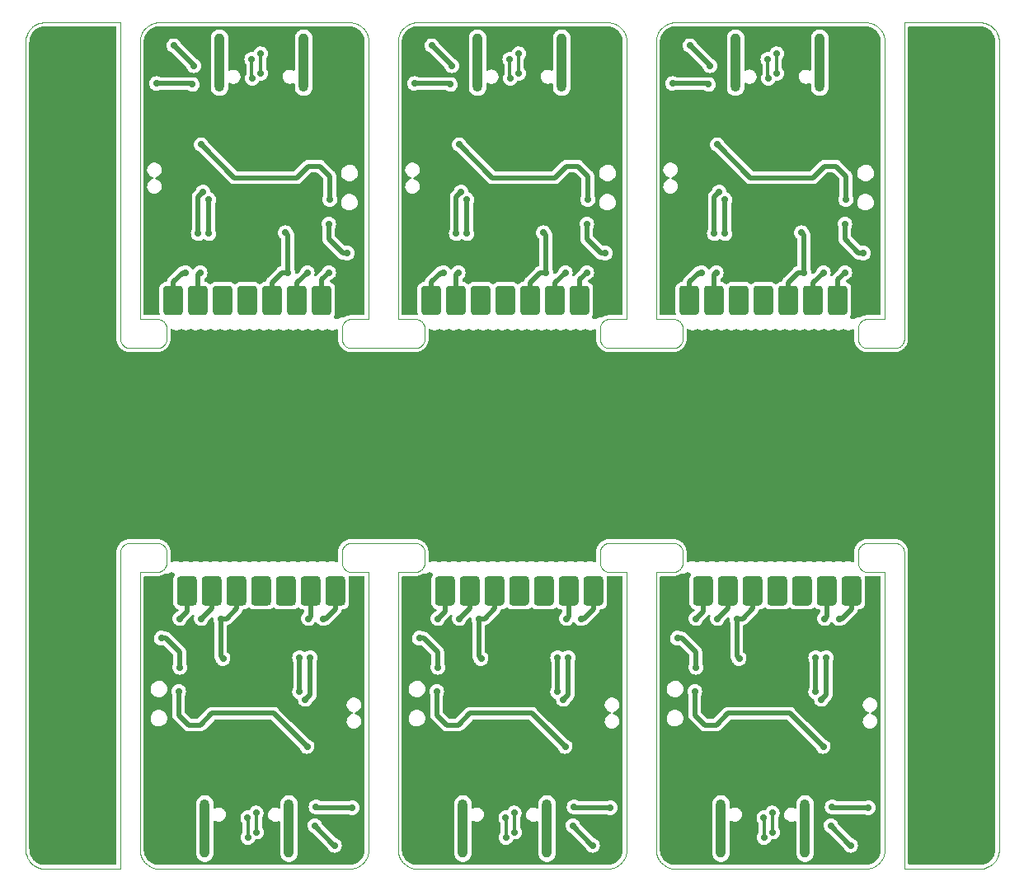
<source format=gbr>
G04 #@! TF.GenerationSoftware,KiCad,Pcbnew,6.0.10+dfsg-1~bpo11+1*
G04 #@! TF.ProjectId,panel,70616e65-6c2e-46b6-9963-61645f706362,rev?*
G04 #@! TF.SameCoordinates,Original*
G04 #@! TF.FileFunction,Copper,L2,Bot*
G04 #@! TF.FilePolarity,Positive*
%FSLAX46Y46*%
G04 Gerber Fmt 4.6, Leading zero omitted, Abs format (unit mm)*
%MOMM*%
%LPD*%
G01*
G04 APERTURE LIST*
G04 #@! TA.AperFunction,Profile*
%ADD10C,0.100000*%
G04 #@! TD*
G04 #@! TA.AperFunction,ComponentPad*
%ADD11O,1.000000X2.100000*%
G04 #@! TD*
G04 #@! TA.AperFunction,ComponentPad*
%ADD12O,1.000000X1.600000*%
G04 #@! TD*
G04 #@! TA.AperFunction,ViaPad*
%ADD13C,0.700000*%
G04 #@! TD*
G04 #@! TA.AperFunction,Conductor*
%ADD14C,0.500000*%
G04 #@! TD*
G04 #@! TA.AperFunction,Conductor*
%ADD15C,0.300000*%
G04 #@! TD*
G04 #@! TA.AperFunction,Conductor*
%ADD16C,1.000000*%
G04 #@! TD*
G04 APERTURE END LIST*
D10*
X133743082Y-76475559D02*
X133742612Y-76475416D01*
X99389232Y-20337177D02*
X99388824Y-20337450D01*
X165388855Y-53399637D02*
X165343519Y-53417125D01*
X186629516Y-21317138D02*
X186620895Y-21293861D01*
X112136322Y-20003512D02*
X112136069Y-20003528D01*
X137381280Y-20542093D02*
X137363289Y-20559195D01*
X165035348Y-20011833D02*
X165035096Y-20011861D01*
X110250158Y-104956205D02*
X110250160Y-104956331D01*
X159759023Y-20687854D02*
X159708078Y-20631466D01*
X98844371Y-20879002D02*
X98844227Y-20879201D01*
X100121958Y-20036628D02*
X100121716Y-20036667D01*
X188226681Y-73591900D02*
X188268960Y-73615851D01*
X136750158Y-104956205D02*
X136750160Y-104956331D01*
X132902747Y-20365971D02*
X132902541Y-20365823D01*
X136759299Y-105139704D02*
X136759321Y-105139957D01*
X133749942Y-76484809D02*
X133749918Y-76484318D01*
X131702619Y-73517631D02*
X131749450Y-73504671D01*
X163957073Y-106475521D02*
X164015969Y-106523545D01*
X160050898Y-21130723D02*
X160050789Y-21130494D01*
X98736310Y-105892433D02*
X98736541Y-105892866D01*
X110251353Y-76480125D02*
X110251122Y-76480558D01*
X112203138Y-50494025D02*
X112250549Y-50504671D01*
X100121716Y-20036667D02*
X100110119Y-20038679D01*
X108416847Y-53035012D02*
X108390851Y-52993960D01*
X158490122Y-50475000D02*
X160237727Y-50475000D01*
X112009877Y-50475000D02*
X112058576Y-50476195D01*
X185549991Y-106782729D02*
X185550223Y-106782626D01*
X163724640Y-106243121D02*
X163740809Y-106261954D01*
X188730974Y-52678138D02*
X188720328Y-52725549D01*
X160004558Y-105909375D02*
X160039743Y-105842017D01*
X158565325Y-106924701D02*
X158640127Y-106911294D01*
X132432623Y-106829601D02*
X132432861Y-106829516D01*
X158540288Y-20021462D02*
X158464903Y-20011861D01*
X188093519Y-53417125D02*
X188047380Y-53432368D01*
X163937854Y-20490976D02*
X163881466Y-20541921D01*
X186743544Y-76475724D02*
X186743082Y-76475559D01*
X186689017Y-21511035D02*
X186688957Y-21510789D01*
X99931097Y-20083199D02*
X99919753Y-20086339D01*
X111639527Y-106854259D02*
X111663210Y-106861690D01*
X133737972Y-76475003D02*
X133737727Y-76475000D01*
X185881958Y-20351501D02*
X185818505Y-20309682D01*
X133747188Y-76478159D02*
X133746840Y-76477811D01*
X133741169Y-76475129D02*
X133740681Y-76475081D01*
X163256917Y-50474440D02*
X163257387Y-50474583D01*
X131702619Y-53432368D02*
X131656480Y-53417125D01*
X112710033Y-76185033D02*
X112674841Y-76218539D01*
X186136710Y-106390804D02*
X186136891Y-106390627D01*
X198463332Y-105328283D02*
X198463371Y-105328041D01*
X136752246Y-21911365D02*
X136750160Y-21993668D01*
X163253159Y-50472188D02*
X163253522Y-50472517D01*
X131289966Y-73764966D02*
X131325158Y-73731460D01*
X185731301Y-106692392D02*
X185731521Y-106692266D01*
X163250201Y-50466655D02*
X163250297Y-50467136D01*
X133620895Y-21293861D02*
X133620804Y-21293624D01*
X100121716Y-106913332D02*
X100121958Y-106913371D01*
X133724701Y-21684674D02*
X133711294Y-21609872D01*
X136750559Y-50468082D02*
X136750724Y-50468544D01*
X186550789Y-21130494D02*
X186539858Y-21108208D01*
X133582626Y-105750223D02*
X133582729Y-105749991D01*
X165995229Y-74367963D02*
X165998804Y-74416423D01*
X159618533Y-20541921D02*
X159562145Y-20490976D01*
X111472818Y-106792518D02*
X111473052Y-106792614D01*
X186339049Y-106164000D02*
X186384028Y-106102747D01*
X137101643Y-20867831D02*
X137101501Y-20868041D01*
X111380494Y-106750789D02*
X111380723Y-106750898D01*
X197905300Y-20577711D02*
X197905120Y-20577544D01*
X98538679Y-21610119D02*
X98536667Y-21621716D01*
X186706196Y-21585062D02*
X186689017Y-21511035D01*
X98590173Y-105541892D02*
X98590253Y-105542124D01*
X108249870Y-106941169D02*
X108249918Y-106940681D01*
X109046861Y-53455974D02*
X108999450Y-53445328D01*
X188758830Y-106949870D02*
X188759318Y-106949918D01*
X131224721Y-76113047D02*
X131194826Y-76074740D01*
X109191423Y-53473804D02*
X109142963Y-53470229D01*
X132164937Y-20043803D02*
X132164690Y-20043749D01*
X165107036Y-50479770D02*
X165155262Y-50485718D01*
X198169119Y-20899177D02*
X198162822Y-20889232D01*
X163259318Y-76475081D02*
X163258830Y-76475129D01*
X184863930Y-106946471D02*
X184939704Y-106940700D01*
X160050789Y-21130494D02*
X160039858Y-21108208D01*
X136752811Y-76478159D02*
X136752482Y-76478522D01*
X136751605Y-50470295D02*
X136751878Y-50470703D01*
X138163210Y-106861690D02*
X138163453Y-106861763D01*
X131057874Y-74131480D02*
X131075362Y-74086144D01*
X108246097Y-20002170D02*
X108245703Y-20001878D01*
X137115971Y-20847252D02*
X137115823Y-20847458D01*
X158836789Y-20088309D02*
X158836546Y-20088236D01*
X110676296Y-106183831D02*
X110676454Y-106184030D01*
X110250559Y-50468082D02*
X110250724Y-50468544D01*
X136949101Y-21130723D02*
X136917373Y-21199776D01*
X198413518Y-21419284D02*
X198409826Y-21408107D01*
X158739210Y-20061042D02*
X158738964Y-20060982D01*
X138797380Y-53432368D02*
X138750549Y-53445328D01*
X163261833Y-105164651D02*
X163261861Y-105164903D01*
X186750000Y-76487272D02*
X186749996Y-76487027D01*
X112638047Y-53250278D02*
X112599740Y-53280173D01*
X139495229Y-74367963D02*
X139498804Y-74416423D01*
X159119505Y-106750789D02*
X159141791Y-106739858D01*
X160241169Y-50474870D02*
X160241655Y-50474798D01*
X163660950Y-20785999D02*
X163615971Y-20847252D01*
X157724721Y-50836952D02*
X157756460Y-50800158D01*
X99557133Y-20236541D02*
X99546892Y-20242343D01*
X136751878Y-50470703D02*
X136752170Y-50471097D01*
X136751353Y-50469874D02*
X136751605Y-50470295D01*
X99077711Y-20594699D02*
X99077544Y-20594879D01*
X163546284Y-105997010D02*
X163546416Y-105997227D01*
X110615971Y-106102747D02*
X110660950Y-106164000D01*
X160242612Y-76475416D02*
X160242136Y-76475297D01*
X160248646Y-76480125D02*
X160248394Y-76479704D01*
X99379201Y-106605772D02*
X99388824Y-106612549D01*
X157501195Y-74416423D02*
X157504770Y-74367963D01*
X185818292Y-20309546D02*
X185797227Y-20296416D01*
X158023318Y-53358099D02*
X157981039Y-53334148D01*
X186748121Y-50470703D02*
X186748394Y-50470295D01*
X188750000Y-20012272D02*
X188750000Y-52484877D01*
X139210033Y-73764966D02*
X139243539Y-73800158D01*
X159141791Y-106739858D02*
X159142017Y-106739743D01*
X186592614Y-105726947D02*
X186620804Y-105656375D01*
X100097914Y-20041411D02*
X99931335Y-20083137D01*
X160249702Y-50467136D02*
X160249798Y-50466655D01*
X159953583Y-105997227D02*
X159953715Y-105997010D01*
X165833152Y-76035012D02*
X165805173Y-76074740D01*
X136759321Y-105139957D02*
X136761833Y-105164651D01*
X184042631Y-75772380D02*
X184029671Y-75725549D01*
X165674841Y-53218539D02*
X165638047Y-53250278D01*
X184439987Y-73641847D02*
X184481039Y-73615851D01*
X197253811Y-106801893D02*
X197254041Y-106801808D01*
X188754704Y-106948394D02*
X188755125Y-106948646D01*
X98536628Y-105328041D02*
X98536667Y-105328283D01*
X198488601Y-105157930D02*
X198490042Y-105146248D01*
X132040288Y-20021462D02*
X131964903Y-20011861D01*
X133259190Y-20688045D02*
X133259023Y-20687854D01*
X110250000Y-50462727D02*
X110250003Y-50462972D01*
X112058576Y-53473804D02*
X112009877Y-53475000D01*
X133323703Y-20766168D02*
X133323545Y-20765969D01*
X186749275Y-50468544D02*
X186749440Y-50468082D01*
X159953715Y-20952989D02*
X159953583Y-20952772D01*
X136759809Y-50474942D02*
X136762027Y-50474996D01*
X139500000Y-51465122D02*
X139500000Y-52484877D01*
X132619276Y-106750898D02*
X132619505Y-106750789D01*
X110252482Y-50471477D02*
X110252811Y-50471840D01*
X186749798Y-50466655D02*
X186749870Y-50466169D01*
X139480974Y-74271861D02*
X139489281Y-74319737D01*
X164290401Y-106704438D02*
X164290624Y-106704558D01*
X110495441Y-21040624D02*
X110460256Y-21107982D01*
X164181707Y-106640453D02*
X164202772Y-106653583D01*
X110250129Y-76483830D02*
X110250081Y-76484318D01*
X159464000Y-106539049D02*
X159464203Y-106538897D01*
X160092614Y-105726947D02*
X160120804Y-105656375D01*
X131010718Y-51319737D02*
X131019025Y-51271861D01*
X184656480Y-73532874D02*
X184702619Y-73517631D01*
X186749841Y-21993794D02*
X186749839Y-21993668D01*
X131939957Y-20009321D02*
X131939704Y-20009299D01*
X198490971Y-21816223D02*
X198490956Y-21815978D01*
X165957368Y-52772380D02*
X165942125Y-52818519D01*
X198162822Y-106060767D02*
X198169119Y-106050822D01*
X165980974Y-74271861D02*
X165989281Y-74319737D01*
X98536667Y-21621716D02*
X98536628Y-21621958D01*
X108248877Y-106944441D02*
X108249087Y-106943997D01*
X185709598Y-20245561D02*
X185709375Y-20245441D01*
X185456138Y-106820895D02*
X185456375Y-106820804D01*
X163615971Y-20847252D02*
X163615823Y-20847458D01*
X111835062Y-106906196D02*
X111835309Y-106906250D01*
X137059682Y-106018505D02*
X137101501Y-106081958D01*
X133338897Y-20785796D02*
X133323703Y-20766168D01*
X159297227Y-20296416D02*
X159297010Y-20296284D01*
X133745703Y-76476878D02*
X133745295Y-76476605D01*
X112518960Y-53334148D02*
X112476681Y-53358099D01*
X112476681Y-53358099D02*
X112433278Y-53379946D01*
X111097252Y-106584028D02*
X111097458Y-106584176D01*
X185432861Y-106829516D02*
X185456138Y-106820895D01*
X198461224Y-105340361D02*
X198461320Y-105339880D01*
X110255558Y-76476122D02*
X110255125Y-76476353D01*
X137535999Y-106539049D02*
X137597252Y-106584028D01*
X112243794Y-20000158D02*
X112243668Y-20000160D01*
X188555173Y-53074740D02*
X188525278Y-53113047D01*
X165297380Y-76432368D02*
X165250549Y-76445328D01*
X188310012Y-73641847D02*
X188349740Y-73669826D01*
X164736759Y-106882735D02*
X164760789Y-106888957D01*
X99746188Y-20148106D02*
X99745958Y-20148191D01*
X159636891Y-106390627D02*
X159690627Y-106336891D01*
X111449776Y-20167373D02*
X111380723Y-20199101D01*
X131941423Y-53473804D02*
X131892963Y-53470229D01*
X136949210Y-105819505D02*
X136960141Y-105841791D01*
X164268478Y-106692266D02*
X164268698Y-106692392D01*
X188754704Y-20001605D02*
X188754296Y-20001878D01*
X157939987Y-50641847D02*
X157981039Y-50615851D01*
X160246840Y-76477811D02*
X160246477Y-76477482D01*
X186749583Y-76482387D02*
X186749440Y-76481917D01*
X184941423Y-73476195D02*
X184990122Y-73475000D01*
X160249440Y-50468082D02*
X160249583Y-50467612D01*
X133750000Y-50462727D02*
X133750000Y-22006333D01*
X138797380Y-76432368D02*
X138750549Y-76445328D01*
X159884176Y-20847458D02*
X159884028Y-20847252D01*
X139424637Y-52863855D02*
X139404946Y-52908278D01*
X160245295Y-50473394D02*
X160245703Y-50473121D01*
X112107036Y-76470229D02*
X112058576Y-76473804D01*
X197431919Y-20231017D02*
X197431699Y-20230910D01*
X110379195Y-105656375D02*
X110407385Y-105726947D01*
X185360713Y-20095818D02*
X185360472Y-20095740D01*
X133742612Y-76475416D02*
X133742136Y-76475297D01*
X137007733Y-105931521D02*
X137046284Y-105997010D01*
X158565075Y-20025256D02*
X158540539Y-20021498D01*
X110507607Y-105931301D02*
X110507733Y-105931521D01*
X110379104Y-21293861D02*
X110370483Y-21317138D01*
X136758344Y-76475201D02*
X136757863Y-76475297D01*
X131743666Y-20000000D02*
X112256333Y-20000000D01*
X186747829Y-50471097D02*
X186748121Y-50470703D01*
X158392963Y-53470229D02*
X158344737Y-53464281D01*
X110253159Y-50472188D02*
X110253522Y-50472517D01*
X108906480Y-73532874D02*
X108952619Y-73517631D01*
X136750201Y-50466655D02*
X136750297Y-50467136D01*
X164358208Y-106739858D02*
X164380494Y-106750789D01*
X100291826Y-106938568D02*
X100292069Y-106938601D01*
X159940317Y-106018505D02*
X159940453Y-106018292D01*
X196902085Y-20041411D02*
X196901846Y-20041354D01*
X184566721Y-76379946D02*
X184523318Y-76358099D01*
X111760789Y-106888957D02*
X111761035Y-106889017D01*
X137597252Y-20365971D02*
X137535999Y-20410950D01*
X133592518Y-21222818D02*
X133582729Y-21200008D01*
X112058576Y-73476195D02*
X112107036Y-73479770D01*
X100109638Y-20038775D02*
X100098153Y-20041354D01*
X185619276Y-20199101D02*
X185550223Y-20167373D01*
X165805173Y-50875259D02*
X165833152Y-50914987D01*
X108241655Y-20000201D02*
X108241169Y-20000129D01*
X186208078Y-106318533D02*
X186259023Y-106262145D01*
X112009877Y-76475000D02*
X110262272Y-76475000D01*
X111380723Y-106750898D02*
X111449776Y-106782626D01*
X158490122Y-76475000D02*
X158441423Y-76473804D01*
X108246477Y-106947517D02*
X108246840Y-106947188D01*
X111639527Y-20095740D02*
X111639286Y-20095818D01*
X163250559Y-50468082D02*
X163250724Y-50468544D01*
X133061954Y-20490809D02*
X133043121Y-20474640D01*
X108250000Y-52484877D02*
X108250000Y-20012272D01*
X100121958Y-106913371D02*
X100291826Y-106938568D01*
X133550898Y-21130723D02*
X133550789Y-21130494D01*
X136750160Y-104956331D02*
X136752246Y-105038634D01*
X136870483Y-105632861D02*
X136879104Y-105656138D01*
X188460033Y-53185033D02*
X188424841Y-53218539D01*
X133339049Y-20785999D02*
X133338897Y-20785796D01*
X163250912Y-50468997D02*
X163251122Y-50469441D01*
X160211294Y-21609872D02*
X160211246Y-21609623D01*
X187808576Y-53473804D02*
X187759877Y-53475000D01*
X139495229Y-52582036D02*
X139489281Y-52630262D01*
X160004558Y-21040624D02*
X160004438Y-21040401D01*
X186743997Y-76475912D02*
X186743544Y-76475724D01*
X159823703Y-20766168D02*
X159823545Y-20765969D01*
X112674841Y-50731460D02*
X112710033Y-50764966D01*
X99379201Y-20344227D02*
X99379002Y-20344371D01*
X99085828Y-106363824D02*
X99086175Y-106364171D01*
X138236515Y-20067330D02*
X138163453Y-20088236D01*
X110259299Y-21810295D02*
X110253528Y-21886069D01*
X163661102Y-20785796D02*
X163660950Y-20785999D01*
X112970328Y-51224450D02*
X112980974Y-51271861D01*
X163275256Y-105265075D02*
X163275298Y-105265325D01*
X185263240Y-106882735D02*
X185263484Y-106882669D01*
X184057874Y-75818519D02*
X184042631Y-75772380D01*
X112388855Y-73550362D02*
X112433278Y-73570053D01*
X98511431Y-21791826D02*
X98511398Y-21792069D01*
X132140376Y-106911246D02*
X132164690Y-106906250D01*
X163676454Y-20765969D02*
X163676296Y-20766168D01*
X136755125Y-76476353D02*
X136754704Y-76476605D01*
X198490956Y-105134021D02*
X198490971Y-105133776D01*
X185140127Y-20038705D02*
X185065325Y-20025298D01*
X158338634Y-106947753D02*
X158338887Y-106947744D01*
X110253902Y-76477170D02*
X110253522Y-76477482D01*
X112136069Y-106946471D02*
X112136322Y-106946487D01*
X158202619Y-76432368D02*
X158156480Y-76417125D01*
X188750724Y-20006455D02*
X188750559Y-20006917D01*
X164663210Y-106861690D02*
X164663453Y-106861763D01*
X108247829Y-106946097D02*
X108248121Y-106945703D01*
X110957073Y-20474478D02*
X110956878Y-20474640D01*
X186742612Y-76475416D02*
X186742136Y-76475297D01*
X98509909Y-21804239D02*
X98509043Y-21815978D01*
X112256207Y-20000000D02*
X112243794Y-20000158D01*
X157694826Y-53074740D02*
X157666847Y-53035012D01*
X112155262Y-50485718D02*
X112203138Y-50494025D01*
X188757387Y-106949583D02*
X188757863Y-106949702D01*
X131042631Y-52772380D02*
X131029671Y-52725549D01*
X163661102Y-106164203D02*
X163676296Y-106183831D01*
X163957073Y-20474478D02*
X163956878Y-20474640D01*
X138043624Y-20129195D02*
X137973052Y-20157385D01*
X157501195Y-51416423D02*
X157504770Y-51367963D01*
X185964203Y-20411102D02*
X185964000Y-20410950D01*
X98946817Y-106209124D02*
X98954058Y-106218403D01*
X132263484Y-106882669D02*
X132336546Y-106861763D01*
X188226681Y-53358099D02*
X188183278Y-53379946D01*
X198268982Y-21068080D02*
X198263689Y-21057566D01*
X158439704Y-106940700D02*
X158439957Y-106940678D01*
X110252811Y-50471840D02*
X110253159Y-50472188D01*
X164859623Y-20038753D02*
X164835309Y-20043749D01*
X157616900Y-50998318D02*
X157640851Y-50956039D01*
X131019025Y-75678138D02*
X131010718Y-75630262D01*
X186062145Y-106459023D02*
X186118533Y-106408078D01*
X165970328Y-75725549D02*
X165957368Y-75772380D01*
X110250081Y-50465681D02*
X110250129Y-50466169D01*
X110250160Y-104956331D02*
X110252246Y-105038634D01*
X136750000Y-104943666D02*
X136750000Y-104943792D01*
X165833152Y-73914987D02*
X165859148Y-73956039D01*
X133740190Y-50474942D02*
X133740681Y-50474918D01*
X159382168Y-106598356D02*
X159402541Y-106584176D01*
X184289966Y-76185033D02*
X184256460Y-76149841D01*
X137160950Y-106164000D02*
X137161102Y-106164203D01*
X108254770Y-52582036D02*
X108251195Y-52533576D01*
X99379002Y-20344371D02*
X99241070Y-20446668D01*
X98844227Y-106070798D02*
X98844371Y-106070997D01*
X136762272Y-76475000D02*
X136762027Y-76475003D01*
X110661102Y-106164203D02*
X110676296Y-106183831D01*
X133323545Y-20765969D02*
X133275521Y-20707073D01*
X131361952Y-73699721D02*
X131400259Y-73669826D01*
X159690804Y-106336710D02*
X159707906Y-106318719D01*
X112256207Y-106949999D02*
X112256333Y-106950000D01*
X188750201Y-20008344D02*
X188750129Y-20008830D01*
X185984030Y-106523545D02*
X186042926Y-106475521D01*
X112161365Y-106947753D02*
X112243668Y-106949839D01*
X196708173Y-20011431D02*
X196707930Y-20011398D01*
X198037941Y-20722303D02*
X198037779Y-20722120D01*
X136750003Y-76487027D02*
X136750000Y-76487272D01*
X98500593Y-104962012D02*
X98500602Y-104962257D01*
X110252255Y-21911112D02*
X110252246Y-21911365D01*
X131289966Y-53185033D02*
X131256460Y-53149841D01*
X196684021Y-20009043D02*
X196683776Y-20009028D01*
X100512027Y-20000003D02*
X100487987Y-20000593D01*
X110250201Y-76483344D02*
X110250129Y-76483830D01*
X138750549Y-53445328D02*
X138703138Y-53455974D01*
X160248877Y-50469441D02*
X160249087Y-50468997D01*
X186749942Y-50465190D02*
X186749996Y-50462972D01*
X100109638Y-106911224D02*
X100110119Y-106911320D01*
X198490090Y-21804239D02*
X198490042Y-21803751D01*
X112343519Y-73532874D02*
X112388855Y-73550362D01*
X131939704Y-20009299D02*
X131863930Y-20003528D01*
X197913824Y-106364171D02*
X197914171Y-106363824D01*
X112433278Y-73570053D02*
X112476681Y-73591900D01*
X139174841Y-76218539D02*
X139138047Y-76250278D01*
X112343519Y-50532874D02*
X112388855Y-50550362D01*
X164181494Y-20309682D02*
X164118041Y-20351501D01*
X165343519Y-50532874D02*
X165388855Y-50550362D01*
X133749798Y-50466655D02*
X133749870Y-50466169D01*
X131004770Y-51367963D02*
X131010718Y-51319737D01*
X186682735Y-105463240D02*
X186688957Y-105439210D01*
X157529671Y-75725549D02*
X157519025Y-75678138D01*
X133738166Y-105164651D02*
X133740678Y-105139957D01*
X108444826Y-73875259D02*
X108474721Y-73836952D01*
X186749918Y-50465681D02*
X186749942Y-50465190D01*
X164761035Y-106889017D02*
X164835062Y-106906196D01*
X198490090Y-105145760D02*
X198490956Y-105134021D01*
X185263484Y-20067330D02*
X185263240Y-20067264D01*
X138743794Y-106949841D02*
X138756207Y-106949999D01*
X186747753Y-105038634D02*
X186749839Y-104956331D01*
X138661112Y-20002255D02*
X138636322Y-20003512D01*
X158296861Y-50494025D02*
X158344737Y-50485718D01*
X188753159Y-20002811D02*
X188752811Y-20003159D01*
X159823703Y-106183831D02*
X159838897Y-106164203D01*
X139457368Y-75772380D02*
X139442125Y-75818519D01*
X111934924Y-20025256D02*
X111934674Y-20025298D01*
X157724721Y-53113047D02*
X157694826Y-53074740D01*
X197759124Y-20446817D02*
X197758929Y-20446668D01*
X164380494Y-20199210D02*
X164358208Y-20210141D01*
X197265477Y-20152615D02*
X197265023Y-20152428D01*
X110449210Y-105819505D02*
X110460141Y-105841791D01*
X186062145Y-20490976D02*
X186061954Y-20490809D01*
X136759318Y-50474918D02*
X136759809Y-50474942D01*
X163250297Y-50467136D02*
X163250416Y-50467612D01*
X165476681Y-73591900D02*
X165518960Y-73615851D01*
X132065325Y-106924701D02*
X132140127Y-106911294D01*
X159618719Y-106407906D02*
X159636710Y-106390804D01*
X186750000Y-104943666D02*
X186750000Y-76487272D01*
X110259809Y-76475057D02*
X110259318Y-76475081D01*
X112775278Y-53113047D02*
X112743539Y-53149841D01*
X184166847Y-50914987D02*
X184194826Y-50875259D01*
X131224721Y-50836952D02*
X131256460Y-50800158D01*
X185065075Y-106924743D02*
X185065325Y-106924701D01*
X188759318Y-106949918D02*
X188759809Y-106949942D01*
X136811042Y-105439210D02*
X136817264Y-105463240D01*
X133440317Y-106018505D02*
X133440453Y-106018292D01*
X163407481Y-105727181D02*
X163417270Y-105749991D01*
X100110119Y-20038679D02*
X100109638Y-20038775D01*
X131844737Y-76464281D02*
X131796861Y-76455974D01*
X184042631Y-51177619D02*
X184057874Y-51131480D01*
X99734976Y-20152428D02*
X99734522Y-20152615D01*
X188751878Y-20004296D02*
X188751605Y-20004704D01*
X157542631Y-52772380D02*
X157529671Y-52725549D01*
X165256207Y-106949999D02*
X165256333Y-106950000D01*
X165035096Y-106938138D02*
X165035348Y-106938166D01*
X198458645Y-105351846D02*
X198461224Y-105340361D01*
X110495441Y-105909375D02*
X110495561Y-105909598D01*
X136759321Y-21810042D02*
X136759299Y-21810295D01*
X98652428Y-21234976D02*
X98648191Y-21245958D01*
X186728537Y-105240288D02*
X186738138Y-105164903D01*
X110956878Y-20474640D02*
X110938045Y-20490809D01*
X185882168Y-106598356D02*
X185902541Y-106584176D01*
X131656480Y-73532874D02*
X131702619Y-73517631D01*
X163379195Y-21293624D02*
X163379104Y-21293861D01*
X110881280Y-106407906D02*
X110881466Y-106408078D01*
X111835062Y-20043803D02*
X111761035Y-20060982D01*
X163259809Y-50474942D02*
X163262027Y-50474996D01*
X131166847Y-76035012D02*
X131140851Y-75993960D01*
X160120895Y-105656138D02*
X160129516Y-105632861D01*
X108248646Y-106944874D02*
X108248877Y-106944441D01*
X163495441Y-105909375D02*
X163495561Y-105909598D01*
X113000000Y-51465122D02*
X113000000Y-52484877D01*
X163250416Y-50467612D02*
X163250559Y-50468082D01*
X160245703Y-50473121D02*
X160246097Y-50472829D01*
X158392963Y-76470229D02*
X158344737Y-76464281D01*
X158664690Y-106906250D02*
X158664937Y-106906196D01*
X133689017Y-21511035D02*
X133688957Y-21510789D01*
X185140376Y-106911246D02*
X185164690Y-106906250D01*
X160082729Y-21200008D02*
X160082626Y-21199776D01*
X138509877Y-73475000D02*
X138558576Y-73476195D01*
X110275256Y-21684924D02*
X110271498Y-21709460D01*
X137101501Y-20868041D02*
X137059682Y-20931494D01*
X197768783Y-106495630D02*
X197777696Y-106487941D01*
X157529671Y-74224450D02*
X157542631Y-74177619D01*
X136762027Y-50474996D02*
X136762272Y-50475000D01*
X139060012Y-53308152D02*
X139018960Y-53334148D01*
X184042631Y-74177619D02*
X184057874Y-74131480D01*
X139243539Y-50800158D02*
X139275278Y-50836952D01*
X186747188Y-76478159D02*
X186746840Y-76477811D01*
X136817264Y-105463240D02*
X136817330Y-105463484D01*
X136752246Y-105038634D02*
X136752255Y-105038887D01*
X133748877Y-50469441D02*
X133749087Y-50468997D01*
X185263484Y-106882669D02*
X185336546Y-106861763D01*
X137224478Y-106242926D02*
X137224640Y-106243121D01*
X185526947Y-106792614D02*
X185527181Y-106792518D01*
X186384176Y-106102541D02*
X186398356Y-106082168D01*
X165995229Y-75582036D02*
X165989281Y-75630262D01*
X111761035Y-20060982D02*
X111760789Y-20061042D01*
X139457368Y-74177619D02*
X139470328Y-74224450D01*
X185527181Y-106792518D02*
X185549991Y-106782729D01*
X133749999Y-22006207D02*
X133749841Y-21993794D01*
X186592518Y-21222818D02*
X186582729Y-21200008D01*
X163254704Y-50473394D02*
X163255125Y-50473646D01*
X136754296Y-76476878D02*
X136753902Y-76477170D01*
X163288753Y-21609623D02*
X163288705Y-21609872D01*
X111035999Y-20410950D02*
X111035796Y-20411102D01*
X110253512Y-21886322D02*
X110252255Y-21911112D01*
X163253512Y-21886322D02*
X163252255Y-21911112D01*
X164760789Y-106888957D02*
X164761035Y-106889017D01*
X164117831Y-20351643D02*
X164097458Y-20365823D01*
X131964903Y-106938138D02*
X132040288Y-106928537D01*
X137438045Y-106459190D02*
X137456878Y-106475359D01*
X163250201Y-76483344D02*
X163250129Y-76483830D01*
X160206250Y-105364690D02*
X160211246Y-105340376D01*
X186745295Y-76476605D02*
X186744874Y-76476353D01*
X163460256Y-21107982D02*
X163460141Y-21108208D01*
X158738964Y-106889017D02*
X158739210Y-106888957D01*
X133492266Y-21018478D02*
X133453715Y-20952989D01*
X136762272Y-50475000D02*
X138509877Y-50475000D01*
X112980974Y-74271861D02*
X112989281Y-74319737D01*
X197759124Y-106503182D02*
X197768403Y-106495941D01*
X138933278Y-50570053D02*
X138976681Y-50591900D01*
X110250000Y-104943666D02*
X110250000Y-104943792D01*
X137535999Y-20410950D02*
X137535796Y-20411102D01*
X184756205Y-106949841D02*
X184756331Y-106949839D01*
X165250549Y-53445328D02*
X165203138Y-53455974D01*
X98730910Y-21068300D02*
X98657488Y-21223538D01*
X138756333Y-20000000D02*
X138756207Y-20000000D01*
X136752482Y-76478522D02*
X136752170Y-76478902D01*
X197610767Y-20337177D02*
X197600822Y-20330880D01*
X184756331Y-20000160D02*
X184756205Y-20000158D01*
X165998804Y-75533576D02*
X165995229Y-75582036D01*
X158664937Y-106906196D02*
X158738964Y-106889017D01*
X197068902Y-106866800D02*
X197080246Y-106863660D01*
X185818292Y-106640453D02*
X185818505Y-106640317D01*
X185902541Y-20365823D02*
X185882168Y-20351643D01*
X112995229Y-75582036D02*
X112989281Y-75630262D01*
X188752170Y-106946097D02*
X188752482Y-106946477D01*
X184004770Y-74367963D02*
X184010718Y-74319737D01*
X136771462Y-105240288D02*
X136771498Y-105240539D01*
X163259299Y-21810295D02*
X163253528Y-21886069D01*
X110601643Y-20867831D02*
X110601501Y-20868041D01*
X186749798Y-76483344D02*
X186749702Y-76482863D01*
X186740700Y-105139704D02*
X186746471Y-105063930D01*
X131749450Y-50504671D02*
X131796861Y-50494025D01*
X138043624Y-106820804D02*
X138043861Y-106820895D01*
X139018960Y-50615851D02*
X139060012Y-50641847D01*
X160242136Y-76475297D02*
X160241655Y-76475201D01*
X186338897Y-20785796D02*
X186323703Y-20766168D01*
X164380494Y-106750789D02*
X164380723Y-106750898D01*
X184166847Y-53035012D02*
X184140851Y-52993960D01*
X157789966Y-76185033D02*
X157756460Y-76149841D01*
X196684021Y-106940956D02*
X196695760Y-106940090D01*
X133539858Y-105841791D02*
X133550789Y-105819505D01*
X136775298Y-21684674D02*
X136775256Y-21684924D01*
X110660950Y-106164000D02*
X110661102Y-106164203D01*
X158956375Y-20129195D02*
X158956138Y-20129104D01*
X164117831Y-106598356D02*
X164118041Y-106598498D01*
X164290624Y-106704558D02*
X164357982Y-106739743D01*
X184095053Y-74041721D02*
X184116900Y-73998318D01*
X197905120Y-20577544D02*
X197777879Y-20462220D01*
X111450008Y-106782729D02*
X111472818Y-106792518D01*
X184361952Y-53250278D02*
X184325158Y-53218539D01*
X136751353Y-76480125D02*
X136751122Y-76480558D01*
X158540539Y-106928501D02*
X158565075Y-106924743D01*
X112942125Y-75818519D02*
X112924637Y-75863855D01*
X163956878Y-106475359D02*
X163957073Y-106475521D01*
X112883099Y-75951681D02*
X112859148Y-75993960D01*
X188654946Y-74041721D02*
X188674637Y-74086144D01*
X163660950Y-106164000D02*
X163661102Y-106164203D01*
X131140851Y-50956039D02*
X131166847Y-50914987D01*
X138843519Y-53417125D02*
X138797380Y-53432368D01*
X185526947Y-20157385D02*
X185456375Y-20129195D01*
X164290624Y-20245441D02*
X164290401Y-20245561D01*
X188739281Y-52630262D02*
X188730974Y-52678138D01*
X131400259Y-76280173D02*
X131361952Y-76250278D01*
X132797227Y-106653583D02*
X132818292Y-106640453D01*
X112155262Y-76464281D02*
X112107036Y-76470229D01*
X157789966Y-73764966D02*
X157825158Y-73731460D01*
X160249999Y-104943792D02*
X160250000Y-104943666D01*
X163460141Y-105841791D02*
X163460256Y-105842017D01*
X184523318Y-73591900D02*
X184566721Y-73570053D01*
X139383099Y-50998318D02*
X139404946Y-51041721D01*
X165203138Y-53455974D02*
X165155262Y-53464281D01*
X188493539Y-73800158D02*
X188525278Y-73836952D01*
X163379104Y-105656138D02*
X163379195Y-105656375D01*
X98648191Y-21245958D02*
X98648106Y-21246188D01*
X137618041Y-106598498D02*
X137681494Y-106640317D01*
X197068664Y-106866862D02*
X197068902Y-106866800D01*
X186738138Y-105164903D02*
X186738166Y-105164651D01*
X98583199Y-21431097D02*
X98583137Y-21431335D01*
X159561954Y-20490809D02*
X159543121Y-20474640D01*
X138703138Y-73494025D02*
X138750549Y-73504671D01*
X112060295Y-106940700D02*
X112136069Y-106946471D01*
X139099740Y-73669826D02*
X139138047Y-73699721D01*
X198461320Y-21610119D02*
X198461224Y-21609638D01*
X136917373Y-21199776D02*
X136917270Y-21200008D01*
X186749999Y-22006207D02*
X186749841Y-21993794D01*
X184892963Y-76470229D02*
X184844737Y-76464281D01*
X165859148Y-50956039D02*
X165883099Y-50998318D01*
X131116900Y-73998318D02*
X131140851Y-73956039D01*
X133275359Y-106243121D02*
X133275521Y-106242926D01*
X198416800Y-21431097D02*
X198413660Y-21419753D01*
X165998804Y-51416423D02*
X166000000Y-51465122D01*
X160050898Y-105819276D02*
X160082626Y-105750223D01*
X138359623Y-20038753D02*
X138335309Y-20043749D01*
X188757863Y-20000297D02*
X188757387Y-20000416D01*
X185336546Y-20088236D02*
X185263484Y-20067330D01*
X163253528Y-105063930D02*
X163259299Y-105139704D01*
X108247188Y-20003159D02*
X108246840Y-20002811D01*
X132549991Y-106782729D02*
X132550223Y-106782626D01*
X138163453Y-106861763D02*
X138236515Y-106882669D01*
X136788753Y-21609623D02*
X136788705Y-21609872D01*
X159838897Y-106164203D02*
X159839049Y-106164000D01*
X138335309Y-20043749D02*
X138335062Y-20043803D01*
X131863930Y-106946471D02*
X131939704Y-106940700D01*
X98536667Y-105328283D02*
X98538679Y-105339880D01*
X138434674Y-106924701D02*
X138434924Y-106924743D01*
X131095053Y-51041721D02*
X131116900Y-50998318D01*
X138558576Y-73476195D02*
X138607036Y-73479770D01*
X139138047Y-76250278D02*
X139099740Y-76280173D01*
X185065075Y-20025256D02*
X185040539Y-20021498D01*
X163338309Y-105536789D02*
X163345740Y-105560472D01*
X159543121Y-20474640D02*
X159542926Y-20474478D01*
X158441423Y-76473804D02*
X158392963Y-76470229D01*
X133744874Y-76476353D02*
X133744441Y-76476122D01*
X110293803Y-21585062D02*
X110293749Y-21585309D01*
X133504558Y-21040624D02*
X133504438Y-21040401D01*
X108260718Y-74319737D02*
X108269025Y-74271861D01*
X184057874Y-74131480D02*
X184075362Y-74086144D01*
X112203138Y-76455974D02*
X112155262Y-76464281D01*
X136917270Y-21200008D02*
X136907481Y-21222818D01*
X186711246Y-21609623D02*
X186706250Y-21585309D01*
X99222120Y-20462220D02*
X99094879Y-20577544D01*
X136750297Y-76482863D02*
X136750201Y-76483344D01*
X98946668Y-20741070D02*
X98844371Y-20879002D01*
X131057874Y-51131480D02*
X131075362Y-51086144D01*
X131325158Y-76218539D02*
X131289966Y-76185033D01*
X136758830Y-76475129D02*
X136758344Y-76475201D01*
X165388855Y-50550362D02*
X165433278Y-50570053D01*
X163881280Y-20542093D02*
X163863289Y-20559195D01*
X198347384Y-105715477D02*
X198347571Y-105715023D01*
X110460256Y-105842017D02*
X110495441Y-105909375D01*
X131361952Y-76250278D02*
X131325158Y-76218539D01*
X198409746Y-105542124D02*
X198409826Y-105541892D01*
X186706250Y-105364690D02*
X186711246Y-105340376D01*
X98538775Y-105340361D02*
X98541354Y-105351846D01*
X186453583Y-105997227D02*
X186453715Y-105997010D01*
X160249942Y-50465190D02*
X160249996Y-50462972D01*
X185984030Y-20426454D02*
X185983831Y-20426296D01*
X110601501Y-106081958D02*
X110601643Y-106082168D01*
X158640376Y-20038753D02*
X158640127Y-20038705D01*
X163250081Y-76484318D02*
X163250057Y-76484809D01*
X198458588Y-105352085D02*
X198458645Y-105351846D01*
X131004770Y-74367963D02*
X131010718Y-74319737D01*
X133746840Y-76477811D02*
X133746477Y-76477482D01*
X159775521Y-20707073D02*
X159775359Y-20706878D01*
X197080715Y-20086481D02*
X197080246Y-20086339D01*
X99745958Y-106801808D02*
X99746188Y-106801893D01*
X165957368Y-74177619D02*
X165970328Y-74224450D01*
X133136891Y-20559372D02*
X133136710Y-20559195D01*
X184702619Y-73517631D02*
X184749450Y-73504671D01*
X186136710Y-20559195D02*
X186118719Y-20542093D01*
X137456878Y-20474640D02*
X137438045Y-20490809D01*
X133747744Y-21911112D02*
X133746487Y-21886322D01*
X160249996Y-50462972D02*
X160250000Y-50462727D01*
X163310982Y-21511035D02*
X163293803Y-21585062D01*
X184844737Y-50485718D02*
X184892963Y-50479770D01*
X188755558Y-106948877D02*
X188756002Y-106949087D01*
X165250549Y-73504671D02*
X165297380Y-73517631D01*
X98500000Y-104937727D02*
X98500003Y-104937972D01*
X131566721Y-76379946D02*
X131523318Y-76358099D01*
X184042631Y-52772380D02*
X184029671Y-52725549D01*
X110253522Y-76477482D02*
X110253159Y-76477811D01*
X132164690Y-20043749D02*
X132140376Y-20038753D01*
X111202989Y-20296284D02*
X111202772Y-20296416D01*
X138933278Y-76379946D02*
X138888855Y-76399637D01*
X160244441Y-76476122D02*
X160243997Y-76475912D01*
X159049991Y-106782729D02*
X159050223Y-106782626D01*
X159402747Y-106584028D02*
X159464000Y-106539049D01*
X98586481Y-21419284D02*
X98586339Y-21419753D01*
X132239210Y-20061042D02*
X132238964Y-20060982D01*
X138756333Y-106950000D02*
X158243666Y-106950000D01*
X111035796Y-106538897D02*
X111035999Y-106539049D01*
X138655262Y-73485718D02*
X138703138Y-73494025D01*
X184010718Y-51319737D02*
X184019025Y-51271861D01*
X136750081Y-50465681D02*
X136750129Y-50466169D01*
X186689017Y-105438964D02*
X186706196Y-105364937D01*
X157595053Y-52908278D02*
X157575362Y-52863855D01*
X186748121Y-76479296D02*
X186747829Y-76478902D01*
X139243539Y-76149841D02*
X139210033Y-76185033D01*
X163250000Y-22006333D02*
X163250000Y-50462727D01*
X160247188Y-76478159D02*
X160246840Y-76477811D01*
X188754296Y-20001878D02*
X188753902Y-20002170D01*
X157500000Y-74465122D02*
X157501195Y-74416423D01*
X160238166Y-21785348D02*
X160238138Y-21785096D01*
X110259299Y-105139704D02*
X110259321Y-105139957D01*
X158243792Y-106949999D02*
X158256205Y-106949841D01*
X164639286Y-106854181D02*
X164639527Y-106854259D01*
X163251122Y-50469441D02*
X163251353Y-50469874D01*
X184075362Y-74086144D02*
X184095053Y-74041721D01*
X133208078Y-106318533D02*
X133259023Y-106262145D01*
X133136891Y-106390627D02*
X133190627Y-106336891D01*
X188756917Y-106949440D02*
X188757387Y-106949583D01*
X198458645Y-21598153D02*
X198458588Y-21597914D01*
X186275359Y-106243121D02*
X186275521Y-106242926D01*
X165775278Y-76113047D02*
X165743539Y-76149841D01*
X132526947Y-20157385D02*
X132456375Y-20129195D01*
X165433278Y-50570053D02*
X165476681Y-50591900D01*
X188388047Y-53250278D02*
X188349740Y-53280173D01*
X108240681Y-106949918D02*
X108241169Y-106949870D01*
X160247753Y-21911365D02*
X160247744Y-21911112D01*
X160211294Y-105340127D02*
X160224701Y-105265325D01*
X158156480Y-76417125D02*
X158111144Y-76399637D01*
X112638047Y-76250278D02*
X112599740Y-76280173D01*
X184400259Y-73669826D02*
X184439987Y-73641847D01*
X137309372Y-20613108D02*
X137309195Y-20613289D01*
X186737727Y-50475000D02*
X186737972Y-50474996D01*
X163601643Y-106082168D02*
X163615823Y-106102541D01*
X136879104Y-105656138D02*
X136879195Y-105656375D01*
X139243539Y-73800158D02*
X139275278Y-73836952D01*
X139275278Y-76113047D02*
X139243539Y-76149841D01*
X139099740Y-50669826D02*
X139138047Y-50699721D01*
X108773318Y-53358099D02*
X108731039Y-53334148D01*
X186744441Y-76476122D02*
X186743997Y-76475912D01*
X110261833Y-21785348D02*
X110259321Y-21810042D01*
X164472818Y-106792518D02*
X164473052Y-106792614D01*
X111663210Y-20088309D02*
X111639527Y-20095740D01*
X184892963Y-73479770D02*
X184941423Y-73476195D01*
X165343519Y-76417125D02*
X165297380Y-76432368D01*
X110338309Y-105536789D02*
X110345740Y-105560472D01*
X163370398Y-21317376D02*
X163345818Y-21389286D01*
X163250000Y-104943792D02*
X163250158Y-104956205D01*
X137858208Y-106739858D02*
X137880494Y-106750789D01*
X160243544Y-76475724D02*
X160243082Y-76475559D01*
X163255125Y-50473646D02*
X163255558Y-50473877D01*
X186748646Y-76480125D02*
X186748394Y-76479704D01*
X112250549Y-76445328D02*
X112203138Y-76455974D01*
X184481039Y-53334148D02*
X184439987Y-53308152D01*
X165710033Y-76185033D02*
X165674841Y-76218539D01*
X165155262Y-50485718D02*
X165203138Y-50494025D01*
X110251605Y-76479704D02*
X110251353Y-76480125D01*
X186661763Y-105536546D02*
X186682669Y-105463484D01*
X186118719Y-106407906D02*
X186136710Y-106390804D01*
X184990122Y-53475000D02*
X184941423Y-53473804D01*
X164118041Y-20351501D02*
X164117831Y-20351643D01*
X131095053Y-75908278D02*
X131075362Y-75863855D01*
X159636891Y-20559372D02*
X159636710Y-20559195D01*
X139442125Y-74131480D02*
X139457368Y-74177619D01*
X164035796Y-20411102D02*
X164016168Y-20426296D01*
X138459460Y-106928501D02*
X138459711Y-106928537D01*
X110255125Y-76476353D02*
X110254704Y-76476605D01*
X186323703Y-106183831D02*
X186338897Y-106164203D01*
X133398498Y-106081958D02*
X133440317Y-106018505D01*
X184029671Y-52725549D02*
X184019025Y-52678138D01*
X137457073Y-106475521D02*
X137515969Y-106523545D01*
X108246840Y-20002811D02*
X108246477Y-20002482D01*
X158464651Y-20011833D02*
X158439957Y-20009321D01*
X110253902Y-50472829D02*
X110254296Y-50473121D01*
X132263240Y-20067264D02*
X132239210Y-20061042D01*
X158296861Y-53455974D02*
X158249450Y-53445328D01*
X110407385Y-105726947D02*
X110407481Y-105727181D01*
X133629516Y-21317138D02*
X133620895Y-21293861D01*
X157724721Y-73836952D02*
X157756460Y-73800158D01*
X157789966Y-50764966D02*
X157825158Y-50731460D01*
X131941423Y-76473804D02*
X131892963Y-76470229D01*
X163253512Y-105063677D02*
X163253528Y-105063930D01*
X163407481Y-21222818D02*
X163407385Y-21223052D01*
X99745958Y-20148191D02*
X99734976Y-20152428D01*
X186749087Y-50468997D02*
X186749275Y-50468544D01*
X184140851Y-52993960D02*
X184116900Y-52951681D01*
X111736759Y-106882735D02*
X111760789Y-106888957D01*
X163293803Y-105364937D02*
X163310982Y-105438964D01*
X163293749Y-21585309D02*
X163288753Y-21609623D01*
X136788705Y-21609872D02*
X136775298Y-21684674D01*
X110262027Y-76475003D02*
X110259809Y-76475057D01*
X160240681Y-76475081D02*
X160240190Y-76475057D01*
X111202772Y-106653583D02*
X111202989Y-106653715D01*
X136761833Y-105164651D02*
X136761861Y-105164903D01*
X165989281Y-75630262D02*
X165980974Y-75678138D01*
X160248394Y-50470295D02*
X160248646Y-50469874D01*
X110293749Y-21585309D02*
X110288753Y-21609623D01*
X198263458Y-105892866D02*
X198263689Y-105892433D01*
X186749275Y-76481455D02*
X186749087Y-76481002D01*
X163250724Y-76481455D02*
X163250559Y-76481917D01*
X160224701Y-105265325D02*
X160224743Y-105265075D01*
X160246487Y-105063677D02*
X160247744Y-105038887D01*
X198488601Y-21792069D02*
X198488568Y-21791826D01*
X160120804Y-105656375D02*
X160120895Y-105656138D01*
X184000000Y-52484877D02*
X184000000Y-51465122D01*
X139174841Y-53218539D02*
X139138047Y-53250278D01*
X110559682Y-20931494D02*
X110559546Y-20931707D01*
X112343519Y-76417125D02*
X112297380Y-76432368D01*
X132527181Y-106792518D02*
X132549991Y-106782729D01*
X185164690Y-20043749D02*
X185140376Y-20038753D01*
X186190804Y-20613289D02*
X186190627Y-20613108D01*
X136750000Y-104943792D02*
X136750158Y-104956205D01*
X198257656Y-105903107D02*
X198263458Y-105892866D01*
X110417373Y-105750223D02*
X110449101Y-105819276D01*
X157575362Y-75863855D02*
X157557874Y-75818519D01*
X110660950Y-20785999D02*
X110615971Y-20847252D01*
X110252246Y-105038634D02*
X110252255Y-105038887D01*
X110460141Y-105841791D02*
X110460256Y-105842017D01*
X160250000Y-104943666D02*
X160250000Y-76487272D01*
X160249702Y-76482863D02*
X160249583Y-76482387D01*
X188525278Y-73836952D02*
X188555173Y-73875259D01*
X198155628Y-20879002D02*
X198053331Y-20741070D01*
X160206250Y-21585309D02*
X160206196Y-21585062D01*
X138661365Y-20002246D02*
X138661112Y-20002255D01*
X196708173Y-106938568D02*
X196878041Y-106913371D01*
X136750081Y-76484318D02*
X136750057Y-76484809D01*
X163881280Y-106407906D02*
X163881466Y-106408078D01*
X188750003Y-106937972D02*
X188750057Y-106940190D01*
X186453715Y-20952989D02*
X186453583Y-20952772D01*
X188268960Y-73615851D02*
X188310012Y-73641847D01*
X158932861Y-106829516D02*
X158956138Y-106820895D01*
X111543861Y-20129104D02*
X111543624Y-20129195D01*
X188730974Y-74271861D02*
X188739281Y-74319737D01*
X158860713Y-106854181D02*
X158932623Y-106829601D01*
X197905300Y-106372288D02*
X197913824Y-106364171D01*
X186749918Y-76484318D02*
X186749870Y-76483830D01*
X185065325Y-20025298D02*
X185065075Y-20025256D01*
X158243666Y-20000000D02*
X138756333Y-20000000D01*
X112957368Y-74177619D02*
X112970328Y-74224450D01*
X136879195Y-105656375D02*
X136907385Y-105726947D01*
X159839049Y-106164000D02*
X159884028Y-106102747D01*
X165883099Y-50998318D02*
X165904946Y-51041721D01*
X163809372Y-20613108D02*
X163809195Y-20613289D01*
X110288705Y-105340127D02*
X110288753Y-105340376D01*
X164959711Y-20021462D02*
X164959460Y-20021498D01*
X187857036Y-73479770D02*
X187905262Y-73485718D01*
X160243997Y-76475912D02*
X160243544Y-76475724D01*
X111567376Y-106829601D02*
X111639286Y-106854181D01*
X137101501Y-106081958D02*
X137101643Y-106082168D01*
X159690627Y-106336891D02*
X159690804Y-106336710D01*
X188183278Y-73570053D02*
X188226681Y-73591900D01*
X136752170Y-76478902D02*
X136751878Y-76479296D01*
X196890361Y-106911224D02*
X196901846Y-106908645D01*
X185239210Y-20061042D02*
X185238964Y-20060982D01*
X186118533Y-106408078D02*
X186118719Y-106407906D01*
X160242136Y-50474702D02*
X160242612Y-50474583D01*
X163863289Y-20559195D02*
X163863108Y-20559372D01*
X100487742Y-106949397D02*
X100487987Y-106949406D01*
X133440317Y-20931494D02*
X133398498Y-20868041D01*
X184756331Y-106949839D02*
X184838634Y-106947753D01*
X157500000Y-75484877D02*
X157500000Y-74465122D01*
X133259023Y-20687854D02*
X133208078Y-20631466D01*
X157640851Y-52993960D02*
X157616900Y-52951681D01*
X133749702Y-50467136D02*
X133749798Y-50466655D01*
X136817330Y-21486515D02*
X136817264Y-21486759D01*
X163253902Y-50472829D02*
X163254296Y-50473121D01*
X165638047Y-73699721D02*
X165674841Y-73731460D01*
X99240875Y-106503182D02*
X99241070Y-106503331D01*
X137176454Y-20765969D02*
X137176296Y-20766168D01*
X133339049Y-106164000D02*
X133384028Y-106102747D01*
X112476681Y-76358099D02*
X112433278Y-76379946D01*
X165476681Y-76358099D02*
X165433278Y-76379946D01*
X98538679Y-105339880D02*
X98538775Y-105340361D01*
X184000000Y-75484877D02*
X184000000Y-74465122D01*
X110250000Y-22006333D02*
X110250000Y-50462727D01*
X108999450Y-73504671D02*
X109046861Y-73494025D01*
X188525278Y-53113047D02*
X188493539Y-53149841D01*
X158956138Y-20129104D02*
X158932861Y-20120483D01*
X197905120Y-106372455D02*
X197905300Y-106372288D01*
X157981039Y-76334148D02*
X157939987Y-76308152D01*
X110256455Y-76475724D02*
X110256002Y-76475912D01*
X111959711Y-20021462D02*
X111959460Y-20021498D01*
X186740678Y-105139957D02*
X186740700Y-105139704D01*
X110809372Y-20613108D02*
X110809195Y-20613289D01*
X163251353Y-50469874D02*
X163251605Y-50470295D01*
X133207906Y-106318719D02*
X133208078Y-106318533D01*
X165035096Y-20011861D02*
X164959711Y-20021462D01*
X131000000Y-74465122D02*
X131001195Y-74416423D01*
X165924637Y-51086144D02*
X165942125Y-51131480D01*
X137702989Y-106653715D02*
X137768478Y-106692266D01*
X197922288Y-106355300D02*
X197922455Y-106355120D01*
X185964203Y-106538897D02*
X185983831Y-106523703D01*
X139333152Y-50914987D02*
X139359148Y-50956039D01*
X157694826Y-50875259D02*
X157724721Y-50836952D01*
X132881958Y-106598498D02*
X132882168Y-106598356D01*
X188753159Y-106947188D02*
X188753522Y-106947517D01*
X136775298Y-105265325D02*
X136788705Y-105340127D01*
X164202772Y-20296416D02*
X164181707Y-20309546D01*
X196695760Y-20009909D02*
X196684021Y-20009043D01*
X163261861Y-105164903D02*
X163271462Y-105240288D01*
X186492392Y-21018698D02*
X186492266Y-21018478D01*
X160241655Y-76475201D02*
X160241169Y-76475129D01*
X160243082Y-76475559D02*
X160242612Y-76475416D01*
X164035796Y-106538897D02*
X164035999Y-106539049D01*
X139305173Y-50875259D02*
X139333152Y-50914987D01*
X108240190Y-20000057D02*
X108237972Y-20000003D01*
X188750129Y-20008830D02*
X188750081Y-20009318D01*
X110449101Y-21130723D02*
X110417373Y-21199776D01*
X139018960Y-76334148D02*
X138976681Y-76358099D01*
X136788705Y-105340127D02*
X136788753Y-105340376D01*
X138261035Y-106889017D02*
X138335062Y-106906196D01*
X184256460Y-53149841D02*
X184224721Y-53113047D01*
X184656480Y-76417125D02*
X184611144Y-76399637D01*
X110345740Y-105560472D02*
X110345818Y-105560713D01*
X132040539Y-20021498D02*
X132040288Y-20021462D01*
X157575362Y-51086144D02*
X157595053Y-51041721D01*
X131481039Y-53334148D02*
X131439987Y-53308152D01*
X136751122Y-50469441D02*
X136751353Y-50469874D01*
X184001195Y-75533576D02*
X184000000Y-75484877D01*
X159898498Y-106081958D02*
X159940317Y-106018505D01*
X139359148Y-75993960D02*
X139333152Y-76035012D01*
X160154181Y-105560713D02*
X160154259Y-105560472D01*
X108250000Y-20012272D02*
X108249996Y-20012027D01*
X132731521Y-106692266D02*
X132797010Y-106653715D01*
X136754704Y-76476605D02*
X136754296Y-76476878D01*
X138509877Y-50475000D02*
X138558576Y-50476195D01*
X198342511Y-21223538D02*
X198269089Y-21068300D01*
X186747744Y-21911112D02*
X186746487Y-21886322D01*
X186654181Y-21389286D02*
X186629601Y-21317376D01*
X160228501Y-21709460D02*
X160224743Y-21684924D01*
X184325158Y-50731460D02*
X184361952Y-50699721D01*
X139305173Y-53074740D02*
X139275278Y-53113047D01*
X133724743Y-21684924D02*
X133724701Y-21684674D01*
X185456138Y-20129104D02*
X185432861Y-20120483D01*
X188750081Y-20009318D02*
X188750057Y-20009809D01*
X188750416Y-106942612D02*
X188750559Y-106943082D01*
X108269025Y-74271861D02*
X108279671Y-74224450D01*
X185360713Y-106854181D02*
X185432623Y-106829601D01*
X184256460Y-76149841D02*
X184224721Y-76113047D01*
X111835309Y-106906250D02*
X111859623Y-106911246D01*
X159759023Y-106262145D02*
X159759190Y-106261954D01*
X188349740Y-53280173D02*
X188310012Y-53308152D01*
X197453319Y-106707533D02*
X197600614Y-106619248D01*
X132964000Y-106539049D02*
X132964203Y-106538897D01*
X196487972Y-106949996D02*
X196512012Y-106949406D01*
X185040288Y-20021462D02*
X184964903Y-20011861D01*
X163250003Y-50462972D02*
X163250057Y-50465190D01*
X184116900Y-50998318D02*
X184140851Y-50956039D01*
X188633099Y-73998318D02*
X188654946Y-74041721D01*
X185709375Y-106704558D02*
X185709598Y-106704438D01*
X110317330Y-105463484D02*
X110338236Y-105536546D01*
X138655262Y-76464281D02*
X138607036Y-76470229D01*
X159027181Y-20157481D02*
X159026947Y-20157385D01*
X157519025Y-51271861D02*
X157529671Y-51224450D01*
X110250081Y-76484318D02*
X110250057Y-76484809D01*
X184611144Y-73550362D02*
X184656480Y-73532874D01*
X98731017Y-21068080D02*
X98730910Y-21068300D01*
X136750559Y-76481917D02*
X136750416Y-76482387D01*
X131439987Y-76308152D02*
X131400259Y-76280173D01*
X136753512Y-21886322D02*
X136752255Y-21911112D01*
X186749839Y-104956331D02*
X186749841Y-104956205D01*
X133550789Y-21130494D02*
X133539858Y-21108208D01*
X110345818Y-21389286D02*
X110345740Y-21389527D01*
X160092518Y-105727181D02*
X160092614Y-105726947D01*
X133743997Y-76475912D02*
X133743544Y-76475724D01*
X108539966Y-73764966D02*
X108575158Y-73731460D01*
X136960256Y-105842017D02*
X136995441Y-105909375D01*
X157616900Y-73998318D02*
X157640851Y-73956039D01*
X165060295Y-106940700D02*
X165136069Y-106946471D01*
X111934674Y-106924701D02*
X111934924Y-106924743D01*
X132336789Y-20088309D02*
X132336546Y-20088236D01*
X160247753Y-105038634D02*
X160249839Y-104956331D01*
X157756460Y-76149841D02*
X157724721Y-76113047D01*
X132336546Y-20088236D02*
X132263484Y-20067330D01*
X164097252Y-20365971D02*
X164035999Y-20410950D01*
X163495561Y-105909598D02*
X163507607Y-105931301D01*
X186620804Y-105656375D02*
X186620895Y-105656138D01*
X98590253Y-21407875D02*
X98590173Y-21408107D01*
X133207906Y-20631280D02*
X133190804Y-20613289D01*
X184743666Y-20000000D02*
X165256333Y-20000000D01*
X185456375Y-106820804D02*
X185526947Y-106792614D01*
X197068902Y-20083199D02*
X197068664Y-20083137D01*
X163251878Y-50470703D02*
X163252170Y-50471097D01*
X186747744Y-105038887D02*
X186747753Y-105038634D01*
X198053331Y-20741070D02*
X198053182Y-20740875D01*
X188762027Y-20000003D02*
X188759809Y-20000057D01*
X165060295Y-20009299D02*
X165060042Y-20009321D01*
X98511431Y-105158173D02*
X98536628Y-105328041D01*
X157504770Y-52582036D02*
X157501195Y-52533576D01*
X139404946Y-74041721D02*
X139424637Y-74086144D01*
X98962058Y-106227696D02*
X98962220Y-106227879D01*
X184611144Y-50550362D02*
X184656480Y-50532874D01*
X139404946Y-52908278D02*
X139383099Y-52951681D01*
X139383099Y-75951681D02*
X139359148Y-75993960D01*
X184256460Y-73800158D02*
X184289966Y-73764966D01*
X131166847Y-73914987D02*
X131194826Y-73875259D01*
X188493539Y-53149841D02*
X188460033Y-53185033D01*
X186504558Y-21040624D02*
X186504438Y-21040401D01*
X100487742Y-20000602D02*
X100316223Y-20009028D01*
X108249798Y-20008344D02*
X108249702Y-20007863D01*
X165989281Y-52630262D02*
X165980974Y-52678138D01*
X158640376Y-106911246D02*
X158664690Y-106906250D01*
X137160950Y-20785999D02*
X137115971Y-20847252D01*
X163252811Y-76478159D02*
X163252482Y-76478522D01*
X110275298Y-105265325D02*
X110288705Y-105340127D01*
X108243997Y-20000912D02*
X108243544Y-20000724D01*
X159402541Y-106584176D02*
X159402747Y-106584028D01*
X108249942Y-20009809D02*
X108249942Y-20009809D01*
X133748121Y-76479296D02*
X133747829Y-76478902D01*
X139424637Y-51086144D02*
X139442125Y-51131480D01*
X110311042Y-105439210D02*
X110317264Y-105463240D01*
X198351893Y-105703811D02*
X198409746Y-105542124D01*
X163317264Y-105463240D02*
X163317330Y-105463484D01*
X198490956Y-21815978D02*
X198490090Y-21804239D01*
X132360472Y-20095740D02*
X132336789Y-20088309D01*
X111117831Y-106598356D02*
X111118041Y-106598498D01*
X136750129Y-50466169D02*
X136750201Y-50466655D01*
X133682735Y-21486759D02*
X133682669Y-21486515D01*
X99908107Y-20090173D02*
X99907875Y-20090253D01*
X158344737Y-76464281D02*
X158296861Y-76455974D01*
X131400259Y-73669826D02*
X131439987Y-73641847D01*
X112998804Y-74416423D02*
X113000000Y-74465122D01*
X112388855Y-50550362D02*
X112433278Y-50570053D01*
X157640851Y-75993960D02*
X157616900Y-75951681D01*
X112957368Y-52772380D02*
X112942125Y-52818519D01*
X158464903Y-106938138D02*
X158540288Y-106928537D01*
X137046284Y-20952989D02*
X137007733Y-21018478D01*
X112833152Y-53035012D02*
X112805173Y-53074740D01*
X112710033Y-73764966D02*
X112743539Y-73800158D01*
X163559682Y-106018505D02*
X163601501Y-106081958D01*
X157575362Y-74086144D02*
X157595053Y-74041721D01*
X139060012Y-76308152D02*
X139018960Y-76334148D01*
X164835062Y-20043803D02*
X164761035Y-20060982D01*
X160247829Y-76478902D02*
X160247517Y-76478522D01*
X160247517Y-50471477D02*
X160247829Y-50471097D01*
X112942125Y-74131480D02*
X112957368Y-74177619D01*
X108245703Y-20001878D02*
X108245295Y-20001605D01*
X112904946Y-52908278D02*
X112883099Y-52951681D01*
X164663210Y-20088309D02*
X164639527Y-20095740D01*
X131194826Y-73875259D02*
X131224721Y-73836952D01*
X159636710Y-20559195D02*
X159618719Y-20542093D01*
X112599740Y-50669826D02*
X112638047Y-50699721D01*
X157504770Y-75582036D02*
X157501195Y-75533576D01*
X137768698Y-106692392D02*
X137790401Y-106704438D01*
X163601501Y-106081958D02*
X163601643Y-106082168D01*
X164449776Y-106782626D02*
X164450008Y-106782729D01*
X163449210Y-21130494D02*
X163449101Y-21130723D01*
X165805173Y-53074740D02*
X165775278Y-53113047D01*
X196512257Y-20000602D02*
X196512012Y-20000593D01*
X159297010Y-106653715D02*
X159297227Y-106653583D01*
X139495229Y-75582036D02*
X139489281Y-75630262D01*
X159050223Y-20167373D02*
X159049991Y-20167270D01*
X110338236Y-105536546D02*
X110338309Y-105536789D01*
X110546416Y-105997227D02*
X110559546Y-106018292D01*
X110255125Y-50473646D02*
X110255558Y-50473877D01*
X184439987Y-50641847D02*
X184481039Y-50615851D01*
X160244874Y-50473646D02*
X160245295Y-50473394D01*
X138236759Y-106882735D02*
X138260789Y-106888957D01*
X188310012Y-53308152D02*
X188268960Y-53334148D01*
X110253522Y-50472517D02*
X110253902Y-50472829D01*
X138434924Y-20025256D02*
X138434674Y-20025298D01*
X188762272Y-20000000D02*
X188762027Y-20000003D01*
X158490122Y-53475000D02*
X158441423Y-53473804D01*
X131325158Y-50731460D02*
X131361952Y-50699721D01*
X133043121Y-106475359D02*
X133061954Y-106459190D01*
X132140127Y-20038705D02*
X132065325Y-20025298D01*
X133190627Y-20613108D02*
X133136891Y-20559372D01*
X132336789Y-106861690D02*
X132360472Y-106854259D01*
X164202989Y-20296284D02*
X164202772Y-20296416D01*
X112250549Y-73504671D02*
X112297380Y-73517631D01*
X185239210Y-106888957D02*
X185263240Y-106882735D01*
X165989281Y-74319737D02*
X165995229Y-74367963D01*
X136750000Y-76487272D02*
X136750000Y-104943666D01*
X163460256Y-105842017D02*
X163495441Y-105909375D01*
X160211246Y-105340376D02*
X160211294Y-105340127D01*
X163262272Y-50475000D02*
X165009877Y-50475000D01*
X160004438Y-21040401D02*
X159992392Y-21018698D01*
X98652615Y-21234522D02*
X98652428Y-21234976D01*
X139498804Y-74416423D02*
X139500000Y-74465122D01*
X197610767Y-106612822D02*
X197611175Y-106612549D01*
X196878283Y-106913332D02*
X196889880Y-106911320D01*
X163254704Y-76476605D02*
X163254296Y-76476878D01*
X163288753Y-105340376D02*
X163293749Y-105364690D01*
X160224701Y-21684674D02*
X160211294Y-21609872D01*
X112518960Y-76334148D02*
X112476681Y-76358099D01*
X165970328Y-51224450D02*
X165980974Y-51271861D01*
X157557874Y-51131480D02*
X157575362Y-51086144D01*
X137516168Y-106523703D02*
X137535796Y-106538897D01*
X165942125Y-52818519D02*
X165924637Y-52863855D01*
X186749870Y-50466169D02*
X186749918Y-50465681D01*
X112560012Y-76308152D02*
X112518960Y-76334148D01*
X112035348Y-106938166D02*
X112060042Y-106940678D01*
X131481039Y-76334148D02*
X131439987Y-76308152D01*
X110938045Y-20490809D02*
X110937854Y-20490976D01*
X112998804Y-52533576D02*
X112995229Y-52582036D01*
X111290401Y-20245561D02*
X111268698Y-20257607D01*
X163937854Y-106459023D02*
X163938045Y-106459190D01*
X184057874Y-52818519D02*
X184042631Y-52772380D01*
X184941423Y-53473804D02*
X184892963Y-53470229D01*
X184029671Y-51224450D02*
X184042631Y-51177619D01*
X160082626Y-21199776D02*
X160050898Y-21130723D01*
X158664690Y-20043749D02*
X158640376Y-20038753D01*
X186042926Y-20474478D02*
X185984030Y-20426454D01*
X160004438Y-105909598D02*
X160004558Y-105909375D01*
X136753512Y-105063677D02*
X136753528Y-105063930D01*
X112060042Y-20009321D02*
X112035348Y-20011833D01*
X136771462Y-21709711D02*
X136761861Y-21785096D01*
X108650259Y-73669826D02*
X108689987Y-73641847D01*
X186748394Y-76479704D02*
X186748121Y-76479296D01*
X185797227Y-106653583D02*
X185818292Y-106640453D01*
X163317330Y-105463484D02*
X163338236Y-105536546D01*
X138636069Y-20003528D02*
X138560295Y-20009299D01*
X196707930Y-106938601D02*
X196708173Y-106938568D01*
X131140851Y-52993960D02*
X131116900Y-52951681D01*
X188755125Y-20001353D02*
X188754704Y-20001605D01*
X111380723Y-20199101D02*
X111380494Y-20199210D01*
X157981039Y-73615851D02*
X158023318Y-73591900D01*
X198155628Y-106070997D02*
X198155772Y-106070798D01*
X137768698Y-20257607D02*
X137768478Y-20257733D01*
X157542631Y-74177619D02*
X157557874Y-74131480D01*
X108250000Y-74465122D02*
X108251195Y-74416423D01*
X198351893Y-21246188D02*
X198351808Y-21245958D01*
X131990122Y-50475000D02*
X133737727Y-50475000D01*
X184611144Y-53399637D02*
X184566721Y-53379946D01*
X136838309Y-105536789D02*
X136845740Y-105560472D01*
X99077544Y-20594879D02*
X98962220Y-20722120D01*
X112989281Y-75630262D02*
X112980974Y-75678138D01*
X163250000Y-104943666D02*
X163250000Y-104943792D01*
X131844737Y-73485718D02*
X131892963Y-73479770D01*
X164015969Y-20426454D02*
X163957073Y-20474478D01*
X159775359Y-20706878D02*
X159759190Y-20688045D01*
X164543624Y-106820804D02*
X164543861Y-106820895D01*
X139500000Y-74465122D02*
X139500000Y-75484877D01*
X133190804Y-20613289D02*
X133190627Y-20613108D01*
X198269089Y-105881699D02*
X198342511Y-105726461D01*
X133741655Y-50474798D02*
X133742136Y-50474702D01*
X160154259Y-21389527D02*
X160154181Y-21389286D01*
X108248121Y-106945703D02*
X108248394Y-106945295D01*
X136960256Y-21107982D02*
X136960141Y-21108208D01*
X138703138Y-53455974D02*
X138655262Y-53464281D01*
X165518960Y-76334148D02*
X165476681Y-76358099D01*
X131194826Y-53074740D02*
X131166847Y-53035012D01*
X165989281Y-51319737D02*
X165995229Y-51367963D01*
X186747517Y-76478522D02*
X186747188Y-76478159D01*
X133629601Y-105632623D02*
X133654181Y-105560713D01*
X164543624Y-20129195D02*
X164473052Y-20157385D01*
X111473052Y-106792614D02*
X111543624Y-106820804D01*
X186398498Y-106081958D02*
X186440317Y-106018505D01*
X132709375Y-106704558D02*
X132709598Y-106704438D01*
X108506460Y-53149841D02*
X108474721Y-53113047D01*
X165203138Y-73494025D02*
X165250549Y-73504671D01*
X133749942Y-50465190D02*
X133749996Y-50462972D01*
X165297380Y-73517631D02*
X165343519Y-73532874D01*
X164097458Y-20365823D02*
X164097252Y-20365971D01*
X184566721Y-50570053D02*
X184611144Y-50550362D01*
X184256460Y-50800158D02*
X184289966Y-50764966D01*
X163417373Y-105750223D02*
X163449101Y-105819276D01*
X160240190Y-76475057D02*
X160237972Y-76475003D01*
X112060295Y-20009299D02*
X112060042Y-20009321D01*
X164859623Y-106911246D02*
X164859872Y-106911294D01*
X133745295Y-76476605D02*
X133744874Y-76476353D01*
X137790401Y-106704438D02*
X137790624Y-106704558D01*
X98954369Y-20731216D02*
X98954058Y-20731596D01*
X188751605Y-20004704D02*
X188751353Y-20005125D01*
X165297380Y-50517631D02*
X165343519Y-50532874D01*
X109240122Y-73475000D02*
X112009877Y-73475000D01*
X136755558Y-50473877D02*
X136756002Y-50474087D01*
X132456375Y-20129195D02*
X132456138Y-20129104D01*
X133398356Y-20867831D02*
X133384176Y-20847458D01*
X185456375Y-20129195D02*
X185456138Y-20129104D01*
X139359148Y-73956039D02*
X139383099Y-73998318D01*
X131256460Y-53149841D02*
X131224721Y-53113047D01*
X110724478Y-20707073D02*
X110676454Y-20765969D01*
X108307874Y-74131480D02*
X108325362Y-74086144D01*
X138067138Y-20120483D02*
X138043861Y-20129104D01*
X137972818Y-106792518D02*
X137973052Y-106792614D01*
X132239210Y-106888957D02*
X132263240Y-106882735D01*
X184010718Y-75630262D02*
X184004770Y-75582036D01*
X111268478Y-20257733D02*
X111202989Y-20296284D01*
X165957368Y-51177619D02*
X165970328Y-51224450D01*
X159318292Y-106640453D02*
X159318505Y-106640317D01*
X99723538Y-20157488D02*
X99568300Y-20230910D01*
X158249450Y-76445328D02*
X158202619Y-76432368D01*
X184095053Y-52908278D02*
X184075362Y-52863855D01*
X138661112Y-106947744D02*
X138661365Y-106947753D01*
X157557874Y-74131480D02*
X157575362Y-74086144D01*
X186745703Y-76476878D02*
X186745295Y-76476605D01*
X112743539Y-53149841D02*
X112710033Y-53185033D01*
X133750000Y-76487272D02*
X133749996Y-76487027D01*
X163809195Y-106336710D02*
X163809372Y-106336891D01*
X188748804Y-74416423D02*
X188750000Y-74465122D01*
X163559546Y-20931707D02*
X163546416Y-20952772D01*
X112674841Y-73731460D02*
X112710033Y-73764966D01*
X188183278Y-53379946D02*
X188138855Y-53399637D01*
X186747188Y-50471840D02*
X186747517Y-50471477D01*
X165560012Y-76308152D02*
X165518960Y-76334148D01*
X110261861Y-105164903D02*
X110271462Y-105240288D01*
X132360713Y-106854181D02*
X132432623Y-106829601D01*
X99388824Y-20337450D02*
X99379201Y-20344227D01*
X185902541Y-106584176D02*
X185902747Y-106584028D01*
X185709598Y-106704438D02*
X185731301Y-106692392D01*
X108251195Y-52533576D02*
X108250000Y-52484877D01*
X99931335Y-20083137D02*
X99931097Y-20083199D01*
X111859623Y-20038753D02*
X111835309Y-20043749D01*
X110261833Y-105164651D02*
X110261861Y-105164903D01*
X160246487Y-21886322D02*
X160246471Y-21886069D01*
X197453319Y-20242466D02*
X197453107Y-20242343D01*
X186339049Y-20785999D02*
X186338897Y-20785796D01*
X110407385Y-21223052D02*
X110379195Y-21293624D01*
X136750160Y-21993668D02*
X136750158Y-21993794D01*
X157529671Y-52725549D02*
X157519025Y-52678138D01*
X137161102Y-20785796D02*
X137160950Y-20785999D01*
X159690627Y-20613108D02*
X159636891Y-20559372D01*
X112674841Y-76218539D02*
X112638047Y-76250278D01*
X110615823Y-106102541D02*
X110615971Y-106102747D01*
X157501195Y-75533576D02*
X157500000Y-75484877D01*
X112942125Y-52818519D02*
X112924637Y-52863855D01*
X110546416Y-20952772D02*
X110546284Y-20952989D01*
X186746471Y-21886069D02*
X186740700Y-21810295D01*
X98962220Y-106227879D02*
X99077544Y-106355120D01*
X108689987Y-73641847D02*
X108731039Y-73615851D01*
X165388855Y-76399637D02*
X165343519Y-76417125D01*
X159231521Y-106692266D02*
X159297010Y-106653715D01*
X188460033Y-73764966D02*
X188493539Y-73800158D01*
X185964000Y-20410950D02*
X185902747Y-20365971D01*
X112970328Y-52725549D02*
X112957368Y-52772380D01*
X110417270Y-21200008D02*
X110407481Y-21222818D01*
X131702619Y-76432368D02*
X131656480Y-76417125D01*
X160238166Y-105164651D02*
X160240678Y-105139957D01*
X159992392Y-105931301D02*
X160004438Y-105909598D01*
X137880494Y-106750789D02*
X137880723Y-106750898D01*
X133748394Y-76479704D02*
X133748121Y-76479296D01*
X187857036Y-53470229D02*
X187808576Y-53473804D01*
X186745703Y-50473121D02*
X186746097Y-50472829D01*
X137046284Y-105997010D02*
X137046416Y-105997227D01*
X133728501Y-105240539D02*
X133728537Y-105240288D01*
X133749702Y-76482863D02*
X133749583Y-76482387D01*
X186748877Y-76480558D02*
X186748646Y-76480125D01*
X196696248Y-20009957D02*
X196695760Y-20009909D01*
X186746840Y-76477811D02*
X186746477Y-76477482D01*
X110661102Y-20785796D02*
X110660950Y-20785999D01*
X132263240Y-106882735D02*
X132263484Y-106882669D01*
X184964651Y-106938166D02*
X184964903Y-106938138D01*
X110288753Y-105340376D02*
X110293749Y-105364690D01*
X186259190Y-20688045D02*
X186259023Y-20687854D01*
X163345740Y-21389527D02*
X163338309Y-21413210D01*
X198347571Y-105715023D02*
X198351808Y-105704041D01*
X109094737Y-53464281D02*
X109046861Y-53455974D01*
X131000000Y-51465122D02*
X131001195Y-51416423D01*
X110809195Y-106336710D02*
X110809372Y-106336891D01*
X110881466Y-106408078D02*
X110937854Y-106459023D01*
X164202989Y-106653715D02*
X164268478Y-106692266D01*
X110257863Y-76475297D02*
X110257387Y-76475416D01*
X159026947Y-20157385D02*
X158956375Y-20129195D01*
X197600614Y-106619248D02*
X197600822Y-106619119D01*
X184001195Y-52533576D02*
X184000000Y-52484877D01*
X131194826Y-50875259D02*
X131224721Y-50836952D01*
X188093519Y-73532874D02*
X188138855Y-73550362D01*
X110338309Y-21413210D02*
X110338236Y-21413453D01*
X188424841Y-53218539D02*
X188388047Y-53250278D01*
X198461320Y-105339880D02*
X198463332Y-105328283D01*
X131029671Y-52725549D02*
X131019025Y-52678138D01*
X131057874Y-52818519D02*
X131042631Y-52772380D01*
X184743666Y-106950000D02*
X184743792Y-106949999D01*
X160129601Y-105632623D02*
X160154181Y-105560713D01*
X185881958Y-106598498D02*
X185882168Y-106598356D01*
X108689987Y-53308152D02*
X108650259Y-53280173D01*
X111567376Y-20120398D02*
X111567138Y-20120483D01*
X133747188Y-50471840D02*
X133747517Y-50471477D01*
X110259809Y-50474942D02*
X110262027Y-50474996D01*
X197777696Y-20462058D02*
X197768783Y-20454369D01*
X131095053Y-74041721D02*
X131116900Y-73998318D01*
X186688957Y-21510789D02*
X186682735Y-21486759D01*
X111202772Y-20296416D02*
X111181707Y-20309546D01*
X137456878Y-106475359D02*
X137457073Y-106475521D01*
X138607036Y-53470229D02*
X138558576Y-53473804D01*
X112560012Y-73641847D02*
X112599740Y-73669826D01*
X186749839Y-21993668D02*
X186747753Y-21911365D01*
X157861952Y-50699721D02*
X157900259Y-50669826D01*
X163310982Y-105438964D02*
X163311042Y-105439210D01*
X133661763Y-105536546D02*
X133682669Y-105463484D01*
X110379195Y-21293624D02*
X110379104Y-21293861D01*
X112674841Y-53218539D02*
X112638047Y-53250278D01*
X163338236Y-21413453D02*
X163317330Y-21486515D01*
X108244874Y-20001353D02*
X108244441Y-20001122D01*
X110863108Y-20559372D02*
X110809372Y-20613108D01*
X185709375Y-20245441D02*
X185642017Y-20210256D01*
X131400259Y-53280173D02*
X131361952Y-53250278D01*
X185550223Y-20167373D02*
X185549991Y-20167270D01*
X136949101Y-105819276D02*
X136949210Y-105819505D01*
X112343519Y-53417125D02*
X112297380Y-53432368D01*
X159953583Y-20952772D02*
X159940453Y-20931707D01*
X198490042Y-105146248D02*
X198490090Y-105145760D01*
X198045630Y-20731216D02*
X198037941Y-20722303D01*
X132882168Y-20351643D02*
X132881958Y-20351501D01*
X98837450Y-106061175D02*
X98844227Y-106070798D01*
X188751122Y-20005558D02*
X188750912Y-20006002D01*
X163791921Y-106318533D02*
X163792093Y-106318719D01*
X108243544Y-106949275D02*
X108243997Y-106949087D01*
X186620804Y-21293624D02*
X186592614Y-21223052D01*
X164934924Y-106924743D02*
X164959460Y-106928501D01*
X133654181Y-105560713D02*
X133654259Y-105560472D01*
X159464203Y-106538897D02*
X159483831Y-106523703D01*
X186275521Y-106242926D02*
X186323545Y-106184030D01*
X110370483Y-21317138D02*
X110370398Y-21317376D01*
X111567138Y-106829516D02*
X111567376Y-106829601D01*
X184140851Y-73956039D02*
X184166847Y-73914987D01*
X188756455Y-20000724D02*
X188756002Y-20000912D01*
X110317330Y-21486515D02*
X110317264Y-21486759D01*
X196901846Y-106908645D02*
X196902085Y-106908588D01*
X163250003Y-76487027D02*
X163250000Y-76487272D01*
X160247829Y-50471097D02*
X160248121Y-50470703D01*
X160161763Y-21413453D02*
X160161690Y-21413210D01*
X184439987Y-76308152D02*
X184400259Y-76280173D01*
X133275359Y-20706878D02*
X133259190Y-20688045D01*
X158464903Y-20011861D02*
X158464651Y-20011833D01*
X136793749Y-21585309D02*
X136788753Y-21609623D01*
X164760789Y-20061042D02*
X164736759Y-20067264D01*
X196487972Y-20000003D02*
X196487727Y-20000000D01*
X110615823Y-20847458D02*
X110601643Y-20867831D01*
X158249450Y-73504671D02*
X158296861Y-73494025D01*
X133749870Y-76483830D02*
X133749798Y-76483344D01*
X138636322Y-20003512D02*
X138636069Y-20003528D01*
X133504438Y-21040401D02*
X133492392Y-21018698D01*
X185549991Y-20167270D02*
X185527181Y-20157481D01*
X163253902Y-76477170D02*
X163253522Y-76477482D01*
X137161102Y-106164203D02*
X137176296Y-106183831D01*
X157510718Y-51319737D02*
X157519025Y-51271861D01*
X186746487Y-105063677D02*
X186747744Y-105038887D01*
X132263484Y-20067330D02*
X132263240Y-20067264D01*
X164663453Y-106861763D02*
X164736515Y-106882669D01*
X186743082Y-50474440D02*
X186743544Y-50474275D01*
X136788753Y-105340376D02*
X136793749Y-105364690D01*
X184194826Y-50875259D02*
X184224721Y-50836952D01*
X133749841Y-104956205D02*
X133749999Y-104943792D01*
X186737972Y-50474996D02*
X186740190Y-50474942D01*
X188750912Y-20006002D02*
X188750724Y-20006455D01*
X132549991Y-20167270D02*
X132527181Y-20157481D01*
X99568080Y-20231017D02*
X99557566Y-20236310D01*
X160249798Y-50466655D02*
X160249870Y-50466169D01*
X133738166Y-21785348D02*
X133738138Y-21785096D01*
X136754296Y-50473121D02*
X136754704Y-50473394D01*
X184001195Y-51416423D02*
X184004770Y-51367963D01*
X184749450Y-73504671D02*
X184796861Y-73494025D01*
X133747517Y-76478522D02*
X133747188Y-76478159D01*
X110310982Y-21511035D02*
X110293803Y-21585062D01*
X197600614Y-20330751D02*
X197453319Y-20242466D01*
X160249087Y-76481002D02*
X160248877Y-76480558D01*
X158860713Y-20095818D02*
X158860472Y-20095740D01*
X136907385Y-21223052D02*
X136879195Y-21293624D01*
X163250081Y-50465681D02*
X163250129Y-50466169D01*
X136759318Y-76475081D02*
X136758830Y-76475129D01*
X188758344Y-20000201D02*
X188757863Y-20000297D01*
X188751605Y-106945295D02*
X188751878Y-106945703D01*
X198045630Y-106218783D02*
X198045941Y-106218403D01*
X166000000Y-51465122D02*
X166000000Y-52484877D01*
X186737972Y-76475003D02*
X186737727Y-76475000D01*
X108251195Y-74416423D02*
X108254770Y-74367963D01*
X131004770Y-75582036D02*
X131001195Y-75533576D01*
X184523318Y-53358099D02*
X184481039Y-53334148D01*
X136870483Y-21317138D02*
X136870398Y-21317376D01*
X136750724Y-50468544D02*
X136750912Y-50468997D01*
X132336546Y-106861763D02*
X132336789Y-106861690D01*
X138655262Y-50485718D02*
X138703138Y-50494025D01*
X159953715Y-105997010D02*
X159992266Y-105931521D01*
X111181707Y-106640453D02*
X111202772Y-106653583D01*
X112833152Y-76035012D02*
X112805173Y-76074740D01*
X131796861Y-50494025D02*
X131844737Y-50485718D01*
X184964903Y-20011861D02*
X184964651Y-20011833D01*
X99931335Y-106866862D02*
X100097914Y-106908588D01*
X98590173Y-21408107D02*
X98586481Y-21419284D01*
X110863108Y-106390627D02*
X110863289Y-106390804D01*
X163252170Y-76478902D02*
X163251878Y-76479296D01*
X137101643Y-106082168D02*
X137115823Y-106102541D01*
X165833152Y-50914987D02*
X165859148Y-50956039D01*
X163338309Y-21413210D02*
X163338236Y-21413453D01*
X198162822Y-20889232D02*
X198162549Y-20888824D01*
X160244441Y-50473877D02*
X160244874Y-50473646D01*
X137437854Y-20490976D02*
X137381466Y-20541921D01*
X132065075Y-20025256D02*
X132040539Y-20021498D01*
X163257387Y-50474583D02*
X163257863Y-50474702D01*
X132709598Y-106704438D02*
X132731301Y-106692392D01*
X184796861Y-50494025D02*
X184844737Y-50485718D01*
X186620895Y-105656138D02*
X186629516Y-105632861D01*
X164357982Y-106739743D02*
X164358208Y-106739858D01*
X160246471Y-105063930D02*
X160246487Y-105063677D01*
X112805173Y-73875259D02*
X112833152Y-73914987D01*
X186749440Y-76481917D02*
X186749275Y-76481455D01*
X132983831Y-106523703D02*
X132984030Y-106523545D01*
X165883099Y-52951681D02*
X165859148Y-52993960D01*
X133749087Y-50468997D02*
X133749275Y-50468544D01*
X133749440Y-76481917D02*
X133749275Y-76481455D01*
X138560042Y-20009321D02*
X138535348Y-20011833D01*
X131001195Y-52533576D02*
X131000000Y-52484877D01*
X158441423Y-50476195D02*
X158490122Y-50475000D01*
X184838634Y-20002246D02*
X184756331Y-20000160D01*
X197758929Y-20446668D02*
X197620997Y-20344371D01*
X159992266Y-105931521D02*
X159992392Y-105931301D01*
X133749839Y-21993668D02*
X133747753Y-21911365D01*
X186384176Y-20847458D02*
X186384028Y-20847252D01*
X110253528Y-105063930D02*
X110259299Y-105139704D01*
X159992392Y-21018698D02*
X159992266Y-21018478D01*
X160120804Y-21293624D02*
X160092614Y-21223052D01*
X184010718Y-74319737D02*
X184019025Y-74271861D01*
X108248646Y-20005125D02*
X108248394Y-20004704D01*
X138261035Y-20060982D02*
X138260789Y-20061042D01*
X98509028Y-21816223D02*
X98500602Y-21987742D01*
X99240875Y-20446817D02*
X99231596Y-20454058D01*
X186738166Y-105164651D02*
X186740678Y-105139957D01*
X186582729Y-21200008D02*
X186582626Y-21199776D01*
X111015969Y-20426454D02*
X110957073Y-20474478D01*
X157861952Y-76250278D02*
X157825158Y-76218539D01*
X138434674Y-20025298D02*
X138359872Y-20038705D01*
X108390851Y-73956039D02*
X108416847Y-73914987D01*
X131941423Y-73476195D02*
X131990122Y-73475000D01*
X139138047Y-73699721D02*
X139174841Y-73731460D01*
X136775256Y-105265075D02*
X136775298Y-105265325D01*
X188755125Y-106948646D02*
X188755558Y-106948877D01*
X185983831Y-20426296D02*
X185964203Y-20411102D01*
X110449101Y-105819276D02*
X110449210Y-105819505D01*
X184224721Y-53113047D02*
X184194826Y-53074740D01*
X157595053Y-75908278D02*
X157575362Y-75863855D01*
X110250912Y-76481002D02*
X110250724Y-76481455D01*
X163250297Y-76482863D02*
X163250201Y-76483344D01*
X185040288Y-106928537D02*
X185040539Y-106928501D01*
X165009877Y-50475000D02*
X165058576Y-50476195D01*
X163256455Y-50474275D02*
X163256917Y-50474440D01*
X110254704Y-50473394D02*
X110255125Y-50473646D01*
X138560295Y-106940700D02*
X138636069Y-106946471D01*
X131756205Y-106949841D02*
X131756331Y-106949839D01*
X158256331Y-20000160D02*
X158256205Y-20000158D01*
X139498804Y-51416423D02*
X139500000Y-51465122D01*
X131863930Y-20003528D02*
X131863677Y-20003512D01*
X158344737Y-73485718D02*
X158392963Y-73479770D01*
X185731301Y-20257607D02*
X185709598Y-20245561D01*
X109142963Y-73479770D02*
X109191423Y-73476195D01*
X132902541Y-20365823D02*
X132882168Y-20351643D01*
X163338236Y-105536546D02*
X163338309Y-105536789D01*
X160237727Y-50475000D02*
X160237972Y-50474996D01*
X165203138Y-76455974D02*
X165155262Y-76464281D01*
X197922288Y-20594699D02*
X197914171Y-20586175D01*
X186740678Y-21810042D02*
X186738166Y-21785348D01*
X99546892Y-20242343D02*
X99546680Y-20242466D01*
X137880494Y-20199210D02*
X137858208Y-20210141D01*
X110250912Y-50468997D02*
X110251122Y-50469441D01*
X186440453Y-106018292D02*
X186453583Y-105997227D01*
X198413518Y-105530715D02*
X198413660Y-105530246D01*
X159839049Y-20785999D02*
X159838897Y-20785796D01*
X131140851Y-73956039D02*
X131166847Y-73914987D01*
X196512012Y-20000593D02*
X196487972Y-20000003D01*
X110792093Y-20631280D02*
X110791921Y-20631466D01*
X197431699Y-106719089D02*
X197431919Y-106718982D01*
X132140376Y-20038753D02*
X132140127Y-20038705D01*
X158932861Y-20120483D02*
X158932623Y-20120398D01*
X184166847Y-73914987D02*
X184194826Y-73875259D01*
X185336546Y-106861763D02*
X185336789Y-106861690D01*
X159484030Y-20426454D02*
X159483831Y-20426296D01*
X184075362Y-51086144D02*
X184095053Y-51041721D01*
X163379104Y-21293861D02*
X163370483Y-21317138D01*
X157519025Y-75678138D02*
X157510718Y-75630262D01*
X138459711Y-106928537D02*
X138535096Y-106938138D01*
X133746840Y-50472188D02*
X133747188Y-50471840D01*
X133504438Y-105909598D02*
X133504558Y-105909375D01*
X160249918Y-50465681D02*
X160249942Y-50465190D01*
X136750912Y-50468997D02*
X136751122Y-50469441D01*
X165599740Y-53280173D02*
X165560012Y-53308152D01*
X159141791Y-20210141D02*
X159119505Y-20199210D01*
X165250549Y-50504671D02*
X165297380Y-50517631D01*
X186384028Y-106102747D02*
X186384176Y-106102541D01*
X165256333Y-20000000D02*
X165256207Y-20000000D01*
X136758344Y-50474798D02*
X136758830Y-50474870D01*
X198461224Y-21609638D02*
X198458645Y-21598153D01*
X108237727Y-20000000D02*
X100512272Y-20000000D01*
X157666847Y-76035012D02*
X157640851Y-75993960D01*
X133737727Y-76475000D02*
X131990122Y-76475000D01*
X188759809Y-20000057D02*
X188759318Y-20000081D01*
X137363289Y-106390804D02*
X137381280Y-106407906D01*
X131116900Y-75951681D02*
X131095053Y-75908278D01*
X184224721Y-73836952D02*
X184256460Y-73800158D01*
X112970328Y-75725549D02*
X112957368Y-75772380D01*
X160238138Y-21785096D02*
X160228537Y-21709711D01*
X136757863Y-76475297D02*
X136757387Y-76475416D01*
X112883099Y-73998318D02*
X112904946Y-74041721D01*
X110261861Y-21785096D02*
X110261833Y-21785348D01*
X158738964Y-20060982D02*
X158664937Y-20043803D01*
X99723538Y-106792511D02*
X99723762Y-106792614D01*
X186749999Y-104943792D02*
X186750000Y-104943666D01*
X188654946Y-52908278D02*
X188633099Y-52951681D01*
X100098153Y-20041354D02*
X100097914Y-20041411D01*
X133746471Y-105063930D02*
X133746487Y-105063677D01*
X158256205Y-20000158D02*
X158243792Y-20000000D01*
X133453715Y-105997010D02*
X133492266Y-105931521D01*
X165924637Y-74086144D02*
X165942125Y-74131480D01*
X186492266Y-105931521D02*
X186492392Y-105931301D01*
X188748804Y-52533576D02*
X188745229Y-52582036D01*
X133711246Y-105340376D02*
X133711294Y-105340127D01*
X131116900Y-52951681D02*
X131095053Y-52908278D01*
X164543861Y-106820895D02*
X164567138Y-106829516D01*
X137115971Y-106102747D02*
X137160950Y-106164000D01*
X110250297Y-50467136D02*
X110250416Y-50467612D01*
X137457073Y-20474478D02*
X137456878Y-20474640D01*
X138976681Y-73591900D02*
X139018960Y-73615851D01*
X137972818Y-20157481D02*
X137950008Y-20167270D01*
X165297380Y-53432368D02*
X165250549Y-53445328D01*
X158243792Y-20000000D02*
X158243666Y-20000000D01*
X131057874Y-75818519D02*
X131042631Y-75772380D01*
X98736541Y-105892866D02*
X98742343Y-105903107D01*
X160243997Y-50474087D02*
X160244441Y-50473877D01*
X184796861Y-76455974D02*
X184749450Y-76445328D01*
X133749087Y-76481002D02*
X133748877Y-76480558D01*
X157724721Y-76113047D02*
X157694826Y-76074740D01*
X138703138Y-50494025D02*
X138750549Y-50504671D01*
X185336789Y-106861690D02*
X185360472Y-106854259D01*
X133190804Y-106336710D02*
X133207906Y-106318719D01*
X163257863Y-76475297D02*
X163257387Y-76475416D01*
X133746097Y-50472829D02*
X133746477Y-50472517D01*
X184075362Y-75863855D02*
X184057874Y-75818519D01*
X163740976Y-106262145D02*
X163791921Y-106318533D01*
X186728501Y-21709460D02*
X186724743Y-21684924D01*
X138535096Y-106938138D02*
X138535348Y-106938166D01*
X185432623Y-20120398D02*
X185360713Y-20095818D01*
X184400259Y-53280173D02*
X184361952Y-53250278D01*
X133259023Y-106262145D02*
X133259190Y-106261954D01*
X164035999Y-20410950D02*
X164035796Y-20411102D01*
X110370398Y-105632623D02*
X110370483Y-105632861D01*
X138743794Y-20000158D02*
X138743668Y-20000160D01*
X186654181Y-105560713D02*
X186654259Y-105560472D01*
X158836789Y-106861690D02*
X158860472Y-106854259D01*
X110293803Y-105364937D02*
X110310982Y-105438964D01*
X186136891Y-106390627D02*
X186190627Y-106336891D01*
X108861144Y-53399637D02*
X108816721Y-53379946D01*
X136845740Y-105560472D02*
X136845818Y-105560713D01*
X160244874Y-76476353D02*
X160244441Y-76476122D01*
X133323545Y-106184030D02*
X133323703Y-106183831D01*
X198409826Y-105541892D02*
X198413518Y-105530715D01*
X99734522Y-20152615D02*
X99723762Y-20157385D01*
X163262027Y-50474996D02*
X163262272Y-50475000D01*
X184892963Y-53470229D02*
X184844737Y-53464281D01*
X133661763Y-21413453D02*
X133661690Y-21413210D01*
X186750000Y-22006333D02*
X186749999Y-22006207D01*
X112009877Y-53475000D02*
X109240122Y-53475000D01*
X184019025Y-74271861D02*
X184029671Y-74224450D01*
X158344737Y-53464281D02*
X158296861Y-53455974D01*
X137224478Y-20707073D02*
X137176454Y-20765969D01*
X112995229Y-74367963D02*
X112998804Y-74416423D01*
X110258830Y-50474870D02*
X110259318Y-50474918D01*
X188674637Y-74086144D02*
X188692125Y-74131480D01*
X112161112Y-20002255D02*
X112136322Y-20003512D01*
X158111144Y-76399637D02*
X158066721Y-76379946D01*
X186747753Y-21911365D02*
X186747744Y-21911112D01*
X131749450Y-73504671D02*
X131796861Y-73494025D01*
X136756917Y-76475559D02*
X136756455Y-76475724D01*
X110251878Y-50470703D02*
X110252170Y-50471097D01*
X198488568Y-21791826D02*
X198463371Y-21621958D01*
X159381958Y-20351501D02*
X159318505Y-20309682D01*
X136771498Y-21709460D02*
X136771462Y-21709711D01*
X99399177Y-20330880D02*
X99389232Y-20337177D01*
X198268982Y-105881919D02*
X198269089Y-105881699D01*
X185140127Y-106911294D02*
X185140376Y-106911246D01*
X136758830Y-50474870D02*
X136759318Y-50474918D01*
X186654259Y-105560472D02*
X186661690Y-105536789D01*
X99746188Y-106801893D02*
X99907875Y-106859746D01*
X157694826Y-76074740D02*
X157666847Y-76035012D01*
X112599740Y-73669826D02*
X112638047Y-73699721D01*
X133740681Y-76475081D02*
X133740190Y-76475057D01*
X186592518Y-105727181D02*
X186592614Y-105726947D01*
X197431919Y-106718982D02*
X197442433Y-106713689D01*
X131029671Y-51224450D02*
X131042631Y-51177619D01*
X159708078Y-20631466D02*
X159707906Y-20631280D01*
X98586339Y-105530246D02*
X98586481Y-105530715D01*
X160248394Y-76479704D02*
X160248121Y-76479296D01*
X188752170Y-20003902D02*
X188751878Y-20004296D01*
X139383099Y-73998318D02*
X139404946Y-74041721D01*
X131656480Y-76417125D02*
X131611144Y-76399637D01*
X158111144Y-50550362D02*
X158156480Y-50532874D01*
X137950008Y-106782729D02*
X137972818Y-106792518D01*
X186741169Y-76475129D02*
X186740681Y-76475081D01*
X136838236Y-105536546D02*
X136838309Y-105536789D01*
X158640127Y-106911294D02*
X158640376Y-106911246D01*
X158243666Y-106950000D02*
X158243792Y-106949999D01*
X164663453Y-20088236D02*
X164663210Y-20088309D01*
X98954369Y-106218783D02*
X98962058Y-106227696D01*
X112250549Y-50504671D02*
X112297380Y-50517631D01*
X160249870Y-76483830D02*
X160249798Y-76483344D01*
X188388047Y-73699721D02*
X188424841Y-73731460D01*
X163256917Y-76475559D02*
X163256455Y-76475724D01*
X133061954Y-106459190D02*
X133062145Y-106459023D01*
X184361952Y-76250278D02*
X184325158Y-76218539D01*
X186539858Y-105841791D02*
X186550789Y-105819505D01*
X136810982Y-21511035D02*
X136793803Y-21585062D01*
X198500000Y-22012272D02*
X198499996Y-22012027D01*
X99222303Y-106487941D02*
X99231216Y-106495630D01*
X133746471Y-21886069D02*
X133740700Y-21810295D01*
X133492392Y-105931301D02*
X133504438Y-105909598D01*
X160154181Y-21389286D02*
X160129601Y-21317376D01*
X108243082Y-20000559D02*
X108242612Y-20000416D01*
X137115823Y-106102541D02*
X137115971Y-106102747D01*
X99568300Y-106719089D02*
X99723538Y-106792511D01*
X197768783Y-20454369D02*
X197768403Y-20454058D01*
X160249087Y-50468997D02*
X160249275Y-50468544D01*
X110253528Y-21886069D02*
X110253512Y-21886322D01*
X133440453Y-20931707D02*
X133440317Y-20931494D01*
X188555173Y-73875259D02*
X188583152Y-73914987D01*
X186323545Y-106184030D02*
X186323703Y-106183831D01*
X133688957Y-105439210D02*
X133689017Y-105438964D01*
X198499397Y-21987742D02*
X198490971Y-21816223D01*
X165775278Y-53113047D02*
X165743539Y-53149841D01*
X184400259Y-50669826D02*
X184439987Y-50641847D01*
X158202619Y-53432368D02*
X158156480Y-53417125D01*
X160240700Y-21810295D02*
X160240678Y-21810042D01*
X197254041Y-106801808D02*
X197265023Y-106797571D01*
X133661690Y-105536789D02*
X133661763Y-105536546D01*
X138888855Y-73550362D02*
X138933278Y-73570053D01*
X186746840Y-50472188D02*
X186747188Y-50471840D01*
X184743792Y-20000000D02*
X184743666Y-20000000D01*
X163271462Y-105240288D02*
X163271498Y-105240539D01*
X165743539Y-50800158D02*
X165775278Y-50836952D01*
X110251353Y-50469874D02*
X110251605Y-50470295D01*
X196487727Y-20000000D02*
X188762272Y-20000000D01*
X131743666Y-106950000D02*
X131743792Y-106949999D01*
X99723762Y-20157385D02*
X99723538Y-20157488D01*
X111450008Y-20167270D02*
X111449776Y-20167373D01*
X138560295Y-20009299D02*
X138560042Y-20009321D01*
X184523318Y-50591900D02*
X184566721Y-50570053D01*
X132731301Y-20257607D02*
X132709598Y-20245561D01*
X108247517Y-106946477D02*
X108247829Y-106946097D01*
X163252811Y-50471840D02*
X163253159Y-50472188D01*
X108474721Y-53113047D02*
X108444826Y-53074740D01*
X98657385Y-21223762D02*
X98652615Y-21234522D01*
X98583199Y-105518902D02*
X98586339Y-105530246D01*
X99908107Y-106859826D02*
X99919284Y-106863518D01*
X198409826Y-21408107D02*
X198409746Y-21407875D01*
X186620895Y-21293861D02*
X186620804Y-21293624D01*
X136757387Y-76475416D02*
X136756917Y-76475559D01*
X98742466Y-21046680D02*
X98742343Y-21046892D01*
X186711294Y-105340127D02*
X186724701Y-105265325D01*
X184702619Y-76432368D02*
X184656480Y-76417125D01*
X163379195Y-105656375D02*
X163407385Y-105726947D01*
X160249841Y-104956205D02*
X160249999Y-104943792D01*
X164181494Y-106640317D02*
X164181707Y-106640453D01*
X164567138Y-106829516D02*
X164567376Y-106829601D01*
X131166847Y-50914987D02*
X131194826Y-50875259D01*
X136750416Y-76482387D02*
X136750297Y-76482863D01*
X99241070Y-20446668D02*
X99240875Y-20446817D01*
X185818505Y-20309682D02*
X185818292Y-20309546D01*
X131863677Y-20003512D02*
X131838887Y-20002255D01*
X108249702Y-20007863D02*
X108249583Y-20007387D01*
X108249918Y-20009318D02*
X108249870Y-20008830D01*
X138843519Y-76417125D02*
X138797380Y-76432368D01*
X165136322Y-106946487D02*
X165161112Y-106947744D01*
X99907875Y-106859746D02*
X99908107Y-106859826D01*
X136761861Y-105164903D02*
X136771462Y-105240288D01*
X136752170Y-50471097D02*
X136752482Y-50471477D01*
X133620804Y-105656375D02*
X133620895Y-105656138D01*
X165343519Y-73532874D02*
X165388855Y-73550362D01*
X157789966Y-53185033D02*
X157756460Y-53149841D01*
X131439987Y-73641847D02*
X131481039Y-73615851D01*
X112256333Y-106950000D02*
X131743666Y-106950000D01*
X112924637Y-75863855D02*
X112904946Y-75908278D01*
X131075362Y-52863855D02*
X131057874Y-52818519D01*
X100110119Y-106911320D02*
X100121716Y-106913332D01*
X110259321Y-105139957D02*
X110261833Y-105164651D01*
X100316223Y-20009028D02*
X100315978Y-20009043D01*
X138743668Y-106949839D02*
X138743794Y-106949841D01*
X184743792Y-106949999D02*
X184756205Y-106949841D01*
X138843519Y-50532874D02*
X138888855Y-50550362D01*
X158023318Y-76358099D02*
X157981039Y-76334148D01*
X163275298Y-105265325D02*
X163288705Y-105340127D01*
X112136069Y-20003528D02*
X112060295Y-20009299D01*
X136759299Y-21810295D02*
X136753528Y-21886069D01*
X163258344Y-76475201D02*
X163257863Y-76475297D01*
X185164937Y-106906196D02*
X185238964Y-106889017D01*
X188754296Y-106948121D02*
X188754704Y-106948394D01*
X157756460Y-50800158D02*
X157789966Y-50764966D01*
X184361952Y-73699721D02*
X184400259Y-73669826D01*
X110310982Y-105438964D02*
X110311042Y-105439210D01*
X139457368Y-52772380D02*
X139442125Y-52818519D01*
X136750201Y-76483344D02*
X136750129Y-76483830D01*
X112433278Y-53379946D02*
X112388855Y-53399637D01*
X133749996Y-76487027D02*
X133749942Y-76484809D01*
X108292631Y-74177619D02*
X108307874Y-74131480D01*
X136753528Y-21886069D02*
X136753512Y-21886322D01*
X185641791Y-106739858D02*
X185642017Y-106739743D01*
X136751878Y-76479296D02*
X136751605Y-76479704D01*
X112518960Y-73615851D02*
X112560012Y-73641847D01*
X132641791Y-20210141D02*
X132619505Y-20199210D01*
X136754704Y-50473394D02*
X136755125Y-50473646D01*
X111118041Y-20351501D02*
X111117831Y-20351643D01*
X100304239Y-106940090D02*
X100315978Y-106940956D01*
X157557874Y-75818519D02*
X157542631Y-75772380D01*
X163251122Y-76480558D02*
X163250912Y-76481002D01*
X197092124Y-20090253D02*
X197091892Y-20090173D01*
X198347384Y-21234522D02*
X198342614Y-21223762D01*
X133744874Y-50473646D02*
X133745295Y-50473394D01*
X160247744Y-105038887D02*
X160247753Y-105038634D01*
X110250724Y-76481455D02*
X110250559Y-76481917D01*
X133275521Y-20707073D02*
X133275359Y-20706878D01*
X131838634Y-106947753D02*
X131838887Y-106947744D01*
X137292093Y-106318719D02*
X137309195Y-106336710D01*
X138459711Y-20021462D02*
X138459460Y-20021498D01*
X163495441Y-21040624D02*
X163460256Y-21107982D01*
X184224721Y-50836952D02*
X184256460Y-50800158D01*
X112710033Y-50764966D02*
X112743539Y-50800158D01*
X159759190Y-20688045D02*
X159759023Y-20687854D01*
X157900259Y-50669826D02*
X157939987Y-50641847D01*
X133749999Y-104943792D02*
X133750000Y-104943666D01*
X186539743Y-105842017D02*
X186539858Y-105841791D01*
X157510718Y-74319737D02*
X157519025Y-74271861D01*
X164268698Y-20257607D02*
X164268478Y-20257733D01*
X139018960Y-53334148D02*
X138976681Y-53358099D01*
X136757863Y-50474702D02*
X136758344Y-50474798D01*
X138359872Y-20038705D02*
X138359623Y-20038753D01*
X160161690Y-21413210D02*
X160154259Y-21389527D01*
X131863677Y-106946487D02*
X131863930Y-106946471D01*
X188750559Y-106943082D02*
X188750724Y-106943544D01*
X163259321Y-105139957D02*
X163261833Y-105164651D01*
X165942125Y-51131480D02*
X165957368Y-51177619D01*
X139442125Y-51131480D02*
X139457368Y-51177619D01*
X184057874Y-51131480D02*
X184075362Y-51086144D01*
X111290401Y-106704438D02*
X111290624Y-106704558D01*
X186749996Y-50462972D02*
X186750000Y-50462727D01*
X196512012Y-106949406D02*
X196512257Y-106949397D01*
X165560012Y-50641847D02*
X165599740Y-50669826D01*
X112035348Y-20011833D02*
X112035096Y-20011861D01*
X160228501Y-105240539D02*
X160228537Y-105240288D01*
X108241169Y-20000129D02*
X108240681Y-20000081D01*
X184001195Y-74416423D02*
X184004770Y-74367963D01*
X159823545Y-106184030D02*
X159823703Y-106183831D01*
X184361952Y-50699721D02*
X184400259Y-50669826D01*
X133118533Y-106408078D02*
X133118719Y-106407906D01*
X137535796Y-20411102D02*
X137516168Y-20426296D01*
X139018960Y-73615851D02*
X139060012Y-73641847D01*
X163262272Y-76475000D02*
X163262027Y-76475003D01*
X158441423Y-73476195D02*
X158490122Y-73475000D01*
X165203138Y-50494025D02*
X165250549Y-50504671D01*
X112970328Y-74224450D02*
X112980974Y-74271861D01*
X164016168Y-106523703D02*
X164035796Y-106538897D01*
X186440317Y-20931494D02*
X186398498Y-20868041D01*
X100291826Y-20011431D02*
X100121958Y-20036628D01*
X160092614Y-21223052D02*
X160092518Y-21222818D01*
X158338634Y-20002246D02*
X158256331Y-20000160D01*
X108249942Y-20009809D02*
X108249918Y-20009318D01*
X198037779Y-106227879D02*
X198037941Y-106227696D01*
X110256917Y-50474440D02*
X110257387Y-50474583D01*
X111736515Y-106882669D02*
X111736759Y-106882735D01*
X159992266Y-21018478D02*
X159953715Y-20952989D01*
X111357982Y-20210256D02*
X111290624Y-20245441D01*
X112904946Y-74041721D02*
X112924637Y-74086144D01*
X188750129Y-106941169D02*
X188750201Y-106941655D01*
X131611144Y-73550362D02*
X131656480Y-73532874D01*
X98586481Y-105530715D02*
X98590173Y-105541892D01*
X111118041Y-106598498D02*
X111181494Y-106640317D01*
X163250160Y-104956331D02*
X163252246Y-105038634D01*
X163938045Y-20490809D02*
X163937854Y-20490976D01*
X108816721Y-73570053D02*
X108861144Y-73550362D01*
X133706196Y-105364937D02*
X133706250Y-105364690D01*
X139498804Y-52533576D02*
X139495229Y-52582036D01*
X136817264Y-21486759D02*
X136811042Y-21510789D01*
X111035796Y-20411102D02*
X111016168Y-20426296D01*
X198351808Y-105704041D02*
X198351893Y-105703811D01*
X132641791Y-106739858D02*
X132642017Y-106739743D01*
X186743997Y-50474087D02*
X186744441Y-50473877D01*
X163863108Y-20559372D02*
X163809372Y-20613108D01*
X159542926Y-106475521D02*
X159543121Y-106475359D01*
X99919753Y-106863660D02*
X99931097Y-106866800D01*
X98736310Y-21057566D02*
X98731017Y-21068080D01*
X111016168Y-20426296D02*
X111015969Y-20426454D01*
X186043121Y-106475359D02*
X186061954Y-106459190D01*
X159318292Y-20309546D02*
X159297227Y-20296416D01*
X99231596Y-106495941D02*
X99240875Y-106503182D01*
X98509957Y-105146248D02*
X98511398Y-105157930D01*
X136750912Y-76481002D02*
X136750724Y-76481455D01*
X111663453Y-106861763D02*
X111736515Y-106882669D01*
X138743668Y-20000160D02*
X138661365Y-20002246D01*
X165805173Y-76074740D02*
X165775278Y-76113047D01*
X164567376Y-106829601D02*
X164639286Y-106854181D01*
X164761035Y-20060982D02*
X164760789Y-20061042D01*
X158664937Y-20043803D02*
X158664690Y-20043749D01*
X198499996Y-22012027D02*
X198499406Y-21987987D01*
X159618533Y-106408078D02*
X159618719Y-106407906D01*
X108575158Y-53218539D02*
X108539966Y-53185033D01*
X158836546Y-106861763D02*
X158836789Y-106861690D01*
X185432861Y-20120483D02*
X185432623Y-20120398D01*
X163257387Y-76475416D02*
X163256917Y-76475559D01*
X98541411Y-105352085D02*
X98583137Y-105518664D01*
X164934924Y-20025256D02*
X164934674Y-20025298D01*
X157542631Y-51177619D02*
X157557874Y-51131480D01*
X98946817Y-20740875D02*
X98946668Y-20741070D01*
X165560012Y-53308152D02*
X165518960Y-53334148D01*
X198416862Y-105518664D02*
X198458588Y-105352085D01*
X99734976Y-106797571D02*
X99745958Y-106801808D01*
X186654259Y-21389527D02*
X186654181Y-21389286D01*
X133749918Y-76484318D02*
X133749870Y-76483830D01*
X131990122Y-73475000D02*
X138509877Y-73475000D01*
X198162549Y-106061175D02*
X198162822Y-106060767D01*
X184964903Y-106938138D02*
X185040288Y-106928537D01*
X184611144Y-76399637D02*
X184566721Y-76379946D01*
X112924637Y-52863855D02*
X112904946Y-52908278D01*
X184939957Y-106940678D02*
X184964651Y-106938166D01*
X110449210Y-21130494D02*
X110449101Y-21130723D01*
X196683776Y-20009028D02*
X196512257Y-20000602D01*
X138655262Y-53464281D02*
X138607036Y-53470229D01*
X186440453Y-20931707D02*
X186440317Y-20931494D01*
X112518960Y-50615851D02*
X112560012Y-50641847D01*
X136756002Y-50474087D02*
X136756455Y-50474275D01*
X160246097Y-76477170D02*
X160245703Y-76476878D01*
X188751122Y-106944441D02*
X188751353Y-106944874D01*
X112833152Y-50914987D02*
X112859148Y-50956039D01*
X98541411Y-21597914D02*
X98541354Y-21598153D01*
X111097458Y-20365823D02*
X111097252Y-20365971D01*
X165995229Y-51367963D02*
X165998804Y-51416423D01*
X160154259Y-105560472D02*
X160161690Y-105536789D01*
X133118719Y-106407906D02*
X133136710Y-106390804D01*
X186118719Y-20542093D02*
X186118533Y-20541921D01*
X159562145Y-106459023D02*
X159618533Y-106408078D01*
X137597252Y-106584028D02*
X137597458Y-106584176D01*
X157595053Y-74041721D02*
X157616900Y-73998318D01*
X108245295Y-106948394D02*
X108245703Y-106948121D01*
X198155772Y-20879201D02*
X198155628Y-20879002D01*
X110252170Y-50471097D02*
X110252482Y-50471477D01*
X160247517Y-76478522D02*
X160247188Y-76478159D01*
X137597458Y-106584176D02*
X137617831Y-106598356D01*
X159618719Y-20542093D02*
X159618533Y-20541921D01*
X186740190Y-50474942D02*
X186740681Y-50474918D01*
X159119276Y-106750898D02*
X159119505Y-106750789D01*
X110792093Y-106318719D02*
X110809195Y-106336710D01*
X163250000Y-76487272D02*
X163250000Y-104943666D01*
X184990122Y-50475000D02*
X186737727Y-50475000D01*
X133728537Y-105240288D02*
X133738138Y-105164903D01*
X138933278Y-73570053D02*
X138976681Y-73591900D01*
X137438045Y-20490809D02*
X137437854Y-20490976D01*
X160246477Y-76477482D02*
X160246097Y-76477170D01*
X188750559Y-20006917D02*
X188750416Y-20007387D01*
X163724640Y-20706878D02*
X163724478Y-20707073D01*
X163956878Y-20474640D02*
X163938045Y-20490809D01*
X99094699Y-106372288D02*
X99094879Y-106372455D01*
X110724640Y-20706878D02*
X110724478Y-20707073D01*
X137115823Y-20847458D02*
X137101643Y-20867831D01*
X188633099Y-52951681D02*
X188609148Y-52993960D01*
X137240976Y-106262145D02*
X137291921Y-106318533D01*
X133749996Y-50462972D02*
X133750000Y-50462727D01*
X157616900Y-75951681D02*
X157595053Y-75908278D01*
X110250003Y-76487027D02*
X110250000Y-76487272D01*
X131001195Y-74416423D02*
X131004770Y-74367963D01*
X188756002Y-20000912D02*
X188755558Y-20001122D01*
X99734522Y-106797384D02*
X99734976Y-106797571D01*
X98962220Y-20722120D02*
X98962058Y-20722303D01*
X111473052Y-20157385D02*
X111472818Y-20157481D01*
X112833152Y-73914987D02*
X112859148Y-73956039D01*
X186740681Y-76475081D02*
X186740190Y-76475057D01*
X158066721Y-73570053D02*
X158111144Y-73550362D01*
X138933278Y-53379946D02*
X138888855Y-53399637D01*
X184939704Y-106940700D02*
X184939957Y-106940678D01*
X165980974Y-51271861D02*
X165989281Y-51319737D01*
X110460141Y-21108208D02*
X110449210Y-21130494D01*
X184481039Y-76334148D02*
X184439987Y-76308152D01*
X136757387Y-50474583D02*
X136757863Y-50474702D01*
X198169248Y-20899385D02*
X198169119Y-20899177D01*
X131990122Y-53475000D02*
X131941423Y-53473804D01*
X184194826Y-73875259D02*
X184224721Y-73836952D01*
X111543624Y-106820804D02*
X111543861Y-106820895D01*
X159318505Y-20309682D02*
X159318292Y-20309546D01*
X164016168Y-20426296D02*
X164015969Y-20426454D01*
X138163453Y-20088236D02*
X138163210Y-20088309D01*
X138509877Y-76475000D02*
X136762272Y-76475000D01*
X184941423Y-50476195D02*
X184990122Y-50475000D01*
X133738138Y-21785096D02*
X133728537Y-21709711D01*
X185983831Y-106523703D02*
X185984030Y-106523545D01*
X136917373Y-105750223D02*
X136949101Y-105819276D01*
X112980974Y-51271861D02*
X112989281Y-51319737D01*
X110271498Y-105240539D02*
X110275256Y-105265075D01*
X186042926Y-106475521D02*
X186043121Y-106475359D01*
X138888855Y-53399637D02*
X138843519Y-53417125D01*
X137618041Y-20351501D02*
X137617831Y-20351643D01*
X158441423Y-53473804D02*
X158392963Y-53470229D01*
X112433278Y-50570053D02*
X112476681Y-50591900D01*
X131019025Y-74271861D02*
X131029671Y-74224450D01*
X158363677Y-20003512D02*
X158338887Y-20002255D01*
X131743792Y-20000000D02*
X131743666Y-20000000D01*
X184004770Y-75582036D02*
X184001195Y-75533576D01*
X131029671Y-74224450D02*
X131042631Y-74177619D01*
X165599740Y-50669826D02*
X165638047Y-50699721D01*
X160249942Y-76484809D02*
X160249918Y-76484318D01*
X136838236Y-21413453D02*
X136817330Y-21486515D01*
X184000000Y-74465122D02*
X184001195Y-74416423D01*
X186592614Y-21223052D02*
X186592518Y-21222818D01*
X188692125Y-52818519D02*
X188674637Y-52863855D01*
X133711294Y-21609872D02*
X133711246Y-21609623D01*
X186749440Y-50468082D02*
X186749583Y-50467612D01*
X186747517Y-50471477D02*
X186747829Y-50471097D01*
X108731039Y-73615851D02*
X108773318Y-73591900D01*
X98954058Y-106218403D02*
X98954369Y-106218783D01*
X137363108Y-20559372D02*
X137309372Y-20613108D01*
X163881466Y-106408078D02*
X163937854Y-106459023D01*
X165904946Y-75908278D02*
X165883099Y-75951681D01*
X185164690Y-106906250D02*
X185164937Y-106906196D01*
X112388855Y-76399637D02*
X112343519Y-76417125D01*
X133746477Y-76477482D02*
X133746097Y-76477170D01*
X197276237Y-106792614D02*
X197276461Y-106792511D01*
X99546892Y-106707656D02*
X99557133Y-106713458D01*
X138067138Y-106829516D02*
X138067376Y-106829601D01*
X99557133Y-106713458D02*
X99557566Y-106713689D01*
X112107036Y-73479770D02*
X112155262Y-73485718D01*
X188583152Y-53035012D02*
X188555173Y-53074740D01*
X163250000Y-22006207D02*
X163250000Y-22006333D01*
X98742343Y-21046892D02*
X98736541Y-21057133D01*
X184224721Y-76113047D02*
X184194826Y-76074740D01*
X165107036Y-73479770D02*
X165155262Y-73485718D01*
X138607036Y-73479770D02*
X138655262Y-73485718D01*
X108243544Y-20000724D02*
X108243082Y-20000559D01*
X108249583Y-20007387D02*
X108249440Y-20006917D01*
X131964651Y-20011833D02*
X131939957Y-20009321D01*
X158540539Y-20021498D02*
X158540288Y-20021462D01*
X110250201Y-50466655D02*
X110250297Y-50467136D01*
X163251878Y-76479296D02*
X163251605Y-76479704D01*
X188755558Y-20001122D02*
X188755125Y-20001353D01*
X163317330Y-21486515D02*
X163317264Y-21486759D01*
X163417270Y-105749991D02*
X163417373Y-105750223D01*
X158023318Y-50591900D02*
X158066721Y-50570053D01*
X111358208Y-20210141D02*
X111357982Y-20210256D01*
X131075362Y-74086144D02*
X131095053Y-74041721D01*
X110863289Y-106390804D02*
X110881280Y-106407906D01*
X131796861Y-73494025D02*
X131844737Y-73485718D01*
X133749798Y-76483344D02*
X133749702Y-76482863D01*
X139470328Y-51224450D02*
X139480974Y-51271861D01*
X187953138Y-73494025D02*
X188000549Y-73504671D01*
X184566721Y-73570053D02*
X184611144Y-73550362D01*
X163271498Y-105240539D02*
X163275256Y-105265075D01*
X163495561Y-21040401D02*
X163495441Y-21040624D01*
X99231216Y-106495630D02*
X99231596Y-106495941D01*
X137437854Y-106459023D02*
X137438045Y-106459190D01*
X159940317Y-20931494D02*
X159898498Y-20868041D01*
X163546416Y-20952772D02*
X163546284Y-20952989D01*
X136995441Y-105909375D02*
X136995561Y-105909598D01*
X186743544Y-50474275D02*
X186743997Y-50474087D01*
X138636322Y-106946487D02*
X138661112Y-106947744D01*
X110262272Y-76475000D02*
X110262027Y-76475003D01*
X110311042Y-21510789D02*
X110310982Y-21511035D01*
X110252811Y-76478159D02*
X110252482Y-76478522D01*
X138139527Y-106854259D02*
X138163210Y-106861690D01*
X98830880Y-20899177D02*
X98830751Y-20899385D01*
X165638047Y-76250278D02*
X165599740Y-76280173D01*
X98830751Y-20899385D02*
X98742466Y-21046680D01*
X163288705Y-21609872D02*
X163275298Y-21684674D01*
X139210033Y-53185033D02*
X139174841Y-53218539D01*
X133190627Y-106336891D02*
X133190804Y-106336710D01*
X137059546Y-20931707D02*
X137046416Y-20952772D01*
X185619276Y-106750898D02*
X185619505Y-106750789D01*
X111380494Y-20199210D02*
X111358208Y-20210141D01*
X132238964Y-106889017D02*
X132239210Y-106888957D01*
X165256207Y-20000000D02*
X165243794Y-20000158D01*
X165136069Y-20003528D02*
X165060295Y-20009299D01*
X108237972Y-106949996D02*
X108240190Y-106949942D01*
X163559682Y-20931494D02*
X163559546Y-20931707D01*
X163253522Y-50472517D02*
X163253902Y-50472829D01*
X159027181Y-106792518D02*
X159049991Y-106782729D01*
X112775278Y-76113047D02*
X112743539Y-76149841D01*
X186259023Y-106262145D02*
X186259190Y-106261954D01*
X136750057Y-76484809D02*
X136750003Y-76487027D01*
X133747753Y-21911365D02*
X133747744Y-21911112D01*
X160237727Y-76475000D02*
X158490122Y-76475000D01*
X133749583Y-50467612D02*
X133749702Y-50467136D01*
X110251605Y-50470295D02*
X110251878Y-50470703D01*
X111035999Y-106539049D02*
X111097252Y-106584028D01*
X160182735Y-21486759D02*
X160182669Y-21486515D01*
X138560042Y-106940678D02*
X138560295Y-106940700D01*
X158344737Y-50485718D02*
X158392963Y-50479770D01*
X163546284Y-20952989D02*
X163507733Y-21018478D01*
X136907481Y-105727181D02*
X136917270Y-105749991D01*
X139442125Y-75818519D02*
X139424637Y-75863855D01*
X164736515Y-20067330D02*
X164663453Y-20088236D01*
X108242612Y-20000416D02*
X108242136Y-20000297D01*
X112161112Y-106947744D02*
X112161365Y-106947753D01*
X111859872Y-106911294D02*
X111934674Y-106924701D01*
X163311042Y-21510789D02*
X163310982Y-21511035D01*
X138607036Y-50479770D02*
X138655262Y-50485718D01*
X184749450Y-53445328D02*
X184702619Y-53432368D01*
X111663210Y-106861690D02*
X111663453Y-106861763D01*
X184941423Y-76473804D02*
X184892963Y-76470229D01*
X139470328Y-74224450D02*
X139480974Y-74271861D01*
X110271462Y-21709711D02*
X110261861Y-21785096D01*
X110676454Y-106184030D02*
X110724478Y-106242926D01*
X158363930Y-20003528D02*
X158363677Y-20003512D01*
X198458588Y-21597914D02*
X198416862Y-21431335D01*
X198269089Y-21068300D02*
X198268982Y-21068080D01*
X186208078Y-20631466D02*
X186207906Y-20631280D01*
X99085828Y-20586175D02*
X99077711Y-20594699D01*
X164567376Y-20120398D02*
X164567138Y-20120483D01*
X108240681Y-20000081D02*
X108240190Y-20000057D01*
X139333152Y-53035012D02*
X139305173Y-53074740D01*
X110254704Y-76476605D02*
X110254296Y-76476878D01*
X158932623Y-20120398D02*
X158860713Y-20095818D01*
X188000549Y-73504671D02*
X188047380Y-73517631D01*
X136750129Y-76483830D02*
X136750081Y-76484318D01*
X197442433Y-106713689D02*
X197442866Y-106713458D01*
X158763484Y-20067330D02*
X158763240Y-20067264D01*
X133682669Y-105463484D02*
X133682735Y-105463240D01*
X138535348Y-20011833D02*
X138535096Y-20011861D01*
X112638047Y-50699721D02*
X112674841Y-50731460D01*
X165859148Y-52993960D02*
X165833152Y-53035012D01*
X131400259Y-50669826D02*
X131439987Y-50641847D01*
X139210033Y-76185033D02*
X139174841Y-76218539D01*
X132797010Y-106653715D02*
X132797227Y-106653583D01*
X131289966Y-50764966D02*
X131325158Y-50731460D01*
X197265023Y-20152428D02*
X197254041Y-20148191D01*
X110250129Y-50466169D02*
X110250201Y-50466655D01*
X188047380Y-53432368D02*
X188000549Y-53445328D01*
X111449776Y-106782626D02*
X111450008Y-106782729D01*
X131743792Y-106949999D02*
X131756205Y-106949841D01*
X188750003Y-20012027D02*
X188750000Y-20012272D01*
X108249275Y-106943544D02*
X108249440Y-106943082D01*
X165710033Y-53185033D02*
X165674841Y-53218539D01*
X163252255Y-21911112D02*
X163252246Y-21911365D01*
X110495561Y-21040401D02*
X110495441Y-21040624D01*
X131523318Y-73591900D02*
X131566721Y-73570053D01*
X186749702Y-76482863D02*
X186749583Y-76482387D01*
X185641791Y-20210141D02*
X185619505Y-20199210D01*
X188674637Y-52863855D02*
X188654946Y-52908278D01*
X159382168Y-20351643D02*
X159381958Y-20351501D01*
X157542631Y-75772380D02*
X157529671Y-75725549D01*
X136761861Y-21785096D02*
X136761833Y-21785348D01*
X133742612Y-50474583D02*
X133743082Y-50474440D01*
X131566721Y-73570053D02*
X131611144Y-73550362D01*
X110407481Y-21222818D02*
X110407385Y-21223052D01*
X98538775Y-21609638D02*
X98538679Y-21610119D01*
X111639286Y-20095818D02*
X111567376Y-20120398D01*
X163253159Y-76477811D02*
X163252811Y-76478159D01*
X133749275Y-50468544D02*
X133749440Y-50468082D01*
X163460141Y-21108208D02*
X163449210Y-21130494D01*
X110601643Y-106082168D02*
X110615823Y-106102541D01*
X112035096Y-20011861D02*
X111959711Y-20021462D01*
X98500000Y-22012272D02*
X98500000Y-104937727D01*
X158836546Y-20088236D02*
X158763484Y-20067330D01*
X188609148Y-52993960D02*
X188583152Y-53035012D01*
X110809372Y-106336891D02*
X110863108Y-106390627D01*
X187905262Y-73485718D02*
X187953138Y-73494025D01*
X108269025Y-52678138D02*
X108260718Y-52630262D01*
X188750057Y-20009809D02*
X188750003Y-20012027D01*
X98590253Y-105542124D02*
X98648106Y-105703811D01*
X133743544Y-50474275D02*
X133743997Y-50474087D01*
X98541354Y-21598153D02*
X98538775Y-21609638D01*
X165009877Y-73475000D02*
X165058576Y-73476195D01*
X164358208Y-20210141D02*
X164357982Y-20210256D01*
X110938045Y-106459190D02*
X110956878Y-106475359D01*
X163559546Y-106018292D02*
X163559682Y-106018505D01*
X184656480Y-53417125D02*
X184611144Y-53399637D01*
X137681494Y-20309682D02*
X137618041Y-20351501D01*
X186398356Y-106082168D02*
X186398498Y-106081958D01*
X197254041Y-20148191D02*
X197253811Y-20148106D01*
X112775278Y-73836952D02*
X112805173Y-73875259D01*
X138067376Y-20120398D02*
X138067138Y-20120483D01*
X165343519Y-53417125D02*
X165297380Y-53432368D01*
X112035096Y-106938138D02*
X112035348Y-106938166D01*
X188752811Y-106946840D02*
X188753159Y-106947188D01*
X158156480Y-50532874D02*
X158202619Y-50517631D01*
X112998804Y-51416423D02*
X113000000Y-51465122D01*
X186440317Y-106018505D02*
X186440453Y-106018292D01*
X186043121Y-20474640D02*
X186042926Y-20474478D01*
X133748646Y-76480125D02*
X133748394Y-76479704D01*
X159838897Y-20785796D02*
X159823703Y-20766168D01*
X112904946Y-51041721D02*
X112924637Y-51086144D01*
X139489281Y-51319737D02*
X139495229Y-51367963D01*
X137176454Y-106184030D02*
X137224478Y-106242926D01*
X163740976Y-20687854D02*
X163740809Y-20688045D01*
X133654259Y-21389527D02*
X133654181Y-21389286D01*
X108249087Y-106943997D02*
X108249275Y-106943544D01*
X133748394Y-50470295D02*
X133748646Y-50469874D01*
X136995561Y-105909598D02*
X137007607Y-105931301D01*
X186275521Y-20707073D02*
X186275359Y-20706878D01*
X98844227Y-20879201D02*
X98837450Y-20888824D01*
X99388824Y-106612549D02*
X99389232Y-106612822D01*
X163345818Y-21389286D02*
X163345740Y-21389527D01*
X133748121Y-50470703D02*
X133748394Y-50470295D01*
X108816721Y-53379946D02*
X108773318Y-53358099D01*
X131523318Y-76358099D02*
X131481039Y-76334148D01*
X157504770Y-74367963D02*
X157510718Y-74319737D01*
X198053182Y-20740875D02*
X198045941Y-20731596D01*
X112743539Y-73800158D02*
X112775278Y-73836952D01*
X160249798Y-76483344D02*
X160249702Y-76482863D01*
X137768478Y-106692266D02*
X137768698Y-106692392D01*
X197777879Y-20462220D02*
X197777696Y-20462058D01*
X112859148Y-75993960D02*
X112833152Y-76035012D01*
X184325158Y-76218539D02*
X184289966Y-76185033D01*
X164835062Y-106906196D02*
X164835309Y-106906250D01*
X198463332Y-21621716D02*
X198461320Y-21610119D01*
X138750549Y-73504671D02*
X138797380Y-73517631D01*
X160246097Y-50472829D02*
X160246477Y-50472517D01*
X165243794Y-106949841D02*
X165256207Y-106949999D01*
X157666847Y-50914987D02*
X157694826Y-50875259D01*
X137176296Y-106183831D02*
X137176454Y-106184030D01*
X160240700Y-105139704D02*
X160246471Y-105063930D01*
X159119505Y-20199210D02*
X159119276Y-20199101D01*
X186682669Y-105463484D02*
X186682735Y-105463240D01*
X163601643Y-20867831D02*
X163601501Y-20868041D01*
X138043861Y-106820895D02*
X138067138Y-106829516D01*
X136753528Y-105063930D02*
X136759299Y-105139704D01*
X160161763Y-105536546D02*
X160182669Y-105463484D01*
X100315978Y-106940956D02*
X100316223Y-106940971D01*
X138236759Y-20067264D02*
X138236515Y-20067330D01*
X188750297Y-106942136D02*
X188750416Y-106942612D01*
X188138855Y-73550362D02*
X188183278Y-73570053D01*
X198053182Y-106209124D02*
X198053331Y-106208929D01*
X186742612Y-50474583D02*
X186743082Y-50474440D01*
X188707368Y-74177619D02*
X188720328Y-74224450D01*
X188349740Y-73669826D02*
X188388047Y-73699721D01*
X196707930Y-20011398D02*
X196696248Y-20009957D01*
X163252170Y-50471097D02*
X163252482Y-50471477D01*
X99568300Y-20230910D02*
X99568080Y-20231017D01*
X185238964Y-20060982D02*
X185164937Y-20043803D01*
X110258830Y-76475129D02*
X110258344Y-76475201D01*
X165674841Y-76218539D02*
X165638047Y-76250278D01*
X160082626Y-105750223D02*
X160082729Y-105749991D01*
X165518960Y-53334148D02*
X165476681Y-53358099D01*
X98657385Y-105726237D02*
X98657488Y-105726461D01*
X186539858Y-21108208D02*
X186539743Y-21107982D01*
X163293803Y-21585062D02*
X163293749Y-21585309D01*
X186742136Y-76475297D02*
X186741655Y-76475201D01*
X198499996Y-104937972D02*
X198500000Y-104937727D01*
X99231216Y-20454369D02*
X99222303Y-20462058D01*
X184140851Y-50956039D02*
X184166847Y-50914987D01*
X99723762Y-106792614D02*
X99734522Y-106797384D01*
X133711294Y-105340127D02*
X133724701Y-105265325D01*
X186724701Y-105265325D02*
X186724743Y-105265075D01*
X133384176Y-106102541D02*
X133398356Y-106082168D01*
X108248394Y-106945295D02*
X108248646Y-106944874D01*
X160161690Y-105536789D02*
X160161763Y-105536546D01*
X98509957Y-21803751D02*
X98509909Y-21804239D01*
X184838887Y-106947744D02*
X184863677Y-106946487D01*
X158202619Y-73517631D02*
X158249450Y-73504671D01*
X165674841Y-73731460D02*
X165710033Y-73764966D01*
X132619505Y-20199210D02*
X132619276Y-20199101D01*
X198500000Y-104937727D02*
X198500000Y-22012272D01*
X157825158Y-76218539D02*
X157789966Y-76185033D01*
X185642017Y-106739743D02*
X185709375Y-106704558D01*
X184004770Y-51367963D02*
X184010718Y-51319737D01*
X111357982Y-106739743D02*
X111358208Y-106739858D01*
X112297380Y-50517631D02*
X112343519Y-50532874D01*
X197080246Y-106863660D02*
X197080715Y-106863518D01*
X132065075Y-106924743D02*
X132065325Y-106924701D01*
X163449101Y-105819276D02*
X163449210Y-105819505D01*
X186747829Y-76478902D02*
X186747517Y-76478522D01*
X110253512Y-105063677D02*
X110253528Y-105063930D01*
X112805173Y-76074740D02*
X112775278Y-76113047D01*
X164959460Y-106928501D02*
X164959711Y-106928537D01*
X112155262Y-53464281D02*
X112107036Y-53470229D01*
X164450008Y-106782729D02*
X164472818Y-106792518D01*
X136870398Y-21317376D02*
X136845818Y-21389286D01*
X158156480Y-53417125D02*
X158111144Y-53399637D01*
X198499397Y-104962257D02*
X198499406Y-104962012D01*
X131042631Y-74177619D02*
X131057874Y-74131480D01*
X110252255Y-105038887D02*
X110253512Y-105063677D01*
X158156480Y-73532874D02*
X158202619Y-73517631D01*
X137790624Y-106704558D02*
X137857982Y-106739743D01*
X164473052Y-106792614D02*
X164543624Y-106820804D01*
X108246840Y-106947188D02*
X108247188Y-106946840D01*
X110254296Y-76476878D02*
X110253902Y-76477170D01*
X197453107Y-20242343D02*
X197442866Y-20236541D01*
X186661690Y-21413210D02*
X186654259Y-21389527D01*
X164859872Y-106911294D02*
X164934674Y-106924701D01*
X139489281Y-74319737D02*
X139495229Y-74367963D01*
X186745295Y-50473394D02*
X186745703Y-50473121D01*
X164736515Y-106882669D02*
X164736759Y-106882735D01*
X138976681Y-50591900D02*
X139018960Y-50615851D01*
X163311042Y-105439210D02*
X163317264Y-105463240D01*
X112859148Y-50956039D02*
X112883099Y-50998318D01*
X186504438Y-105909598D02*
X186504558Y-105909375D01*
X186724701Y-21684674D02*
X186711294Y-21609872D01*
X110809195Y-20613289D02*
X110792093Y-20631280D01*
X159209598Y-106704438D02*
X159231301Y-106692392D01*
X98830880Y-106050822D02*
X98837177Y-106060767D01*
X186259190Y-106261954D02*
X186275359Y-106243121D01*
X197758929Y-106503331D02*
X197759124Y-106503182D01*
X163676454Y-106184030D02*
X163724478Y-106242926D01*
X197442866Y-20236541D02*
X197442433Y-20236310D01*
X159402541Y-20365823D02*
X159382168Y-20351643D01*
X163250158Y-104956205D02*
X163250160Y-104956331D01*
X164472818Y-20157481D02*
X164450008Y-20167270D01*
X131941423Y-50476195D02*
X131990122Y-50475000D01*
X163288705Y-105340127D02*
X163288753Y-105340376D01*
X186740190Y-76475057D02*
X186737972Y-76475003D01*
X164357982Y-20210256D02*
X164290624Y-20245441D01*
X108952619Y-73517631D02*
X108999450Y-73504671D01*
X165883099Y-75951681D02*
X165859148Y-75993960D01*
X159898356Y-20867831D02*
X159884176Y-20847458D01*
X159209598Y-20245561D02*
X159209375Y-20245441D01*
X185360472Y-106854259D02*
X185360713Y-106854181D01*
X160249440Y-76481917D02*
X160249275Y-76481455D01*
X111015969Y-106523545D02*
X111016168Y-106523703D01*
X138843519Y-73532874D02*
X138888855Y-73550362D01*
X112136322Y-106946487D02*
X112161112Y-106947744D01*
X165476681Y-53358099D02*
X165433278Y-53379946D01*
X160206196Y-105364937D02*
X160206250Y-105364690D01*
X133741655Y-76475201D02*
X133741169Y-76475129D01*
X165599740Y-73669826D02*
X165638047Y-73699721D01*
X139275278Y-50836952D02*
X139305173Y-50875259D01*
X131964903Y-20011861D02*
X131964651Y-20011833D01*
X185902747Y-106584028D02*
X185964000Y-106539049D01*
X186748646Y-50469874D02*
X186748877Y-50469441D01*
X184325158Y-73731460D02*
X184361952Y-73699721D01*
X100315978Y-20009043D02*
X100304239Y-20009909D01*
X131029671Y-75725549D02*
X131019025Y-75678138D01*
X108244441Y-106948877D02*
X108244874Y-106948646D01*
X112203138Y-53455974D02*
X112155262Y-53464281D01*
X108279671Y-74224450D02*
X108292631Y-74177619D01*
X108248877Y-20005558D02*
X108248646Y-20005125D01*
X197768403Y-20454058D02*
X197759124Y-20446817D01*
X136759809Y-76475057D02*
X136759318Y-76475081D01*
X186118533Y-20541921D02*
X186062145Y-20490976D01*
X136907385Y-105726947D02*
X136907481Y-105727181D01*
X131010718Y-52630262D02*
X131004770Y-52582036D01*
X157557874Y-52818519D02*
X157542631Y-52772380D01*
X100512027Y-106949996D02*
X100512272Y-106950000D01*
X99231596Y-20454058D02*
X99231216Y-20454369D01*
X186629516Y-105632861D02*
X186629601Y-105632623D01*
X160211246Y-21609623D02*
X160206250Y-21585309D01*
X133743082Y-50474440D02*
X133743544Y-50474275D01*
X163676296Y-106183831D02*
X163676454Y-106184030D01*
X184838634Y-106947753D02*
X184838887Y-106947744D01*
X198342614Y-21223762D02*
X198342511Y-21223538D01*
X132360713Y-20095818D02*
X132360472Y-20095740D01*
X198162549Y-20888824D02*
X198155772Y-20879201D01*
X163256002Y-76475912D02*
X163255558Y-76476122D01*
X186746487Y-21886322D02*
X186746471Y-21886069D01*
X159142017Y-20210256D02*
X159141791Y-20210141D01*
X111959460Y-106928501D02*
X111959711Y-106928537D01*
X110250416Y-76482387D02*
X110250297Y-76482863D01*
X132731301Y-106692392D02*
X132731521Y-106692266D01*
X111358208Y-106739858D02*
X111380494Y-106750789D01*
X139424637Y-75863855D02*
X139404946Y-75908278D01*
X159542926Y-20474478D02*
X159484030Y-20426454D01*
X159543121Y-106475359D02*
X159561954Y-106459190D01*
X163809195Y-20613289D02*
X163792093Y-20631280D01*
X131796861Y-53455974D02*
X131749450Y-53445328D01*
X163507733Y-105931521D02*
X163546284Y-105997010D01*
X99919753Y-20086339D02*
X99919284Y-20086481D01*
X188739281Y-74319737D02*
X188745229Y-74367963D01*
X133275521Y-106242926D02*
X133323545Y-106184030D01*
X186453583Y-20952772D02*
X186440453Y-20931707D01*
X197080246Y-20086339D02*
X197068902Y-20083199D01*
X197253811Y-20148106D02*
X197092124Y-20090253D01*
X138756207Y-20000000D02*
X138743794Y-20000158D01*
X160092518Y-21222818D02*
X160082729Y-21200008D01*
X157595053Y-51041721D02*
X157616900Y-50998318D01*
X160249918Y-76484318D02*
X160249870Y-76483830D01*
X132983831Y-20426296D02*
X132964203Y-20411102D01*
X165638047Y-50699721D02*
X165674841Y-50731460D01*
X111639286Y-106854181D02*
X111639527Y-106854259D01*
X133746487Y-105063677D02*
X133747744Y-105038887D01*
X112243794Y-106949841D02*
X112256207Y-106949999D01*
X188753902Y-20002170D02*
X188753522Y-20002482D01*
X133728501Y-21709460D02*
X133724743Y-21684924D01*
X99379002Y-106605628D02*
X99379201Y-106605772D01*
X136761833Y-21785348D02*
X136759321Y-21810042D01*
X186398498Y-20868041D02*
X186398356Y-20867831D01*
X158932623Y-106829601D02*
X158932861Y-106829516D01*
X159297227Y-106653583D02*
X159318292Y-106640453D01*
X131361952Y-53250278D02*
X131325158Y-53218539D01*
X137309195Y-106336710D02*
X137309372Y-106336891D01*
X185797227Y-20296416D02*
X185797010Y-20296284D01*
X160246840Y-50472188D02*
X160247188Y-50471840D01*
X160240681Y-50474918D02*
X160241169Y-50474870D01*
X133654259Y-105560472D02*
X133661690Y-105536789D01*
X132642017Y-20210256D02*
X132641791Y-20210141D01*
X186737727Y-76475000D02*
X184990122Y-76475000D01*
X158763240Y-106882735D02*
X158763484Y-106882669D01*
X137007607Y-105931301D02*
X137007733Y-105931521D01*
X108325362Y-74086144D02*
X108345053Y-74041721D01*
X184796861Y-53455974D02*
X184749450Y-53445328D01*
X160249583Y-76482387D02*
X160249440Y-76481917D01*
X137046416Y-20952772D02*
X137046284Y-20952989D01*
X186504438Y-21040401D02*
X186492392Y-21018698D01*
X133740190Y-76475057D02*
X133737972Y-76475003D01*
X165674841Y-50731460D02*
X165710033Y-50764966D01*
X188757863Y-106949702D02*
X188758344Y-106949798D01*
X133746097Y-76477170D02*
X133745703Y-76476878D01*
X136752255Y-105038887D02*
X136753512Y-105063677D01*
X110250416Y-50467612D02*
X110250559Y-50468082D01*
X109094737Y-73485718D02*
X109142963Y-73479770D01*
X158066721Y-53379946D02*
X158023318Y-53358099D01*
X112989281Y-52630262D02*
X112980974Y-52678138D01*
X110251878Y-76479296D02*
X110251605Y-76479704D01*
X159561954Y-106459190D02*
X159562145Y-106459023D01*
X159318505Y-106640317D02*
X159381958Y-106598498D01*
X99222120Y-106487779D02*
X99222303Y-106487941D01*
X164835309Y-106906250D02*
X164859623Y-106911246D01*
X99094879Y-20577544D02*
X99094699Y-20577711D01*
X136949210Y-21130494D02*
X136949101Y-21130723D01*
X136753522Y-76477482D02*
X136753159Y-76477811D01*
X186190627Y-20613108D02*
X186136891Y-20559372D01*
X186738166Y-21785348D02*
X186738138Y-21785096D01*
X160240678Y-21810042D02*
X160238166Y-21785348D01*
X108292631Y-52772380D02*
X108279671Y-52725549D01*
X112883099Y-50998318D02*
X112904946Y-51041721D01*
X165518960Y-50615851D02*
X165560012Y-50641847D01*
X198413660Y-21419753D02*
X198413518Y-21419284D01*
X163261861Y-21785096D02*
X163261833Y-21785348D01*
X159464203Y-20411102D02*
X159464000Y-20410950D01*
X131892963Y-73479770D02*
X131941423Y-73476195D01*
X110724478Y-106242926D02*
X110724640Y-106243121D01*
X157500000Y-51465122D02*
X157501195Y-51416423D01*
X136960141Y-21108208D02*
X136949210Y-21130494D01*
X137857982Y-106739743D02*
X137858208Y-106739858D01*
X112957368Y-51177619D02*
X112970328Y-51224450D01*
X98511398Y-105157930D02*
X98511431Y-105158173D01*
X157756460Y-73800158D02*
X157789966Y-73764966D01*
X133042926Y-20474478D02*
X132984030Y-20426454D01*
X131566721Y-50570053D02*
X131611144Y-50550362D01*
X164118041Y-106598498D02*
X164181494Y-106640317D01*
X131481039Y-73615851D02*
X131523318Y-73591900D01*
X188750000Y-52484877D02*
X188748804Y-52533576D01*
X110259321Y-21810042D02*
X110259299Y-21810295D01*
X184939957Y-20009321D02*
X184939704Y-20009299D01*
X110676454Y-20765969D02*
X110676296Y-20766168D01*
X133539743Y-105842017D02*
X133539858Y-105841791D01*
X163615971Y-106102747D02*
X163660950Y-106164000D01*
X131844737Y-53464281D02*
X131796861Y-53455974D01*
X158202619Y-50517631D02*
X158249450Y-50504671D01*
X184325158Y-53218539D02*
X184289966Y-53185033D01*
X108249583Y-106942612D02*
X108249702Y-106942136D01*
X160248877Y-76480558D02*
X160248646Y-76480125D01*
X163255558Y-50473877D02*
X163256002Y-50474087D01*
X136793803Y-21585062D02*
X136793749Y-21585309D01*
X160248121Y-76479296D02*
X160247829Y-76478902D01*
X108345053Y-52908278D02*
X108325362Y-52863855D01*
X110251122Y-50469441D02*
X110251353Y-50469874D01*
X133629601Y-21317376D02*
X133629516Y-21317138D01*
X160245703Y-76476878D02*
X160245295Y-76476605D01*
X158363930Y-106946471D02*
X158439704Y-106940700D01*
X98511398Y-21792069D02*
X98509957Y-21803751D01*
X186749996Y-76487027D02*
X186749942Y-76484809D01*
X133398498Y-20868041D02*
X133398356Y-20867831D01*
X108241169Y-106949870D02*
X108241655Y-106949798D01*
X163251605Y-50470295D02*
X163251878Y-50470703D01*
X99399385Y-106619248D02*
X99546680Y-106707533D01*
X163258830Y-76475129D02*
X163258344Y-76475201D01*
X163370483Y-21317138D02*
X163370398Y-21317376D01*
X137240809Y-20688045D02*
X137224640Y-20706878D01*
X159049991Y-20167270D02*
X159027181Y-20157481D01*
X158392963Y-50479770D02*
X158441423Y-50476195D01*
X131892963Y-76470229D02*
X131844737Y-76464281D01*
X164015969Y-106523545D02*
X164016168Y-106523703D01*
X131756205Y-20000158D02*
X131743792Y-20000000D01*
X198257656Y-21046892D02*
X198257533Y-21046680D01*
X136751605Y-76479704D02*
X136751353Y-76480125D01*
X138750549Y-50504671D02*
X138797380Y-50517631D01*
X132709375Y-20245441D02*
X132642017Y-20210256D01*
X131439987Y-53308152D02*
X131400259Y-53280173D01*
X158739210Y-106888957D02*
X158763240Y-106882735D01*
X158956138Y-106820895D02*
X158956375Y-106820804D01*
X160237972Y-76475003D02*
X160237727Y-76475000D01*
X159690804Y-20613289D02*
X159690627Y-20613108D01*
X198499406Y-21987987D02*
X198499397Y-21987742D01*
X132140127Y-106911294D02*
X132140376Y-106911246D01*
X185040539Y-20021498D02*
X185040288Y-20021462D01*
X136775256Y-21684924D02*
X136771498Y-21709460D01*
X188753902Y-106947829D02*
X188754296Y-106948121D01*
X165476681Y-50591900D02*
X165518960Y-50615851D01*
X132882168Y-106598356D02*
X132902541Y-106584176D01*
X133706250Y-21585309D02*
X133706196Y-21585062D01*
X133582729Y-21200008D02*
X133582626Y-21199776D01*
X157981039Y-53334148D02*
X157939987Y-53308152D01*
X198257533Y-21046680D02*
X198169248Y-20899385D01*
X163250912Y-76481002D02*
X163250724Y-76481455D01*
X163938045Y-106459190D02*
X163956878Y-106475359D01*
X196902085Y-106908588D02*
X197068664Y-106866862D01*
X165805173Y-73875259D02*
X165833152Y-73914987D01*
X98648106Y-21246188D02*
X98590253Y-21407875D01*
X108539966Y-53185033D02*
X108506460Y-53149841D01*
X197620997Y-106605628D02*
X197758929Y-106503331D01*
X98837177Y-20889232D02*
X98830880Y-20899177D01*
X132881958Y-20351501D02*
X132818505Y-20309682D01*
X98500602Y-104962257D02*
X98509028Y-105133776D01*
X158860472Y-20095740D02*
X158836789Y-20088309D01*
X110250559Y-76481917D02*
X110250416Y-76482387D01*
X159823545Y-20765969D02*
X159775521Y-20707073D01*
X131001195Y-75533576D02*
X131000000Y-75484877D01*
X139480974Y-51271861D02*
X139489281Y-51319737D01*
X186744874Y-76476353D02*
X186744441Y-76476122D01*
X108366900Y-52951681D02*
X108345053Y-52908278D01*
X160249839Y-104956331D02*
X160249841Y-104956205D01*
X188751353Y-20005125D02*
X188751122Y-20005558D01*
X185818505Y-106640317D02*
X185881958Y-106598498D01*
X165107036Y-76470229D02*
X165058576Y-76473804D01*
X112107036Y-53470229D02*
X112058576Y-53473804D01*
X186492266Y-21018478D02*
X186453715Y-20952989D01*
X160240190Y-50474942D02*
X160240681Y-50474918D01*
X131611144Y-50550362D02*
X131656480Y-50532874D01*
X138888855Y-50550362D02*
X138933278Y-50570053D01*
X160249870Y-50466169D02*
X160249918Y-50465681D01*
X110740976Y-106262145D02*
X110791921Y-106318533D01*
X164639527Y-106854259D02*
X164663210Y-106861690D01*
X133749841Y-21993794D02*
X133749839Y-21993668D01*
X132964203Y-106538897D02*
X132983831Y-106523703D01*
X112058576Y-50476195D02*
X112107036Y-50479770D01*
X131892963Y-50479770D02*
X131941423Y-50476195D01*
X133745703Y-50473121D02*
X133746097Y-50472829D01*
X159231301Y-106692392D02*
X159231521Y-106692266D01*
X165924637Y-75863855D02*
X165904946Y-75908278D01*
X184796861Y-73494025D02*
X184844737Y-73485718D01*
X99222303Y-20462058D02*
X99222120Y-20462220D01*
X111117831Y-20351643D02*
X111097458Y-20365823D01*
X112638047Y-73699721D02*
X112674841Y-73731460D01*
X163250724Y-50468544D02*
X163250912Y-50468997D01*
X137309195Y-20613289D02*
X137292093Y-20631280D01*
X158860472Y-106854259D02*
X158860713Y-106854181D01*
X165883099Y-73998318D02*
X165904946Y-74041721D01*
X186061954Y-106459190D02*
X186062145Y-106459023D01*
X112256333Y-20000000D02*
X112256207Y-20000000D01*
X163507607Y-21018698D02*
X163495561Y-21040401D01*
X110254296Y-50473121D02*
X110254704Y-50473394D01*
X110257387Y-50474583D02*
X110257863Y-50474702D01*
X158023318Y-73591900D02*
X158066721Y-73570053D01*
X198037941Y-106227696D02*
X198045630Y-106218783D01*
X137059682Y-20931494D02*
X137059546Y-20931707D01*
X133592518Y-105727181D02*
X133592614Y-105726947D01*
X131194826Y-76074740D02*
X131166847Y-76035012D01*
X110259318Y-76475081D02*
X110258830Y-76475129D01*
X197611175Y-20337450D02*
X197610767Y-20337177D01*
X139138047Y-53250278D02*
X139099740Y-53280173D01*
X160228537Y-21709711D02*
X160228501Y-21709460D01*
X112599740Y-76280173D02*
X112560012Y-76308152D01*
X158439957Y-20009321D02*
X158439704Y-20009299D01*
X133749839Y-104956331D02*
X133749841Y-104956205D01*
X160245295Y-76476605D02*
X160244874Y-76476353D01*
X187953138Y-53455974D02*
X187905262Y-53464281D01*
X186744874Y-50473646D02*
X186745295Y-50473394D01*
X163449210Y-105819505D02*
X163460141Y-105841791D01*
X133746477Y-50472517D02*
X133746840Y-50472188D01*
X139480974Y-75678138D02*
X139470328Y-75725549D01*
X133384176Y-20847458D02*
X133384028Y-20847252D01*
X136750416Y-50467612D02*
X136750559Y-50468082D01*
X184029671Y-75725549D02*
X184019025Y-75678138D01*
X133748646Y-50469874D02*
X133748877Y-50469441D01*
X165904946Y-74041721D02*
X165924637Y-74086144D01*
X136753902Y-50472829D02*
X136754296Y-50473121D01*
X164449776Y-20167373D02*
X164380723Y-20199101D01*
X185550223Y-106782626D02*
X185619276Y-106750898D01*
X112904946Y-75908278D02*
X112883099Y-75951681D01*
X113000000Y-74465122D02*
X113000000Y-75484877D01*
X99094879Y-106372455D02*
X99222120Y-106487779D01*
X131838634Y-20002246D02*
X131756331Y-20000160D01*
X197265023Y-106797571D02*
X197265477Y-106797384D01*
X137291921Y-20631466D02*
X137240976Y-20687854D01*
X108345053Y-74041721D02*
X108366900Y-73998318D01*
X158763484Y-106882669D02*
X158836546Y-106861763D01*
X188750297Y-20007863D02*
X188750201Y-20008344D01*
X108952619Y-53432368D02*
X108906480Y-53417125D01*
X164380723Y-106750898D02*
X164449776Y-106782626D01*
X112743539Y-76149841D02*
X112710033Y-76185033D01*
X136793803Y-105364937D02*
X136810982Y-105438964D01*
X197620798Y-106605772D02*
X197620997Y-106605628D01*
X133398356Y-106082168D02*
X133398498Y-106081958D01*
X138043861Y-20129104D02*
X138043624Y-20129195D01*
X98652428Y-105715023D02*
X98652615Y-105715477D01*
X112957368Y-75772380D02*
X112942125Y-75818519D01*
X133620895Y-105656138D02*
X133629516Y-105632861D01*
X165942125Y-75818519D02*
X165924637Y-75863855D01*
X133741169Y-50474870D02*
X133741655Y-50474798D01*
X139359148Y-52993960D02*
X139333152Y-53035012D01*
X138976681Y-53358099D02*
X138933278Y-53379946D01*
X197092124Y-106859746D02*
X197253811Y-106801893D01*
X110288705Y-21609872D02*
X110275298Y-21684674D01*
X159884028Y-20847252D02*
X159839049Y-20785999D01*
X158363677Y-106946487D02*
X158363930Y-106946471D01*
X186706250Y-21585309D02*
X186706196Y-21585062D01*
X133592614Y-105726947D02*
X133620804Y-105656375D01*
X137516168Y-20426296D02*
X137515969Y-20426454D01*
X198155772Y-106070798D02*
X198162549Y-106061175D01*
X133737727Y-50475000D02*
X133737972Y-50474996D01*
X133744441Y-50473877D02*
X133744874Y-50473646D01*
X160247744Y-21911112D02*
X160246487Y-21886322D01*
X165058576Y-73476195D02*
X165107036Y-73479770D01*
X186742136Y-50474702D02*
X186742612Y-50474583D01*
X159483831Y-106523703D02*
X159484030Y-106523545D01*
X132527181Y-20157481D02*
X132526947Y-20157385D01*
X133689017Y-105438964D02*
X133706196Y-105364937D01*
X160237972Y-50474996D02*
X160240190Y-50474942D01*
X133750000Y-22006333D02*
X133749999Y-22006207D01*
X132984030Y-20426454D02*
X132983831Y-20426296D01*
X139489281Y-52630262D02*
X139480974Y-52678138D01*
X133746487Y-21886322D02*
X133746471Y-21886069D01*
X111959460Y-20021498D02*
X111934924Y-20025256D01*
X133749440Y-50468082D02*
X133749583Y-50467612D01*
X163370483Y-105632861D02*
X163379104Y-105656138D01*
X137363108Y-106390627D02*
X137363289Y-106390804D01*
X186724743Y-21684924D02*
X186724701Y-21684674D01*
X108416847Y-73914987D02*
X108444826Y-73875259D01*
X165388855Y-73550362D02*
X165433278Y-73570053D01*
X131095053Y-52908278D02*
X131075362Y-52863855D01*
X132731521Y-20257733D02*
X132731301Y-20257607D01*
X131224721Y-53113047D02*
X131194826Y-53074740D01*
X99241070Y-106503331D02*
X99379002Y-106605628D01*
X133118719Y-20542093D02*
X133118533Y-20541921D01*
X184004770Y-52582036D02*
X184001195Y-52533576D01*
X188756455Y-106949275D02*
X188756917Y-106949440D01*
X112476681Y-73591900D02*
X112518960Y-73615851D01*
X160249999Y-22006207D02*
X160249841Y-21993794D01*
X160188957Y-105439210D02*
X160189017Y-105438964D01*
X197453107Y-106707656D02*
X197453319Y-106707533D01*
X160039743Y-21107982D02*
X160004558Y-21040624D01*
X159759190Y-106261954D02*
X159775359Y-106243121D01*
X186582729Y-105749991D02*
X186592518Y-105727181D01*
X163250129Y-76483830D02*
X163250081Y-76484318D01*
X186749841Y-104956205D02*
X186749999Y-104943792D01*
X138509877Y-53475000D02*
X131990122Y-53475000D01*
X111016168Y-106523703D02*
X111035796Y-106538897D01*
X132818292Y-106640453D02*
X132818505Y-106640317D01*
X133440453Y-106018292D02*
X133453583Y-105997227D01*
X131325158Y-73731460D02*
X131361952Y-73699721D01*
X198413660Y-105530246D02*
X198416800Y-105518902D01*
X131702619Y-50517631D02*
X131749450Y-50504671D01*
X110275298Y-21684674D02*
X110275256Y-21684924D01*
X108249440Y-20006917D02*
X108249275Y-20006455D01*
X138661365Y-106947753D02*
X138743668Y-106949839D01*
X159707906Y-106318719D02*
X159708078Y-106318533D01*
X112859148Y-52993960D02*
X112833152Y-53035012D01*
X159119276Y-20199101D02*
X159050223Y-20167373D01*
X108240190Y-106949942D02*
X108240681Y-106949918D01*
X108242136Y-20000297D02*
X108241655Y-20000201D01*
X137292093Y-20631280D02*
X137291921Y-20631466D01*
X111736515Y-20067330D02*
X111663453Y-20088236D01*
X184749450Y-50504671D02*
X184796861Y-50494025D01*
X136753902Y-76477170D02*
X136753522Y-76477482D01*
X108242136Y-106949702D02*
X108242612Y-106949583D01*
X111202989Y-106653715D02*
X111268478Y-106692266D01*
X138703138Y-76455974D02*
X138655262Y-76464281D01*
X165161365Y-20002246D02*
X165161112Y-20002255D01*
X196696248Y-106940042D02*
X196707930Y-106938601D01*
X131001195Y-51416423D02*
X131004770Y-51367963D01*
X163724478Y-106242926D02*
X163724640Y-106243121D01*
X131566721Y-53379946D02*
X131523318Y-53358099D01*
X139404946Y-51041721D02*
X139424637Y-51086144D01*
X160249841Y-21993794D02*
X160249839Y-21993668D01*
X133740700Y-105139704D02*
X133746471Y-105063930D01*
X131523318Y-50591900D02*
X131566721Y-50570053D01*
X164268698Y-106692392D02*
X164290401Y-106704438D01*
X132797227Y-20296416D02*
X132797010Y-20296284D01*
X184140851Y-75993960D02*
X184116900Y-75951681D01*
X159381958Y-106598498D02*
X159382168Y-106598356D01*
X108246477Y-20002482D02*
X108246097Y-20002170D01*
X186259023Y-20687854D02*
X186208078Y-20631466D01*
X163417373Y-21199776D02*
X163417270Y-21200008D01*
X184289966Y-73764966D02*
X184325158Y-73731460D01*
X196512257Y-106949397D02*
X196683776Y-106940971D01*
X133384028Y-20847252D02*
X133339049Y-20785999D01*
X98962058Y-20722303D02*
X98954369Y-20731216D01*
X160248646Y-50469874D02*
X160248877Y-50469441D01*
X160246477Y-50472517D02*
X160246840Y-50472188D01*
X185065325Y-106924701D02*
X185140127Y-106911294D01*
X157694826Y-73875259D02*
X157724721Y-73836952D01*
X163255125Y-76476353D02*
X163254704Y-76476605D01*
X184019025Y-75678138D02*
X184010718Y-75630262D01*
X131116900Y-50998318D02*
X131140851Y-50956039D01*
X138139286Y-106854181D02*
X138139527Y-106854259D01*
X196878283Y-20036667D02*
X196878041Y-20036628D01*
X98837177Y-106060767D02*
X98837450Y-106061175D01*
X186338897Y-106164203D02*
X186339049Y-106164000D01*
X138335062Y-106906196D02*
X138335309Y-106906250D01*
X110601501Y-20868041D02*
X110559682Y-20931494D01*
X132432861Y-20120483D02*
X132432623Y-20120398D01*
X197768403Y-106495941D02*
X197768783Y-106495630D01*
X112599740Y-53280173D02*
X112560012Y-53308152D01*
X188750201Y-106941655D02*
X188750297Y-106942136D01*
X98509043Y-105134021D02*
X98509909Y-105145760D01*
X138750549Y-76445328D02*
X138703138Y-76455974D01*
X196695760Y-106940090D02*
X196696248Y-106940042D01*
X112155262Y-73485718D02*
X112203138Y-73494025D01*
X132456138Y-106820895D02*
X132456375Y-106820804D01*
X184019025Y-51271861D02*
X184029671Y-51224450D01*
X197777879Y-106487779D02*
X197905120Y-106372455D01*
X133740678Y-21810042D02*
X133738166Y-21785348D01*
X110257863Y-50474702D02*
X110258344Y-50474798D01*
X131224721Y-73836952D02*
X131256460Y-73800158D01*
X100316223Y-106940971D02*
X100487742Y-106949397D01*
X111835309Y-20043749D02*
X111835062Y-20043803D01*
X184863677Y-20003512D02*
X184838887Y-20002255D01*
X165155262Y-73485718D02*
X165203138Y-73494025D01*
X108249702Y-106942136D02*
X108249798Y-106941655D01*
X165970328Y-74224450D02*
X165980974Y-74271861D01*
X108999450Y-53445328D02*
X108952619Y-53432368D01*
X133453583Y-20952772D02*
X133440453Y-20931707D01*
X163863289Y-106390804D02*
X163881280Y-106407906D01*
X108245703Y-106948121D02*
X108246097Y-106947829D01*
X137681494Y-106640317D02*
X137681707Y-106640453D01*
X157501195Y-52533576D02*
X157500000Y-52484877D01*
X133582626Y-21199776D02*
X133550898Y-21130723D01*
X99568080Y-106718982D02*
X99568300Y-106719089D01*
X160189017Y-21511035D02*
X160188957Y-21510789D01*
X165743539Y-76149841D02*
X165710033Y-76185033D01*
X112743539Y-50800158D02*
X112775278Y-50836952D01*
X112710033Y-53185033D02*
X112674841Y-53218539D01*
X108249918Y-106940681D02*
X108249942Y-106940190D01*
X137059546Y-106018292D02*
X137059682Y-106018505D01*
X159026947Y-106792614D02*
X159027181Y-106792518D01*
X131844737Y-50485718D02*
X131892963Y-50479770D01*
X157861952Y-73699721D02*
X157900259Y-73669826D01*
X136756455Y-76475724D02*
X136756002Y-76475912D01*
X99919284Y-20086481D02*
X99908107Y-20090173D01*
X166000000Y-52484877D02*
X165998804Y-52533576D01*
X139495229Y-51367963D02*
X139498804Y-51416423D01*
X109191423Y-73476195D02*
X109240122Y-73475000D01*
X165638047Y-53250278D02*
X165599740Y-53280173D01*
X98583137Y-21431335D02*
X98541411Y-21597914D01*
X165161365Y-106947753D02*
X165243668Y-106949839D01*
X186749583Y-50467612D02*
X186749702Y-50467136D01*
X136811042Y-21510789D02*
X136810982Y-21511035D01*
X133728537Y-21709711D02*
X133728501Y-21709460D01*
X185360472Y-20095740D02*
X185336789Y-20088309D01*
X165560012Y-73641847D02*
X165599740Y-73669826D01*
X108249087Y-20006002D02*
X108248877Y-20005558D01*
X110256455Y-50474275D02*
X110256917Y-50474440D01*
X160240678Y-105139957D02*
X160240700Y-105139704D01*
X157640851Y-73956039D02*
X157666847Y-73914987D01*
X137535796Y-106538897D02*
X137535999Y-106539049D01*
X139424637Y-74086144D02*
X139442125Y-74131480D01*
X163370398Y-105632623D02*
X163370483Y-105632861D01*
X131361952Y-50699721D02*
X131400259Y-50669826D01*
X163507607Y-105931301D02*
X163507733Y-105931521D01*
X110258344Y-50474798D02*
X110258830Y-50474870D01*
X133042926Y-106475521D02*
X133043121Y-106475359D01*
X133550789Y-105819505D02*
X133550898Y-105819276D01*
X158111144Y-53399637D02*
X158066721Y-53379946D01*
X188752811Y-20003159D02*
X188752482Y-20003522D01*
X110791921Y-20631466D02*
X110740976Y-20687854D01*
X165256333Y-106950000D02*
X184743666Y-106950000D01*
X133682735Y-105463240D02*
X133688957Y-105439210D01*
X98731017Y-105881919D02*
X98736310Y-105892433D01*
X110937854Y-106459023D02*
X110938045Y-106459190D01*
X112161365Y-20002246D02*
X112161112Y-20002255D01*
X186738138Y-21785096D02*
X186728537Y-21709711D01*
X198416862Y-21431335D02*
X198416800Y-21431097D01*
X110317264Y-105463240D02*
X110317330Y-105463484D01*
X160246471Y-21886069D02*
X160240700Y-21810295D01*
X160241169Y-76475129D02*
X160240681Y-76475081D01*
X164290401Y-20245561D02*
X164268698Y-20257607D01*
X139383099Y-52951681D02*
X139359148Y-52993960D01*
X185040539Y-106928501D02*
X185065075Y-106924743D01*
X163259318Y-50474918D02*
X163259809Y-50474942D01*
X165136069Y-106946471D02*
X165136322Y-106946487D01*
X186190627Y-106336891D02*
X186190804Y-106336710D01*
X138535348Y-106938166D02*
X138560042Y-106940678D01*
X186136891Y-20559372D02*
X186136710Y-20559195D01*
X186706196Y-105364937D02*
X186706250Y-105364690D01*
X111934924Y-106924743D02*
X111959460Y-106928501D01*
X164835309Y-20043749D02*
X164835062Y-20043803D01*
X160247188Y-50471840D02*
X160247517Y-50471477D01*
X185164937Y-20043803D02*
X185164690Y-20043749D01*
X111181707Y-20309546D02*
X111181494Y-20309682D01*
X186550789Y-105819505D02*
X186550898Y-105819276D01*
X197922455Y-106355120D02*
X198037779Y-106227879D01*
X198342511Y-105726461D02*
X198342614Y-105726237D01*
X132818505Y-106640317D02*
X132881958Y-106598498D01*
X163407385Y-21223052D02*
X163379195Y-21293624D01*
X163256002Y-50474087D02*
X163256455Y-50474275D01*
X131019025Y-51271861D02*
X131029671Y-51224450D01*
X165060042Y-106940678D02*
X165060295Y-106940700D01*
X133747829Y-50471097D02*
X133748121Y-50470703D01*
X137240976Y-20687854D02*
X137240809Y-20688045D01*
X184844737Y-76464281D02*
X184796861Y-76455974D01*
X139243539Y-53149841D02*
X139210033Y-53185033D01*
X184029671Y-74224450D02*
X184042631Y-74177619D01*
X100292069Y-20011398D02*
X100291826Y-20011431D01*
X188751878Y-106945703D02*
X188752170Y-106946097D01*
X165980974Y-75678138D02*
X165970328Y-75725549D01*
X188138855Y-53399637D02*
X188093519Y-53417125D01*
X98657488Y-21223538D02*
X98657385Y-21223762D01*
X198463371Y-105328041D02*
X198488568Y-105158173D01*
X165710033Y-50764966D02*
X165743539Y-50800158D01*
X137381466Y-20541921D02*
X137381280Y-20542093D01*
X198409746Y-21407875D02*
X198351893Y-21246188D01*
X186744441Y-50473877D02*
X186744874Y-50473646D01*
X108246097Y-106947829D02*
X108246477Y-106947517D01*
X108906480Y-53417125D02*
X108861144Y-53399637D01*
X137240809Y-106261954D02*
X137240976Y-106262145D01*
X184010718Y-52630262D02*
X184004770Y-52582036D01*
X98954058Y-20731596D02*
X98946817Y-20740875D01*
X186749702Y-50467136D02*
X186749798Y-50466655D01*
X98541354Y-105351846D02*
X98541411Y-105352085D01*
X110407481Y-105727181D02*
X110417270Y-105749991D01*
X110507733Y-21018478D02*
X110507607Y-21018698D01*
X163271462Y-21709711D02*
X163261861Y-21785096D01*
X110257387Y-76475416D02*
X110256917Y-76475559D01*
X109046861Y-73494025D02*
X109094737Y-73485718D01*
X99389232Y-106612822D02*
X99399177Y-106619119D01*
X133620804Y-21293624D02*
X133592614Y-21223052D01*
X165243794Y-20000158D02*
X165243668Y-20000160D01*
X163275298Y-21684674D02*
X163275256Y-21684924D01*
X158763240Y-20067264D02*
X158739210Y-20061042D01*
X133682669Y-21486515D02*
X133661763Y-21413453D01*
X197913824Y-20585828D02*
X197905300Y-20577711D01*
X198499406Y-104962012D02*
X198499996Y-104937972D01*
X137681707Y-20309546D02*
X137681494Y-20309682D01*
X159297010Y-20296284D02*
X159231521Y-20257733D01*
X132360472Y-106854259D02*
X132360713Y-106854181D01*
X158439704Y-20009299D02*
X158363930Y-20003528D01*
X164859872Y-20038705D02*
X164859623Y-20038753D01*
X159775521Y-106242926D02*
X159823545Y-106184030D01*
X100097914Y-106908588D02*
X100098153Y-106908645D01*
X137681707Y-106640453D02*
X137702772Y-106653583D01*
X111268698Y-106692392D02*
X111290401Y-106704438D01*
X138335309Y-106906250D02*
X138359623Y-106911246D01*
X159209375Y-20245441D02*
X159142017Y-20210256D01*
X110253159Y-76477811D02*
X110252811Y-76478159D01*
X136752255Y-21911112D02*
X136752246Y-21911365D01*
X186688957Y-105439210D02*
X186689017Y-105438964D01*
X98652615Y-105715477D02*
X98657385Y-105726237D01*
X186748394Y-50470295D02*
X186748646Y-50469874D01*
X159483831Y-20426296D02*
X159464203Y-20411102D01*
X111736759Y-20067264D02*
X111736515Y-20067330D01*
X133688957Y-21510789D02*
X133682735Y-21486759D01*
X184019025Y-52678138D02*
X184010718Y-52630262D01*
X98509909Y-105145760D02*
X98509957Y-105146248D01*
X187905262Y-53464281D02*
X187857036Y-53470229D01*
X98500003Y-22012027D02*
X98500000Y-22012272D01*
X131256460Y-76149841D02*
X131224721Y-76113047D01*
X110255558Y-50473877D02*
X110256002Y-50474087D01*
X163407385Y-105726947D02*
X163407481Y-105727181D01*
X184095053Y-75908278D02*
X184075362Y-75863855D01*
X113000000Y-52484877D02*
X112998804Y-52533576D01*
X186724743Y-105265075D02*
X186728501Y-105240539D01*
X112995229Y-51367963D02*
X112998804Y-51416423D01*
X165250549Y-76445328D02*
X165203138Y-76455974D01*
X158392963Y-73479770D02*
X158441423Y-73476195D01*
X108575158Y-73731460D02*
X108611952Y-73699721D01*
X198490971Y-105133776D02*
X198499397Y-104962257D01*
X133661690Y-21413210D02*
X133654259Y-21389527D01*
X108250000Y-106937727D02*
X108250000Y-74465122D01*
X160039858Y-105841791D02*
X160050789Y-105819505D01*
X197068664Y-20083137D02*
X196902085Y-20041411D01*
X160039743Y-105842017D02*
X160039858Y-105841791D01*
X98500593Y-21987987D02*
X98500003Y-22012027D01*
X110546284Y-20952989D02*
X110507733Y-21018478D01*
X133745295Y-50473394D02*
X133745703Y-50473121D01*
X157900259Y-73669826D02*
X157939987Y-73641847D01*
X112995229Y-52582036D02*
X112989281Y-52630262D01*
X163259299Y-105139704D02*
X163259321Y-105139957D01*
X112433278Y-76379946D02*
X112388855Y-76399637D01*
X186275359Y-20706878D02*
X186259190Y-20688045D01*
X185336789Y-20088309D02*
X185336546Y-20088236D01*
X110957073Y-106475521D02*
X111015969Y-106523545D01*
X108444826Y-53074740D02*
X108416847Y-53035012D01*
X110370483Y-105632861D02*
X110379104Y-105656138D01*
X139060012Y-50641847D02*
X139099740Y-50669826D01*
X136750297Y-50467136D02*
X136750416Y-50467612D01*
X112297380Y-53432368D02*
X112250549Y-53445328D01*
X98730910Y-105881699D02*
X98731017Y-105881919D01*
X184439987Y-53308152D02*
X184400259Y-53280173D01*
X196487727Y-106950000D02*
X196487972Y-106949996D01*
X98837450Y-20888824D02*
X98837177Y-20889232D01*
X163250057Y-50465190D02*
X163250081Y-50465681D01*
X138236515Y-106882669D02*
X138236759Y-106882735D01*
X158464651Y-106938166D02*
X158464903Y-106938138D01*
X138607036Y-76470229D02*
X138558576Y-76473804D01*
X163252246Y-21911365D02*
X163250160Y-21993668D01*
X131289966Y-76185033D02*
X131256460Y-76149841D01*
X163615823Y-20847458D02*
X163601643Y-20867831D01*
X133043121Y-20474640D02*
X133042926Y-20474478D01*
X188745229Y-74367963D02*
X188748804Y-74416423D01*
X110251122Y-76480558D02*
X110250912Y-76481002D01*
X160242612Y-50474583D02*
X160243082Y-50474440D01*
X133592614Y-21223052D02*
X133592518Y-21222818D01*
X111290624Y-106704558D02*
X111357982Y-106739743D01*
X131256460Y-50800158D02*
X131289966Y-50764966D01*
X131004770Y-52582036D02*
X131001195Y-52533576D01*
X158540288Y-106928537D02*
X158540539Y-106928501D01*
X137176296Y-20766168D02*
X137161102Y-20785796D01*
X110559546Y-106018292D02*
X110559682Y-106018505D01*
X188756002Y-106949087D02*
X188756455Y-106949275D01*
X133743997Y-50474087D02*
X133744441Y-50473877D01*
X133724701Y-105265325D02*
X133724743Y-105265075D01*
X112805173Y-53074740D02*
X112775278Y-53113047D01*
X133742136Y-50474702D02*
X133742612Y-50474583D01*
X131611144Y-53399637D02*
X131566721Y-53379946D01*
X163449101Y-21130723D02*
X163417373Y-21199776D01*
X160129516Y-21317138D02*
X160120895Y-21293861D01*
X131256460Y-73800158D02*
X131289966Y-73764966D01*
X197914171Y-20586175D02*
X197913824Y-20585828D01*
X137007607Y-21018698D02*
X136995561Y-21040401D01*
X131749450Y-76445328D02*
X131702619Y-76432368D01*
X133744441Y-76476122D02*
X133743997Y-76475912D01*
X108249275Y-20006455D02*
X108249087Y-20006002D01*
X165942125Y-74131480D02*
X165957368Y-74177619D01*
X160250000Y-76487272D02*
X160249996Y-76487027D01*
X158296861Y-76455974D02*
X158249450Y-76445328D01*
X160243544Y-50474275D02*
X160243997Y-50474087D01*
X112924637Y-74086144D02*
X112942125Y-74131480D01*
X186748877Y-50469441D02*
X186749087Y-50468997D01*
X164097252Y-106584028D02*
X164097458Y-106584176D01*
X157825158Y-53218539D02*
X157789966Y-53185033D01*
X186711246Y-105340376D02*
X186711294Y-105340127D01*
X136753522Y-50472517D02*
X136753902Y-50472829D01*
X137007733Y-21018478D02*
X137007607Y-21018698D01*
X186207906Y-20631280D02*
X186190804Y-20613289D01*
X188758344Y-106949798D02*
X188758830Y-106949870D01*
X164639527Y-20095740D02*
X164639286Y-20095818D01*
X137515969Y-106523545D02*
X137516168Y-106523703D01*
X138756207Y-106949999D02*
X138756333Y-106950000D01*
X163256455Y-76475724D02*
X163256002Y-76475912D01*
X160249839Y-21993668D02*
X160247753Y-21911365D01*
X186453715Y-105997010D02*
X186492266Y-105931521D01*
X132797010Y-20296284D02*
X132731521Y-20257733D01*
X164268478Y-20257733D02*
X164202989Y-20296284D01*
X198347571Y-21234976D02*
X198347384Y-21234522D01*
X163791921Y-20631466D02*
X163740976Y-20687854D01*
X108247829Y-20003902D02*
X108247517Y-20003522D01*
X110937854Y-20490976D02*
X110881466Y-20541921D01*
X138359623Y-106911246D02*
X138359872Y-106911294D01*
X197431699Y-20230910D02*
X197276461Y-20157488D01*
X137702989Y-20296284D02*
X137702772Y-20296416D01*
X188759318Y-20000081D02*
X188758830Y-20000129D01*
X132818292Y-20309546D02*
X132797227Y-20296416D01*
X198416800Y-105518902D02*
X198416862Y-105518664D01*
X165161112Y-20002255D02*
X165136322Y-20003512D01*
X165136322Y-20003512D02*
X165136069Y-20003528D01*
X186398356Y-20867831D02*
X186384176Y-20847458D01*
X131481039Y-50615851D02*
X131523318Y-50591900D01*
X197620798Y-20344227D02*
X197611175Y-20337450D01*
X108247188Y-106946840D02*
X108247517Y-106946477D01*
X98657488Y-105726461D02*
X98730910Y-105881699D01*
X139500000Y-52484877D02*
X139498804Y-52533576D01*
X110724640Y-106243121D02*
X110740809Y-106261954D01*
X112060042Y-106940678D02*
X112060295Y-106940700D01*
X137291921Y-106318533D02*
X137292093Y-106318719D01*
X186550898Y-21130723D02*
X186550789Y-21130494D01*
X136762027Y-76475003D02*
X136759809Y-76475057D01*
X184749450Y-76445328D02*
X184702619Y-76432368D01*
X133136710Y-106390804D02*
X133136891Y-106390627D01*
X186661763Y-21413453D02*
X186661690Y-21413210D01*
X165058576Y-50476195D02*
X165107036Y-50479770D01*
X157825158Y-73731460D02*
X157861952Y-73699721D01*
X108390851Y-52993960D02*
X108366900Y-52951681D01*
X157575362Y-52863855D02*
X157557874Y-52818519D01*
X133654181Y-21389286D02*
X133629601Y-21317376D01*
X108731039Y-53334148D02*
X108689987Y-53308152D01*
X110252246Y-21911365D02*
X110250160Y-21993668D01*
X136810982Y-105438964D02*
X136811042Y-105439210D01*
X160188957Y-21510789D02*
X160182735Y-21486759D01*
X133629516Y-105632861D02*
X133629601Y-105632623D01*
X136917270Y-105749991D02*
X136917373Y-105750223D01*
X165957368Y-75772380D02*
X165942125Y-75818519D01*
X158249450Y-53445328D02*
X158202619Y-53432368D01*
X110250057Y-50465190D02*
X110250081Y-50465681D01*
X110252482Y-76478522D02*
X110252170Y-76478902D01*
X110559546Y-20931707D02*
X110546416Y-20952772D01*
X158490122Y-73475000D02*
X165009877Y-73475000D01*
X112107036Y-50479770D02*
X112155262Y-50485718D01*
X188759809Y-106949942D02*
X188762027Y-106949996D01*
X136995441Y-21040624D02*
X136960256Y-21107982D01*
X164202772Y-106653583D02*
X164202989Y-106653715D01*
X137768478Y-20257733D02*
X137702989Y-20296284D01*
X188753522Y-106947517D02*
X188753902Y-106947829D01*
X160243082Y-50474440D02*
X160243544Y-50474275D01*
X112805173Y-50875259D02*
X112833152Y-50914987D01*
X164473052Y-20157385D02*
X164472818Y-20157481D01*
X112009877Y-73475000D02*
X112058576Y-73476195D01*
X133740678Y-105139957D02*
X133740700Y-105139704D01*
X112243668Y-106949839D02*
X112243794Y-106949841D01*
X196889880Y-20038679D02*
X196878283Y-20036667D01*
X98500003Y-104937972D02*
X98500593Y-104962012D01*
X133062145Y-106459023D02*
X133118533Y-106408078D01*
X184939704Y-20009299D02*
X184863930Y-20003528D01*
X160039858Y-21108208D02*
X160039743Y-21107982D01*
X131019025Y-52678138D02*
X131010718Y-52630262D01*
X111663453Y-20088236D02*
X111663210Y-20088309D01*
X110507733Y-105931521D02*
X110546284Y-105997010D01*
X184656480Y-50532874D02*
X184702619Y-50517631D01*
X136879104Y-21293861D02*
X136870483Y-21317138D01*
X133740700Y-21810295D02*
X133740678Y-21810042D01*
X163546416Y-105997227D02*
X163559546Y-106018292D01*
X158565325Y-20025298D02*
X158565075Y-20025256D01*
X138797380Y-50517631D02*
X138843519Y-50532874D01*
X184000000Y-51465122D02*
X184001195Y-51416423D01*
X137381466Y-106408078D02*
X137437854Y-106459023D01*
X132164690Y-106906250D02*
X132164937Y-106906196D01*
X133742136Y-76475297D02*
X133741655Y-76475201D01*
X188753522Y-20002482D02*
X188753159Y-20002811D01*
X163250160Y-21993668D02*
X163250158Y-21993794D01*
X136995561Y-21040401D02*
X136995441Y-21040624D01*
X108241655Y-106949798D02*
X108242136Y-106949702D01*
X186728501Y-105240539D02*
X186728537Y-105240288D01*
X160241655Y-50474798D02*
X160242136Y-50474702D01*
X131939704Y-106940700D02*
X131939957Y-106940678D01*
X164959711Y-106928537D02*
X165035096Y-106938138D01*
X132709598Y-20245561D02*
X132709375Y-20245441D01*
X137973052Y-106792614D02*
X138043624Y-106820804D01*
X136845740Y-21389527D02*
X136838309Y-21413210D01*
X163254296Y-50473121D02*
X163254704Y-50473394D01*
X110258344Y-76475201D02*
X110257863Y-76475297D01*
X165970328Y-52725549D02*
X165957368Y-52772380D01*
X108245295Y-20001605D02*
X108244874Y-20001353D01*
X99399385Y-20330751D02*
X99399177Y-20330880D01*
X110259318Y-50474918D02*
X110259809Y-50474942D01*
X138535096Y-20011861D02*
X138459711Y-20021462D01*
X157616900Y-52951681D02*
X157595053Y-52908278D01*
X133737972Y-50474996D02*
X133740190Y-50474942D01*
X186539743Y-21107982D02*
X186504558Y-21040624D01*
X159898356Y-106082168D02*
X159898498Y-106081958D01*
X159884028Y-106102747D02*
X159884176Y-106102541D01*
X133539743Y-21107982D02*
X133504558Y-21040624D01*
X163740809Y-106261954D02*
X163740976Y-106262145D01*
X133724743Y-105265075D02*
X133728501Y-105240539D01*
X112243668Y-20000160D02*
X112161365Y-20002246D01*
X158565075Y-106924743D02*
X158565325Y-106924701D01*
X184289966Y-50764966D02*
X184325158Y-50731460D01*
X137790401Y-20245561D02*
X137768698Y-20257607D01*
X158296861Y-73494025D02*
X158344737Y-73485718D01*
X110293749Y-105364690D02*
X110293803Y-105364937D01*
X186741655Y-76475201D02*
X186741169Y-76475129D01*
X159884176Y-106102541D02*
X159898356Y-106082168D01*
X184964651Y-20011833D02*
X184939957Y-20009321D01*
X186682669Y-21486515D02*
X186661763Y-21413453D01*
X139489281Y-75630262D02*
X139480974Y-75678138D01*
X163507733Y-21018478D02*
X163507607Y-21018698D01*
X165433278Y-73570053D02*
X165476681Y-73591900D01*
X136750158Y-21993794D02*
X136750000Y-22006207D01*
X137597458Y-20365823D02*
X137597252Y-20365971D01*
X139305173Y-76074740D02*
X139275278Y-76113047D01*
X136755558Y-76476122D02*
X136755125Y-76476353D01*
X138260789Y-106888957D02*
X138261035Y-106889017D01*
X136750057Y-50465190D02*
X136750081Y-50465681D01*
X110250003Y-50462972D02*
X110250057Y-50465190D01*
X138459460Y-20021498D02*
X138434924Y-20025256D01*
X197914171Y-106363824D02*
X197922288Y-106355300D01*
X198263689Y-105892433D02*
X198268982Y-105881919D01*
X163345740Y-105560472D02*
X163345818Y-105560713D01*
X110250000Y-76487272D02*
X110250000Y-104943666D01*
X110250160Y-21993668D02*
X110250158Y-21993794D01*
X98509028Y-105133776D02*
X98509043Y-105134021D01*
X197276461Y-106792511D02*
X197431699Y-106719089D01*
X110288753Y-21609623D02*
X110288705Y-21609872D01*
X99907875Y-20090253D02*
X99746188Y-20148106D01*
X110495561Y-105909598D02*
X110507607Y-105931301D01*
X188750000Y-106937727D02*
X188750003Y-106937972D01*
X186207906Y-106318719D02*
X186208078Y-106318533D01*
X133259190Y-106261954D02*
X133275359Y-106243121D01*
X184289966Y-53185033D02*
X184256460Y-53149841D01*
X165009877Y-53475000D02*
X158490122Y-53475000D01*
X108249870Y-20008830D02*
X108249798Y-20008344D01*
X98536628Y-21621958D02*
X98511431Y-21791826D01*
X138139527Y-20095740D02*
X138139286Y-20095818D01*
X133749583Y-76482387D02*
X133749440Y-76481917D01*
X198169119Y-106050822D02*
X198169248Y-106050614D01*
X197611175Y-106612549D02*
X197620798Y-106605772D01*
X139060012Y-73641847D02*
X139099740Y-73669826D01*
X110345818Y-105560713D02*
X110370398Y-105632623D01*
X110317264Y-21486759D02*
X110311042Y-21510789D01*
X157981039Y-50615851D02*
X158023318Y-50591900D01*
X133747744Y-105038887D02*
X133747753Y-105038634D01*
X131838887Y-106947744D02*
X131863677Y-106946487D01*
X137949776Y-20167373D02*
X137880723Y-20199101D01*
X98736541Y-21057133D02*
X98736310Y-21057566D01*
X198045941Y-20731596D02*
X198045630Y-20731216D01*
X188720328Y-74224450D02*
X188730974Y-74271861D01*
X157529671Y-51224450D02*
X157542631Y-51177619D01*
X184702619Y-53432368D02*
X184656480Y-53417125D01*
X111934674Y-20025298D02*
X111859872Y-20038705D01*
X196901846Y-20041354D02*
X196890361Y-20038775D01*
X136845818Y-21389286D02*
X136845740Y-21389527D01*
X133323703Y-106183831D02*
X133338897Y-106164203D01*
X110740976Y-20687854D02*
X110740809Y-20688045D01*
X112989281Y-51319737D02*
X112995229Y-51367963D01*
X157510718Y-52630262D02*
X157504770Y-52582036D01*
X186750000Y-50462727D02*
X186750000Y-22006333D01*
X136879195Y-21293624D02*
X136879104Y-21293861D01*
X184892963Y-50479770D02*
X184941423Y-50476195D01*
X164450008Y-20167270D02*
X164449776Y-20167373D01*
X131042631Y-75772380D02*
X131029671Y-75725549D01*
X108248394Y-20004704D02*
X108248121Y-20004296D01*
X137363289Y-20559195D02*
X137363108Y-20559372D01*
X108279671Y-52725549D02*
X108269025Y-52678138D01*
X197922455Y-20594879D02*
X197922288Y-20594699D01*
X186741169Y-50474870D02*
X186741655Y-50474798D01*
X165998804Y-52533576D02*
X165995229Y-52582036D01*
X166000000Y-74465122D02*
X166000000Y-75484877D01*
X131075362Y-75863855D02*
X131057874Y-75818519D01*
X110881280Y-20542093D02*
X110863289Y-20559195D01*
X136753159Y-76477811D02*
X136752811Y-76478159D01*
X133492266Y-105931521D02*
X133492392Y-105931301D01*
X98742343Y-105903107D02*
X98742466Y-105903319D01*
X188750416Y-20007387D02*
X188750297Y-20007863D01*
X139470328Y-75725549D02*
X139457368Y-75772380D01*
X188750057Y-106940190D02*
X188750081Y-106940681D01*
X131000000Y-52484877D02*
X131000000Y-51465122D01*
X163275256Y-21684924D02*
X163271498Y-21709460D01*
X186629601Y-21317376D02*
X186629516Y-21317138D01*
X133338897Y-106164203D02*
X133339049Y-106164000D01*
X163258830Y-50474870D02*
X163259318Y-50474918D01*
X110250000Y-22006207D02*
X110250000Y-22006333D01*
X184075362Y-52863855D02*
X184057874Y-52818519D01*
X188750724Y-106943544D02*
X188750912Y-106943997D01*
X139275278Y-73836952D02*
X139305173Y-73875259D01*
X133492392Y-21018698D02*
X133492266Y-21018478D01*
X110256002Y-50474087D02*
X110256455Y-50474275D01*
X157519025Y-52678138D02*
X157510718Y-52630262D01*
X160182669Y-21486515D02*
X160161763Y-21413453D01*
X165743539Y-73800158D02*
X165775278Y-73836952D01*
X186749870Y-76483830D02*
X186749798Y-76483344D01*
X184990122Y-73475000D02*
X187759877Y-73475000D01*
X100512272Y-20000000D02*
X100512027Y-20000003D01*
X139359148Y-50956039D02*
X139383099Y-50998318D01*
X188756917Y-20000559D02*
X188756455Y-20000724D01*
X108773318Y-73591900D02*
X108816721Y-73570053D01*
X136793749Y-105364690D02*
X136793803Y-105364937D01*
X131756331Y-106949839D02*
X131838634Y-106947753D01*
X138260789Y-20061042D02*
X138236759Y-20067264D01*
X108611952Y-53250278D02*
X108575158Y-53218539D01*
X111543861Y-106820895D02*
X111567138Y-106829516D01*
X184481039Y-50615851D02*
X184523318Y-50591900D01*
X160129601Y-21317376D02*
X160129516Y-21317138D01*
X112989281Y-74319737D02*
X112995229Y-74367963D01*
X133504558Y-105909375D02*
X133539743Y-105842017D01*
X165775278Y-73836952D02*
X165805173Y-73875259D01*
X163792093Y-106318719D02*
X163809195Y-106336710D01*
X159775359Y-106243121D02*
X159775521Y-106242926D01*
X137309372Y-106336891D02*
X137363108Y-106390627D01*
X157861952Y-53250278D02*
X157825158Y-53218539D01*
X110740809Y-20688045D02*
X110724640Y-20706878D01*
X163252482Y-76478522D02*
X163252170Y-76478902D01*
X98830751Y-106050614D02*
X98830880Y-106050822D01*
X188583152Y-73914987D02*
X188609148Y-73956039D01*
X184194826Y-53074740D02*
X184166847Y-53035012D01*
X131964651Y-106938166D02*
X131964903Y-106938138D01*
X137949776Y-106782626D02*
X137950008Y-106782729D01*
X139333152Y-76035012D02*
X139305173Y-76074740D01*
X132456375Y-106820804D02*
X132526947Y-106792614D01*
X110250158Y-21993794D02*
X110250000Y-22006207D01*
X159562145Y-20490976D02*
X159561954Y-20490809D01*
X158956375Y-106820804D02*
X159026947Y-106792614D01*
X111760789Y-20061042D02*
X111736759Y-20067264D01*
X137224640Y-20706878D02*
X137224478Y-20707073D01*
X136750724Y-76481455D02*
X136750559Y-76481917D01*
X108260718Y-52630262D02*
X108254770Y-52582036D01*
X164181707Y-20309546D02*
X164181494Y-20309682D01*
X108611952Y-73699721D02*
X108650259Y-73669826D01*
X165433278Y-53379946D02*
X165388855Y-53399637D01*
X160238138Y-105164903D02*
X160238166Y-105164651D01*
X133738138Y-105164903D02*
X133738166Y-105164651D01*
X165904946Y-51041721D02*
X165924637Y-51086144D01*
X158256205Y-106949841D02*
X158256331Y-106949839D01*
X136907481Y-21222818D02*
X136907385Y-21223052D01*
X188750081Y-106940681D02*
X188750129Y-106941169D01*
X137880723Y-20199101D02*
X137880494Y-20199210D01*
X165518960Y-73615851D02*
X165560012Y-73641847D01*
X186492392Y-105931301D02*
X186504438Y-105909598D01*
X198490042Y-21803751D02*
X198488601Y-21792069D01*
X138163210Y-20088309D02*
X138139527Y-20095740D01*
X163258344Y-50474798D02*
X163258830Y-50474870D01*
X186682735Y-21486759D02*
X186682669Y-21486515D01*
X187759877Y-73475000D02*
X187808576Y-73476195D01*
X136752482Y-50471477D02*
X136752811Y-50471840D01*
X165107036Y-53470229D02*
X165058576Y-53473804D01*
X188609148Y-73956039D02*
X188633099Y-73998318D01*
X186323703Y-20766168D02*
X186323545Y-20765969D01*
X188750912Y-106943997D02*
X188751122Y-106944441D01*
X131656480Y-53417125D02*
X131611144Y-53399637D01*
X108244441Y-20001122D02*
X108243997Y-20000912D01*
X165058576Y-53473804D02*
X165009877Y-53475000D01*
X137617831Y-20351643D02*
X137597458Y-20365823D01*
X160189017Y-105438964D02*
X160206196Y-105364937D01*
X112203138Y-73494025D02*
X112250549Y-73504671D01*
X157825158Y-50731460D02*
X157861952Y-50699721D01*
X184400259Y-76280173D02*
X184361952Y-76250278D01*
X163253522Y-76477482D02*
X163253159Y-76477811D01*
X136750000Y-50462727D02*
X136750003Y-50462972D01*
X110956878Y-106475359D02*
X110957073Y-106475521D01*
X136750000Y-22006207D02*
X136750000Y-22006333D01*
X110615971Y-20847252D02*
X110615823Y-20847458D01*
X138636069Y-106946471D02*
X138636322Y-106946487D01*
X131075362Y-51086144D02*
X131095053Y-51041721D01*
X132040288Y-106928537D02*
X132040539Y-106928501D01*
X198463371Y-21621958D02*
X198463332Y-21621716D01*
X197600822Y-106619119D02*
X197610767Y-106612822D01*
X157640851Y-50956039D02*
X157666847Y-50914987D01*
X110271462Y-105240288D02*
X110271498Y-105240539D01*
X158066721Y-76379946D02*
X158023318Y-76358099D01*
X185731521Y-20257733D02*
X185731301Y-20257607D01*
X184702619Y-50517631D02*
X184749450Y-50504671D01*
X139305173Y-73875259D02*
X139333152Y-73914987D01*
X185238964Y-106889017D02*
X185239210Y-106888957D01*
X159231301Y-20257607D02*
X159209598Y-20245561D01*
X99086175Y-106364171D02*
X99094699Y-106372288D01*
X186741655Y-50474798D02*
X186742136Y-50474702D01*
X164035999Y-106539049D02*
X164097252Y-106584028D01*
X163253528Y-21886069D02*
X163253512Y-21886322D01*
X163317264Y-21486759D02*
X163311042Y-21510789D01*
X196683776Y-106940971D02*
X196684021Y-106940956D01*
X164543861Y-20129104D02*
X164543624Y-20129195D01*
X163259321Y-21810042D02*
X163259299Y-21810295D01*
X108247517Y-20003522D02*
X108247188Y-20003159D01*
X197091892Y-20090173D02*
X197080715Y-20086481D01*
X108506460Y-73800158D02*
X108539966Y-73764966D01*
X163250000Y-50462727D02*
X163250003Y-50462972D01*
X110262272Y-50475000D02*
X112009877Y-50475000D01*
X111761035Y-106889017D02*
X111835062Y-106906196D01*
X165998804Y-74416423D02*
X166000000Y-74465122D01*
X188047380Y-73517631D02*
X188093519Y-73532874D01*
X110676296Y-20766168D02*
X110661102Y-20785796D01*
X111567138Y-20120483D02*
X111543861Y-20129104D01*
X99931097Y-106866800D02*
X99931335Y-106866862D01*
X139210033Y-50764966D02*
X139243539Y-50800158D01*
X133747753Y-105038634D02*
X133749839Y-104956331D01*
X160249275Y-76481455D02*
X160249087Y-76481002D01*
X132040539Y-106928501D02*
X132065075Y-106924743D01*
X108254770Y-74367963D02*
X108260718Y-74319737D01*
X132164937Y-106906196D02*
X132238964Y-106889017D01*
X186582626Y-105750223D02*
X186582729Y-105749991D01*
X133747517Y-50471477D02*
X133747829Y-50471097D01*
X110250724Y-50468544D02*
X110250912Y-50468997D01*
X136756917Y-50474440D02*
X136757387Y-50474583D01*
X185642017Y-20210256D02*
X185641791Y-20210141D01*
X110507607Y-21018698D02*
X110495561Y-21040401D01*
X136750000Y-22006333D02*
X136750000Y-50462727D01*
X108248121Y-20004296D02*
X108247829Y-20003902D01*
X160182735Y-105463240D02*
X160188957Y-105439210D01*
X98509043Y-21815978D02*
X98509028Y-21816223D01*
X136960141Y-105841791D02*
X136960256Y-105842017D01*
X160082729Y-105749991D02*
X160092518Y-105727181D01*
X133582729Y-105749991D02*
X133592518Y-105727181D01*
X159940453Y-106018292D02*
X159953583Y-105997227D01*
X165710033Y-73764966D02*
X165743539Y-73800158D01*
X157756460Y-53149841D02*
X157724721Y-53113047D01*
X163250057Y-76484809D02*
X163250003Y-76487027D01*
X131990122Y-76475000D02*
X131941423Y-76473804D01*
X163417270Y-21200008D02*
X163407481Y-21222818D01*
X163271498Y-21709460D02*
X163271462Y-21709711D01*
X110379104Y-105656138D02*
X110379195Y-105656375D01*
X160050789Y-105819505D02*
X160050898Y-105819276D01*
X163250158Y-21993794D02*
X163250000Y-22006207D01*
X187759877Y-53475000D02*
X184990122Y-53475000D01*
X184844737Y-73485718D02*
X184892963Y-73479770D01*
X108325362Y-52863855D02*
X108307874Y-52818519D01*
X185619505Y-106750789D02*
X185641791Y-106739858D01*
X165155262Y-53464281D02*
X165107036Y-53470229D01*
X138335062Y-20043803D02*
X138261035Y-20060982D01*
X188752482Y-20003522D02*
X188752170Y-20003902D01*
X160206196Y-21585062D02*
X160189017Y-21511035D01*
X157900259Y-76280173D02*
X157861952Y-76250278D01*
X137046416Y-105997227D02*
X137059546Y-106018292D01*
X112388855Y-53399637D02*
X112343519Y-53417125D01*
X132902541Y-106584176D02*
X132902747Y-106584028D01*
X186743082Y-76475559D02*
X186742612Y-76475416D01*
X163881466Y-20541921D02*
X163881280Y-20542093D01*
X165859148Y-73956039D02*
X165883099Y-73998318D01*
X164567138Y-20120483D02*
X164543861Y-20129104D01*
X163259809Y-76475057D02*
X163259318Y-76475081D01*
X159050223Y-106782626D02*
X159119276Y-106750898D01*
X139404946Y-75908278D02*
X139383099Y-75951681D01*
X184863930Y-20003528D02*
X184863677Y-20003512D01*
X112942125Y-51131480D02*
X112957368Y-51177619D01*
X139480974Y-52678138D02*
X139470328Y-52725549D01*
X132550223Y-106782626D02*
X132619276Y-106750898D01*
X185263240Y-20067264D02*
X185239210Y-20061042D01*
X137857982Y-20210256D02*
X137790624Y-20245441D01*
X112297380Y-76432368D02*
X112250549Y-76445328D01*
X158338887Y-106947744D02*
X158363677Y-106946487D01*
X132065325Y-20025298D02*
X132065075Y-20025256D01*
X165904946Y-52908278D02*
X165883099Y-52951681D01*
X137617831Y-106598356D02*
X137618041Y-106598498D01*
X136755125Y-50473646D02*
X136755558Y-50473877D01*
X160248121Y-50470703D02*
X160248394Y-50470295D01*
X111181494Y-20309682D02*
X111118041Y-20351501D01*
X100304239Y-20009909D02*
X100303751Y-20009957D01*
X159484030Y-106523545D02*
X159542926Y-106475521D01*
X98648106Y-105703811D02*
X98648191Y-105704041D01*
X110275256Y-105265075D02*
X110275298Y-105265325D01*
X139174841Y-50731460D02*
X139210033Y-50764966D01*
X163251605Y-76479704D02*
X163251353Y-76480125D01*
X138359872Y-106911294D02*
X138434674Y-106924701D01*
X186749942Y-76484809D02*
X186749918Y-76484318D01*
X165995229Y-52582036D02*
X165989281Y-52630262D01*
X139138047Y-50699721D02*
X139174841Y-50731460D01*
X165243668Y-106949839D02*
X165243794Y-106949841D01*
X133539858Y-21108208D02*
X133539743Y-21107982D01*
X110417373Y-21199776D02*
X110417270Y-21200008D01*
X196878041Y-106913371D02*
X196878283Y-106913332D01*
X110460256Y-21107982D02*
X110460141Y-21108208D01*
X110546284Y-105997010D02*
X110546416Y-105997227D01*
X133748877Y-76480558D02*
X133748646Y-76480125D01*
X110271498Y-21709460D02*
X110271462Y-21709711D01*
X99094699Y-20577711D02*
X99086175Y-20585828D01*
X165060042Y-20009321D02*
X165035348Y-20011833D01*
X158439957Y-106940678D02*
X158464651Y-106938166D01*
X157504770Y-51367963D02*
X157510718Y-51319737D01*
X132550223Y-20167373D02*
X132549991Y-20167270D01*
X110881466Y-20541921D02*
X110881280Y-20542093D01*
X197777696Y-106487941D02*
X197777879Y-106487779D01*
X133062145Y-20490976D02*
X133061954Y-20490809D01*
X109142963Y-53470229D02*
X109094737Y-53464281D01*
X196878041Y-20036628D02*
X196708173Y-20011431D01*
X131749450Y-53445328D02*
X131702619Y-53432368D01*
X131000000Y-75484877D02*
X131000000Y-74465122D01*
X136753159Y-50472188D02*
X136753522Y-50472517D01*
X163250416Y-76482387D02*
X163250297Y-76482863D01*
X132964203Y-20411102D02*
X132964000Y-20410950D01*
X157939987Y-73641847D02*
X157981039Y-73615851D01*
X163255558Y-76476122D02*
X163255125Y-76476353D01*
X165924637Y-52863855D02*
X165904946Y-52908278D01*
X111859872Y-20038705D02*
X111859623Y-20038753D01*
X158338887Y-20002255D02*
X158338634Y-20002246D01*
X166000000Y-75484877D02*
X165998804Y-75533576D01*
X132526947Y-106792614D02*
X132527181Y-106792518D01*
X163257863Y-50474702D02*
X163258344Y-50474798D01*
X165743539Y-53149841D02*
X165710033Y-53185033D01*
X138976681Y-76358099D02*
X138933278Y-76379946D01*
X186746477Y-50472517D02*
X186746840Y-50472188D01*
X139099740Y-53280173D02*
X139060012Y-53308152D01*
X160182669Y-105463484D02*
X160182735Y-105463240D01*
X185731521Y-106692266D02*
X185797010Y-106653715D01*
X99077544Y-106355120D02*
X99077711Y-106355300D01*
X113000000Y-75484877D02*
X112998804Y-75533576D01*
X188424841Y-73731460D02*
X188460033Y-73764966D01*
X111859623Y-106911246D02*
X111859872Y-106911294D01*
X139470328Y-52725549D02*
X139457368Y-52772380D01*
X131010718Y-75630262D02*
X131004770Y-75582036D01*
X186728537Y-21709711D02*
X186728501Y-21709460D01*
X160224743Y-105265075D02*
X160228501Y-105240539D01*
X163601501Y-20868041D02*
X163559682Y-20931494D01*
X198263689Y-21057566D02*
X198263458Y-21057133D01*
X184481039Y-73615851D02*
X184523318Y-73591900D01*
X136756455Y-50474275D02*
X136756917Y-50474440D01*
X158111144Y-73550362D02*
X158156480Y-73532874D01*
X112476681Y-50591900D02*
X112518960Y-50615851D01*
X188757387Y-20000416D02*
X188756917Y-20000559D01*
X132432623Y-20120398D02*
X132360713Y-20095818D01*
X138434924Y-106924743D02*
X138459460Y-106928501D01*
X108307874Y-52818519D02*
X108292631Y-52772380D01*
X100487987Y-20000593D02*
X100487742Y-20000602D01*
X184116900Y-52951681D02*
X184095053Y-52908278D01*
X100098153Y-106908645D02*
X100109638Y-106911224D01*
X139498804Y-75533576D02*
X139495229Y-75582036D01*
X111268698Y-20257607D02*
X111268478Y-20257733D01*
X159231521Y-20257733D02*
X159231301Y-20257607D01*
X196889880Y-106911320D02*
X196890361Y-106911224D01*
X197276461Y-20157488D02*
X197276237Y-20157385D01*
X159402747Y-20365971D02*
X159402541Y-20365823D01*
X159708078Y-106318533D02*
X159759023Y-106262145D01*
X165833152Y-53035012D02*
X165805173Y-53074740D01*
X100292069Y-106938601D02*
X100303751Y-106940042D01*
X188750000Y-74465122D02*
X188750000Y-106937727D01*
X99399177Y-106619119D02*
X99399385Y-106619248D01*
X108249996Y-106937972D02*
X108250000Y-106937727D01*
X157500000Y-52484877D02*
X157500000Y-51465122D01*
X112297380Y-73517631D02*
X112343519Y-73532874D01*
X160250000Y-22006333D02*
X160249999Y-22006207D01*
X163676296Y-20766168D02*
X163661102Y-20785796D01*
X137381280Y-106407906D02*
X137381466Y-106408078D01*
X165243668Y-20000160D02*
X165161365Y-20002246D01*
X197276237Y-20157385D02*
X197265477Y-20152615D01*
X112883099Y-52951681D02*
X112859148Y-52993960D01*
X138558576Y-50476195D02*
X138607036Y-50479770D01*
X131439987Y-50641847D02*
X131481039Y-50615851D01*
X136845818Y-105560713D02*
X136870398Y-105632623D01*
X138067376Y-106829601D02*
X138139286Y-106854181D01*
X133740681Y-50474918D02*
X133741169Y-50474870D01*
X186323545Y-20765969D02*
X186275521Y-20707073D01*
X163724478Y-20707073D02*
X163676454Y-20765969D01*
X165009877Y-76475000D02*
X163262272Y-76475000D01*
X186746097Y-50472829D02*
X186746477Y-50472517D01*
X131140851Y-75993960D02*
X131116900Y-75951681D01*
X131838887Y-20002255D02*
X131838634Y-20002246D01*
X139174841Y-73731460D02*
X139210033Y-73764966D01*
X186740700Y-21810295D02*
X186740678Y-21810042D01*
X131892963Y-53470229D02*
X131844737Y-53464281D01*
X165599740Y-76280173D02*
X165560012Y-76308152D01*
X108237727Y-106950000D02*
X108237972Y-106949996D01*
X109240122Y-53475000D02*
X109191423Y-53473804D01*
X110370398Y-21317376D02*
X110345818Y-21389286D01*
X163740809Y-20688045D02*
X163724640Y-20706878D01*
X111472818Y-20157481D02*
X111450008Y-20167270D01*
X98742466Y-105903319D02*
X98830751Y-106050614D01*
X164097458Y-106584176D02*
X164117831Y-106598356D01*
X108249798Y-106941655D02*
X108249870Y-106941169D01*
X139333152Y-73914987D02*
X139359148Y-73956039D01*
X186384028Y-20847252D02*
X186339049Y-20785999D01*
X163792093Y-20631280D02*
X163791921Y-20631466D01*
X198488568Y-105158173D02*
X198488601Y-105157930D01*
X164959460Y-20021498D02*
X164934924Y-20025256D01*
X100487987Y-106949406D02*
X100512027Y-106949996D01*
X132238964Y-20060982D02*
X132164937Y-20043803D01*
X188745229Y-52582036D02*
X188739281Y-52630262D01*
X184566721Y-53379946D02*
X184523318Y-53358099D01*
X165058576Y-76473804D02*
X165009877Y-76475000D01*
X188758830Y-20000129D02*
X188758344Y-20000201D01*
X163261833Y-21785348D02*
X163259321Y-21810042D01*
X157939987Y-53308152D02*
X157900259Y-53280173D01*
X186661690Y-105536789D02*
X186661763Y-105536546D01*
X136751122Y-76480558D02*
X136750912Y-76481002D01*
X110559682Y-106018505D02*
X110601501Y-106081958D01*
X132619276Y-20199101D02*
X132550223Y-20167373D01*
X184990122Y-76475000D02*
X184941423Y-76473804D01*
X137515969Y-20426454D02*
X137457073Y-20474478D01*
X108249996Y-20012027D02*
X108249942Y-20009809D01*
X159209375Y-106704558D02*
X159209598Y-106704438D01*
X165161112Y-106947744D02*
X165161365Y-106947753D01*
X198045941Y-106218403D02*
X198053182Y-106209124D01*
X139275278Y-53113047D02*
X139243539Y-53149841D01*
X186746471Y-105063930D02*
X186746487Y-105063677D01*
X132456138Y-20129104D02*
X132432861Y-20120483D01*
X163809372Y-106336891D02*
X163863108Y-106390627D01*
X185432623Y-106829601D02*
X185432861Y-106829516D01*
X110250057Y-76484809D02*
X110250003Y-76487027D01*
X184863677Y-106946487D02*
X184863930Y-106946471D01*
X136752811Y-50471840D02*
X136753159Y-50472188D01*
X184116900Y-75951681D02*
X184095053Y-75908278D01*
X136771498Y-105240539D02*
X136775256Y-105265075D01*
X198169248Y-106050614D02*
X198257533Y-105903319D01*
X186746097Y-76477170D02*
X186745703Y-76476878D01*
X112058576Y-76473804D02*
X112009877Y-76475000D01*
X185902747Y-20365971D02*
X185902541Y-20365823D01*
X132432861Y-106829516D02*
X132456138Y-106820895D01*
X187808576Y-73476195D02*
X187857036Y-73479770D01*
X112560012Y-50641847D02*
X112599740Y-50669826D01*
X133749870Y-50466169D02*
X133749918Y-50465681D01*
X184194826Y-76074740D02*
X184166847Y-76035012D01*
X138558576Y-76473804D02*
X138509877Y-76475000D01*
X133208078Y-20631466D02*
X133207906Y-20631280D01*
X157666847Y-53035012D02*
X157640851Y-52993960D01*
X138139286Y-20095818D02*
X138067376Y-20120398D01*
X108244874Y-106948646D02*
X108245295Y-106948394D01*
X198263458Y-21057133D02*
X198257656Y-21046892D01*
X198037779Y-20722120D02*
X197922455Y-20594879D01*
X132902747Y-106584028D02*
X132964000Y-106539049D01*
X132984030Y-106523545D02*
X133042926Y-106475521D01*
X133750000Y-104943666D02*
X133750000Y-76487272D01*
X98844371Y-106070997D02*
X98946668Y-106208929D01*
X158249450Y-50504671D02*
X158296861Y-50494025D01*
X131796861Y-76455974D02*
X131749450Y-76445328D01*
X133749918Y-50465681D02*
X133749942Y-50465190D01*
X108474721Y-73836952D02*
X108506460Y-73800158D01*
X188720328Y-52725549D02*
X188707368Y-52772380D01*
X186190804Y-106336710D02*
X186207906Y-106318719D01*
X112998804Y-75533576D02*
X112995229Y-75582036D01*
X165859148Y-75993960D02*
X165833152Y-76035012D01*
X184756205Y-20000158D02*
X184743792Y-20000000D01*
X139500000Y-75484877D02*
X139498804Y-75533576D01*
X157510718Y-75630262D02*
X157504770Y-75582036D01*
X100512272Y-106950000D02*
X108237727Y-106950000D01*
X132642017Y-106739743D02*
X132709375Y-106704558D01*
X188692125Y-74131480D02*
X188707368Y-74177619D01*
X157900259Y-53280173D02*
X157861952Y-53250278D01*
X185964000Y-106539049D02*
X185964203Y-106538897D01*
X163251353Y-76480125D02*
X163251122Y-76480558D01*
X160129516Y-105632861D02*
X160129601Y-105632623D01*
X160250000Y-50462727D02*
X160250000Y-22006333D01*
X110252170Y-76478902D02*
X110251878Y-76479296D01*
X197442866Y-106713458D02*
X197453107Y-106707656D01*
X99557566Y-106713689D02*
X99568080Y-106718982D01*
X137224640Y-106243121D02*
X137240809Y-106261954D01*
X186746477Y-76477482D02*
X186746097Y-76477170D01*
X163293749Y-105364690D02*
X163293803Y-105364937D01*
X111097458Y-106584176D02*
X111117831Y-106598356D01*
X108243997Y-106949087D02*
X108244441Y-106948877D01*
X160224743Y-21684924D02*
X160224701Y-21684674D01*
X196890361Y-20038775D02*
X196889880Y-20038679D01*
X133706250Y-105364690D02*
X133711246Y-105340376D01*
X99919284Y-106863518D02*
X99919753Y-106863660D01*
X131756331Y-20000160D02*
X131756205Y-20000158D01*
X160249996Y-76487027D02*
X160249942Y-76484809D01*
X163262027Y-76475003D02*
X163259809Y-76475057D01*
X158640127Y-20038705D02*
X158565325Y-20025298D01*
X110740809Y-106261954D02*
X110740976Y-106262145D01*
X164736759Y-20067264D02*
X164736515Y-20067330D01*
X186749087Y-76481002D02*
X186748877Y-76480558D01*
X111959711Y-106928537D02*
X112035096Y-106938138D01*
X136817330Y-105463484D02*
X136838236Y-105536546D01*
X163250129Y-50466169D02*
X163250201Y-50466655D01*
X138558576Y-53473804D02*
X138509877Y-53475000D01*
X137858208Y-20210141D02*
X137857982Y-20210256D01*
X165775278Y-50836952D02*
X165805173Y-50875259D01*
X159940453Y-20931707D02*
X159940317Y-20931494D01*
X198257533Y-105903319D02*
X198257656Y-105903107D01*
X108249942Y-106940190D02*
X108249996Y-106937972D01*
X136838309Y-21413210D02*
X136838236Y-21413453D01*
X131042631Y-51177619D02*
X131057874Y-51131480D01*
X132619505Y-106750789D02*
X132641791Y-106739858D01*
X158066721Y-50570053D02*
X158111144Y-50550362D01*
X165433278Y-76379946D02*
X165388855Y-76399637D01*
X110345740Y-21389527D02*
X110338309Y-21413210D01*
X133118533Y-20541921D02*
X133062145Y-20490976D01*
X108650259Y-53280173D02*
X108611952Y-53250278D01*
X197080715Y-106863518D02*
X197091892Y-106859826D01*
X163252246Y-105038634D02*
X163252255Y-105038887D01*
X185619505Y-20199210D02*
X185619276Y-20199101D01*
X137702772Y-106653583D02*
X137702989Y-106653715D01*
X108242612Y-106949583D02*
X108243082Y-106949440D01*
X165980974Y-52678138D02*
X165970328Y-52725549D01*
X139457368Y-51177619D02*
X139470328Y-51224450D01*
X133711246Y-21609623D02*
X133706250Y-21585309D01*
X99557566Y-20236310D02*
X99557133Y-20236541D01*
X110791921Y-106318533D02*
X110792093Y-106318719D01*
X185140376Y-20038753D02*
X185140127Y-20038705D01*
X100303751Y-20009957D02*
X100292069Y-20011398D01*
X131325158Y-53218539D02*
X131289966Y-53185033D01*
X131611144Y-76399637D02*
X131566721Y-76379946D01*
X138797380Y-73517631D02*
X138843519Y-73532874D01*
X186740681Y-50474918D02*
X186741169Y-50474870D01*
X137880723Y-106750898D02*
X137949776Y-106782626D01*
X136750003Y-50462972D02*
X136750057Y-50465190D01*
X98583137Y-105518664D02*
X98583199Y-105518902D01*
X197620997Y-20344371D02*
X197620798Y-20344227D01*
X163252482Y-50471477D02*
X163252811Y-50471840D01*
X159898498Y-20868041D02*
X159898356Y-20867831D01*
X139442125Y-52818519D02*
X139424637Y-52863855D01*
X186550898Y-105819276D02*
X186582626Y-105750223D01*
X99077711Y-106355300D02*
X99085828Y-106363824D01*
X197091892Y-106859826D02*
X197092124Y-106859746D01*
X184116900Y-73998318D02*
X184140851Y-73956039D01*
X99546680Y-20242466D02*
X99399385Y-20330751D01*
X108237972Y-20000003D02*
X108237727Y-20000000D01*
X164639286Y-20095818D02*
X164567376Y-20120398D01*
X157666847Y-73914987D02*
X157694826Y-73875259D01*
X188751353Y-106944874D02*
X188751605Y-106945295D01*
X133453583Y-105997227D02*
X133453715Y-105997010D01*
X98500602Y-21987742D02*
X98500593Y-21987987D01*
X112859148Y-73956039D02*
X112883099Y-73998318D01*
X98946668Y-106208929D02*
X98946817Y-106209124D01*
X188762027Y-106949996D02*
X188762272Y-106950000D01*
X99086175Y-20585828D02*
X99085828Y-20586175D01*
X108861144Y-73550362D02*
X108906480Y-73532874D01*
X184844737Y-53464281D02*
X184796861Y-53455974D01*
X111543624Y-20129195D02*
X111473052Y-20157385D01*
X188268960Y-53334148D02*
X188226681Y-53358099D01*
X198351808Y-21245958D02*
X198347571Y-21234976D01*
X198342614Y-105726237D02*
X198347384Y-105715477D01*
X186504558Y-105909375D02*
X186539743Y-105842017D01*
X163252255Y-105038887D02*
X163253512Y-105063677D01*
X159707906Y-20631280D02*
X159690804Y-20613289D01*
X133384028Y-106102747D02*
X133384176Y-106102541D01*
X185882168Y-20351643D02*
X185881958Y-20351501D01*
X111290624Y-20245441D02*
X111290401Y-20245561D01*
X164934674Y-20025298D02*
X164859872Y-20038705D01*
X111181494Y-106640317D02*
X111181707Y-106640453D01*
X112924637Y-51086144D02*
X112942125Y-51131480D01*
X137790624Y-20245441D02*
X137790401Y-20245561D01*
X163345818Y-105560713D02*
X163370398Y-105632623D01*
X133706196Y-21585062D02*
X133689017Y-21511035D01*
X186582626Y-21199776D02*
X186550898Y-21130723D01*
X132818505Y-20309682D02*
X132818292Y-20309546D01*
X163615823Y-106102541D02*
X163615971Y-106102747D01*
X131939957Y-106940678D02*
X131964651Y-106938166D01*
X163863108Y-106390627D02*
X163863289Y-106390804D01*
X133747829Y-76478902D02*
X133747517Y-76478522D01*
X165035348Y-106938166D02*
X165060042Y-106940678D01*
X185527181Y-20157481D02*
X185526947Y-20157385D01*
X184166847Y-76035012D02*
X184140851Y-75993960D01*
X110256002Y-76475912D02*
X110255558Y-76476122D01*
X137950008Y-20167270D02*
X137949776Y-20167373D01*
X186061954Y-20490809D02*
X186043121Y-20474640D01*
X137973052Y-20157385D02*
X137972818Y-20157481D01*
X188762272Y-106950000D02*
X196487727Y-106950000D01*
X163250559Y-76481917D02*
X163250416Y-76482387D01*
X131166847Y-53035012D02*
X131140851Y-52993960D01*
X111268478Y-106692266D02*
X111268698Y-106692392D01*
X139099740Y-76280173D02*
X139060012Y-76308152D01*
X188000549Y-53445328D02*
X187953138Y-53455974D01*
X157939987Y-76308152D02*
X157900259Y-76280173D01*
X188752482Y-106946477D02*
X188752811Y-106946840D01*
X108249440Y-106943082D02*
X108249583Y-106942612D01*
X110417270Y-105749991D02*
X110417373Y-105750223D01*
X197600822Y-20330880D02*
X197600614Y-20330751D01*
X108366900Y-73998318D02*
X108390851Y-73956039D01*
X184095053Y-51041721D02*
X184116900Y-50998318D01*
X99546680Y-106707533D02*
X99546892Y-106707656D01*
X98648191Y-105704041D02*
X98652428Y-105715023D01*
X112980974Y-75678138D02*
X112970328Y-75725549D01*
X197442433Y-20236310D02*
X197431919Y-20231017D01*
X160228537Y-105240288D02*
X160238138Y-105164903D01*
X184838887Y-20002255D02*
X184838634Y-20002246D01*
X131656480Y-50532874D02*
X131702619Y-50517631D01*
X112250549Y-53445328D02*
X112203138Y-53455974D01*
X133743544Y-76475724D02*
X133743082Y-76475559D01*
X160249275Y-50468544D02*
X160249440Y-50468082D01*
X186629601Y-105632623D02*
X186654181Y-105560713D01*
X131523318Y-53358099D02*
X131481039Y-53334148D01*
X112560012Y-53308152D02*
X112518960Y-53334148D01*
X110338236Y-21413453D02*
X110317330Y-21486515D01*
X186711294Y-21609872D02*
X186711246Y-21609623D01*
X133749275Y-76481455D02*
X133749087Y-76481002D01*
X100303751Y-106940042D02*
X100304239Y-106940090D01*
X197265477Y-106797384D02*
X197276237Y-106792614D01*
X133550898Y-105819276D02*
X133582626Y-105750223D01*
X110250297Y-76482863D02*
X110250201Y-76483344D01*
X164380723Y-20199101D02*
X164380494Y-20199210D01*
X133136710Y-20559195D02*
X133118719Y-20542093D01*
X137702772Y-20296416D02*
X137681707Y-20309546D01*
X160120895Y-21293861D02*
X160120804Y-21293624D01*
X185797010Y-106653715D02*
X185797227Y-106653583D01*
X159636710Y-106390804D02*
X159636891Y-106390627D01*
X108243082Y-106949440D02*
X108243544Y-106949275D01*
X111097252Y-20365971D02*
X111035999Y-20410950D01*
X112775278Y-50836952D02*
X112805173Y-50875259D01*
X164934674Y-106924701D02*
X164934924Y-106924743D01*
X110250000Y-104943792D02*
X110250158Y-104956205D01*
X110262027Y-50474996D02*
X110262272Y-50475000D01*
X165155262Y-76464281D02*
X165107036Y-76470229D01*
X112980974Y-52678138D02*
X112970328Y-52725549D01*
X184523318Y-76358099D02*
X184481039Y-76334148D01*
X138888855Y-76399637D02*
X138843519Y-76417125D01*
X188707368Y-52772380D02*
X188692125Y-52818519D01*
X98586339Y-21419753D02*
X98583199Y-21431097D01*
X110863289Y-20559195D02*
X110863108Y-20559372D01*
X133453715Y-20952989D02*
X133453583Y-20952772D01*
X157519025Y-74271861D02*
X157529671Y-74224450D01*
X132964000Y-20410950D02*
X132902747Y-20365971D01*
X198053331Y-106208929D02*
X198155628Y-106070997D01*
X136756002Y-76475912D02*
X136755558Y-76476122D01*
X131010718Y-74319737D02*
X131019025Y-74271861D01*
X110256917Y-76475559D02*
X110256455Y-76475724D01*
X159464000Y-20410950D02*
X159402747Y-20365971D01*
X158256331Y-106949839D02*
X158338634Y-106947753D01*
X136870398Y-105632623D02*
X136870483Y-105632861D01*
X160249583Y-50467612D02*
X160249702Y-50467136D01*
X163254296Y-76476878D02*
X163253902Y-76477170D01*
X185797010Y-20296284D02*
X185731521Y-20257733D01*
X159142017Y-106739743D02*
X159209375Y-106704558D01*
D11*
X127070000Y-26105000D03*
X118430000Y-26105000D03*
D12*
X118430000Y-21925000D03*
X127070000Y-21925000D03*
G04 #@! TA.AperFunction,ConnectorPad*
G36*
G01*
X156130000Y-76900000D02*
X157530000Y-76900000D01*
G75*
G02*
X157830000Y-77200000I0J-300000D01*
G01*
X157830000Y-79600000D01*
G75*
G02*
X157530000Y-79900000I-300000J0D01*
G01*
X156130000Y-79900000D01*
G75*
G02*
X155830000Y-79600000I0J300000D01*
G01*
X155830000Y-77200000D01*
G75*
G02*
X156130000Y-76900000I300000J0D01*
G01*
G37*
G04 #@! TD.AperFunction*
G04 #@! TA.AperFunction,ConnectorPad*
G36*
G01*
X153590000Y-76900000D02*
X154990000Y-76900000D01*
G75*
G02*
X155290000Y-77200000I0J-300000D01*
G01*
X155290000Y-79600000D01*
G75*
G02*
X154990000Y-79900000I-300000J0D01*
G01*
X153590000Y-79900000D01*
G75*
G02*
X153290000Y-79600000I0J300000D01*
G01*
X153290000Y-77200000D01*
G75*
G02*
X153590000Y-76900000I300000J0D01*
G01*
G37*
G04 #@! TD.AperFunction*
G04 #@! TA.AperFunction,ConnectorPad*
G36*
G01*
X151050000Y-76900000D02*
X152450000Y-76900000D01*
G75*
G02*
X152750000Y-77200000I0J-300000D01*
G01*
X152750000Y-79600000D01*
G75*
G02*
X152450000Y-79900000I-300000J0D01*
G01*
X151050000Y-79900000D01*
G75*
G02*
X150750000Y-79600000I0J300000D01*
G01*
X150750000Y-77200000D01*
G75*
G02*
X151050000Y-76900000I300000J0D01*
G01*
G37*
G04 #@! TD.AperFunction*
G04 #@! TA.AperFunction,ConnectorPad*
G36*
G01*
X148510000Y-76900000D02*
X149910000Y-76900000D01*
G75*
G02*
X150210000Y-77200000I0J-300000D01*
G01*
X150210000Y-79600000D01*
G75*
G02*
X149910000Y-79900000I-300000J0D01*
G01*
X148510000Y-79900000D01*
G75*
G02*
X148210000Y-79600000I0J300000D01*
G01*
X148210000Y-77200000D01*
G75*
G02*
X148510000Y-76900000I300000J0D01*
G01*
G37*
G04 #@! TD.AperFunction*
G04 #@! TA.AperFunction,ConnectorPad*
G36*
G01*
X145970000Y-76900000D02*
X147370000Y-76900000D01*
G75*
G02*
X147670000Y-77200000I0J-300000D01*
G01*
X147670000Y-79600000D01*
G75*
G02*
X147370000Y-79900000I-300000J0D01*
G01*
X145970000Y-79900000D01*
G75*
G02*
X145670000Y-79600000I0J300000D01*
G01*
X145670000Y-77200000D01*
G75*
G02*
X145970000Y-76900000I300000J0D01*
G01*
G37*
G04 #@! TD.AperFunction*
G04 #@! TA.AperFunction,ConnectorPad*
G36*
G01*
X143430000Y-76900000D02*
X144830000Y-76900000D01*
G75*
G02*
X145130000Y-77200000I0J-300000D01*
G01*
X145130000Y-79600000D01*
G75*
G02*
X144830000Y-79900000I-300000J0D01*
G01*
X143430000Y-79900000D01*
G75*
G02*
X143130000Y-79600000I0J300000D01*
G01*
X143130000Y-77200000D01*
G75*
G02*
X143430000Y-76900000I300000J0D01*
G01*
G37*
G04 #@! TD.AperFunction*
G04 #@! TA.AperFunction,ConnectorPad*
G36*
G01*
X140890000Y-76900000D02*
X142290000Y-76900000D01*
G75*
G02*
X142590000Y-77200000I0J-300000D01*
G01*
X142590000Y-79600000D01*
G75*
G02*
X142290000Y-79900000I-300000J0D01*
G01*
X140890000Y-79900000D01*
G75*
G02*
X140590000Y-79600000I0J300000D01*
G01*
X140590000Y-77200000D01*
G75*
G02*
X140890000Y-76900000I300000J0D01*
G01*
G37*
G04 #@! TD.AperFunction*
G04 #@! TA.AperFunction,ConnectorPad*
G36*
G01*
X138350000Y-76900000D02*
X139750000Y-76900000D01*
G75*
G02*
X140050000Y-77200000I0J-300000D01*
G01*
X140050000Y-79600000D01*
G75*
G02*
X139750000Y-79900000I-300000J0D01*
G01*
X138350000Y-79900000D01*
G75*
G02*
X138050000Y-79600000I0J300000D01*
G01*
X138050000Y-77200000D01*
G75*
G02*
X138350000Y-76900000I300000J0D01*
G01*
G37*
G04 #@! TD.AperFunction*
X143430000Y-105025000D03*
D11*
X152070000Y-100845000D03*
X143430000Y-100845000D03*
D12*
X152070000Y-105025000D03*
G04 #@! TA.AperFunction,ConnectorPad*
G36*
G01*
X182630000Y-76900000D02*
X184030000Y-76900000D01*
G75*
G02*
X184330000Y-77200000I0J-300000D01*
G01*
X184330000Y-79600000D01*
G75*
G02*
X184030000Y-79900000I-300000J0D01*
G01*
X182630000Y-79900000D01*
G75*
G02*
X182330000Y-79600000I0J300000D01*
G01*
X182330000Y-77200000D01*
G75*
G02*
X182630000Y-76900000I300000J0D01*
G01*
G37*
G04 #@! TD.AperFunction*
G04 #@! TA.AperFunction,ConnectorPad*
G36*
G01*
X180090000Y-76900000D02*
X181490000Y-76900000D01*
G75*
G02*
X181790000Y-77200000I0J-300000D01*
G01*
X181790000Y-79600000D01*
G75*
G02*
X181490000Y-79900000I-300000J0D01*
G01*
X180090000Y-79900000D01*
G75*
G02*
X179790000Y-79600000I0J300000D01*
G01*
X179790000Y-77200000D01*
G75*
G02*
X180090000Y-76900000I300000J0D01*
G01*
G37*
G04 #@! TD.AperFunction*
G04 #@! TA.AperFunction,ConnectorPad*
G36*
G01*
X177550000Y-76900000D02*
X178950000Y-76900000D01*
G75*
G02*
X179250000Y-77200000I0J-300000D01*
G01*
X179250000Y-79600000D01*
G75*
G02*
X178950000Y-79900000I-300000J0D01*
G01*
X177550000Y-79900000D01*
G75*
G02*
X177250000Y-79600000I0J300000D01*
G01*
X177250000Y-77200000D01*
G75*
G02*
X177550000Y-76900000I300000J0D01*
G01*
G37*
G04 #@! TD.AperFunction*
G04 #@! TA.AperFunction,ConnectorPad*
G36*
G01*
X175010000Y-76900000D02*
X176410000Y-76900000D01*
G75*
G02*
X176710000Y-77200000I0J-300000D01*
G01*
X176710000Y-79600000D01*
G75*
G02*
X176410000Y-79900000I-300000J0D01*
G01*
X175010000Y-79900000D01*
G75*
G02*
X174710000Y-79600000I0J300000D01*
G01*
X174710000Y-77200000D01*
G75*
G02*
X175010000Y-76900000I300000J0D01*
G01*
G37*
G04 #@! TD.AperFunction*
G04 #@! TA.AperFunction,ConnectorPad*
G36*
G01*
X172470000Y-76900000D02*
X173870000Y-76900000D01*
G75*
G02*
X174170000Y-77200000I0J-300000D01*
G01*
X174170000Y-79600000D01*
G75*
G02*
X173870000Y-79900000I-300000J0D01*
G01*
X172470000Y-79900000D01*
G75*
G02*
X172170000Y-79600000I0J300000D01*
G01*
X172170000Y-77200000D01*
G75*
G02*
X172470000Y-76900000I300000J0D01*
G01*
G37*
G04 #@! TD.AperFunction*
G04 #@! TA.AperFunction,ConnectorPad*
G36*
G01*
X169930000Y-76900000D02*
X171330000Y-76900000D01*
G75*
G02*
X171630000Y-77200000I0J-300000D01*
G01*
X171630000Y-79600000D01*
G75*
G02*
X171330000Y-79900000I-300000J0D01*
G01*
X169930000Y-79900000D01*
G75*
G02*
X169630000Y-79600000I0J300000D01*
G01*
X169630000Y-77200000D01*
G75*
G02*
X169930000Y-76900000I300000J0D01*
G01*
G37*
G04 #@! TD.AperFunction*
G04 #@! TA.AperFunction,ConnectorPad*
G36*
G01*
X167390000Y-76900000D02*
X168790000Y-76900000D01*
G75*
G02*
X169090000Y-77200000I0J-300000D01*
G01*
X169090000Y-79600000D01*
G75*
G02*
X168790000Y-79900000I-300000J0D01*
G01*
X167390000Y-79900000D01*
G75*
G02*
X167090000Y-79600000I0J300000D01*
G01*
X167090000Y-77200000D01*
G75*
G02*
X167390000Y-76900000I300000J0D01*
G01*
G37*
G04 #@! TD.AperFunction*
G04 #@! TA.AperFunction,ConnectorPad*
G36*
G01*
X164850000Y-76900000D02*
X166250000Y-76900000D01*
G75*
G02*
X166550000Y-77200000I0J-300000D01*
G01*
X166550000Y-79600000D01*
G75*
G02*
X166250000Y-79900000I-300000J0D01*
G01*
X164850000Y-79900000D01*
G75*
G02*
X164550000Y-79600000I0J300000D01*
G01*
X164550000Y-77200000D01*
G75*
G02*
X164850000Y-76900000I300000J0D01*
G01*
G37*
G04 #@! TD.AperFunction*
X169930000Y-105025000D03*
D11*
X169930000Y-100845000D03*
D12*
X178570000Y-105025000D03*
D11*
X178570000Y-100845000D03*
G04 #@! TA.AperFunction,ConnectorPad*
G36*
G01*
X167370000Y-50050000D02*
X165970000Y-50050000D01*
G75*
G02*
X165670000Y-49750000I0J300000D01*
G01*
X165670000Y-47350000D01*
G75*
G02*
X165970000Y-47050000I300000J0D01*
G01*
X167370000Y-47050000D01*
G75*
G02*
X167670000Y-47350000I0J-300000D01*
G01*
X167670000Y-49750000D01*
G75*
G02*
X167370000Y-50050000I-300000J0D01*
G01*
G37*
G04 #@! TD.AperFunction*
G04 #@! TA.AperFunction,ConnectorPad*
G36*
G01*
X169910000Y-50050000D02*
X168510000Y-50050000D01*
G75*
G02*
X168210000Y-49750000I0J300000D01*
G01*
X168210000Y-47350000D01*
G75*
G02*
X168510000Y-47050000I300000J0D01*
G01*
X169910000Y-47050000D01*
G75*
G02*
X170210000Y-47350000I0J-300000D01*
G01*
X170210000Y-49750000D01*
G75*
G02*
X169910000Y-50050000I-300000J0D01*
G01*
G37*
G04 #@! TD.AperFunction*
G04 #@! TA.AperFunction,ConnectorPad*
G36*
G01*
X172450000Y-50050000D02*
X171050000Y-50050000D01*
G75*
G02*
X170750000Y-49750000I0J300000D01*
G01*
X170750000Y-47350000D01*
G75*
G02*
X171050000Y-47050000I300000J0D01*
G01*
X172450000Y-47050000D01*
G75*
G02*
X172750000Y-47350000I0J-300000D01*
G01*
X172750000Y-49750000D01*
G75*
G02*
X172450000Y-50050000I-300000J0D01*
G01*
G37*
G04 #@! TD.AperFunction*
G04 #@! TA.AperFunction,ConnectorPad*
G36*
G01*
X174990000Y-50050000D02*
X173590000Y-50050000D01*
G75*
G02*
X173290000Y-49750000I0J300000D01*
G01*
X173290000Y-47350000D01*
G75*
G02*
X173590000Y-47050000I300000J0D01*
G01*
X174990000Y-47050000D01*
G75*
G02*
X175290000Y-47350000I0J-300000D01*
G01*
X175290000Y-49750000D01*
G75*
G02*
X174990000Y-50050000I-300000J0D01*
G01*
G37*
G04 #@! TD.AperFunction*
G04 #@! TA.AperFunction,ConnectorPad*
G36*
G01*
X177530000Y-50050000D02*
X176130000Y-50050000D01*
G75*
G02*
X175830000Y-49750000I0J300000D01*
G01*
X175830000Y-47350000D01*
G75*
G02*
X176130000Y-47050000I300000J0D01*
G01*
X177530000Y-47050000D01*
G75*
G02*
X177830000Y-47350000I0J-300000D01*
G01*
X177830000Y-49750000D01*
G75*
G02*
X177530000Y-50050000I-300000J0D01*
G01*
G37*
G04 #@! TD.AperFunction*
G04 #@! TA.AperFunction,ConnectorPad*
G36*
G01*
X180070000Y-50050000D02*
X178670000Y-50050000D01*
G75*
G02*
X178370000Y-49750000I0J300000D01*
G01*
X178370000Y-47350000D01*
G75*
G02*
X178670000Y-47050000I300000J0D01*
G01*
X180070000Y-47050000D01*
G75*
G02*
X180370000Y-47350000I0J-300000D01*
G01*
X180370000Y-49750000D01*
G75*
G02*
X180070000Y-50050000I-300000J0D01*
G01*
G37*
G04 #@! TD.AperFunction*
G04 #@! TA.AperFunction,ConnectorPad*
G36*
G01*
X182610000Y-50050000D02*
X181210000Y-50050000D01*
G75*
G02*
X180910000Y-49750000I0J300000D01*
G01*
X180910000Y-47350000D01*
G75*
G02*
X181210000Y-47050000I300000J0D01*
G01*
X182610000Y-47050000D01*
G75*
G02*
X182910000Y-47350000I0J-300000D01*
G01*
X182910000Y-49750000D01*
G75*
G02*
X182610000Y-50050000I-300000J0D01*
G01*
G37*
G04 #@! TD.AperFunction*
G04 #@! TA.AperFunction,ConnectorPad*
G36*
G01*
X185150000Y-50050000D02*
X183750000Y-50050000D01*
G75*
G02*
X183450000Y-49750000I0J300000D01*
G01*
X183450000Y-47350000D01*
G75*
G02*
X183750000Y-47050000I300000J0D01*
G01*
X185150000Y-47050000D01*
G75*
G02*
X185450000Y-47350000I0J-300000D01*
G01*
X185450000Y-49750000D01*
G75*
G02*
X185150000Y-50050000I-300000J0D01*
G01*
G37*
G04 #@! TD.AperFunction*
D12*
X171430000Y-21925000D03*
D11*
X180070000Y-26105000D03*
D12*
X180070000Y-21925000D03*
D11*
X171430000Y-26105000D03*
G04 #@! TA.AperFunction,ConnectorPad*
G36*
G01*
X114370000Y-50050000D02*
X112970000Y-50050000D01*
G75*
G02*
X112670000Y-49750000I0J300000D01*
G01*
X112670000Y-47350000D01*
G75*
G02*
X112970000Y-47050000I300000J0D01*
G01*
X114370000Y-47050000D01*
G75*
G02*
X114670000Y-47350000I0J-300000D01*
G01*
X114670000Y-49750000D01*
G75*
G02*
X114370000Y-50050000I-300000J0D01*
G01*
G37*
G04 #@! TD.AperFunction*
G04 #@! TA.AperFunction,ConnectorPad*
G36*
G01*
X116910000Y-50050000D02*
X115510000Y-50050000D01*
G75*
G02*
X115210000Y-49750000I0J300000D01*
G01*
X115210000Y-47350000D01*
G75*
G02*
X115510000Y-47050000I300000J0D01*
G01*
X116910000Y-47050000D01*
G75*
G02*
X117210000Y-47350000I0J-300000D01*
G01*
X117210000Y-49750000D01*
G75*
G02*
X116910000Y-50050000I-300000J0D01*
G01*
G37*
G04 #@! TD.AperFunction*
G04 #@! TA.AperFunction,ConnectorPad*
G36*
G01*
X119450000Y-50050000D02*
X118050000Y-50050000D01*
G75*
G02*
X117750000Y-49750000I0J300000D01*
G01*
X117750000Y-47350000D01*
G75*
G02*
X118050000Y-47050000I300000J0D01*
G01*
X119450000Y-47050000D01*
G75*
G02*
X119750000Y-47350000I0J-300000D01*
G01*
X119750000Y-49750000D01*
G75*
G02*
X119450000Y-50050000I-300000J0D01*
G01*
G37*
G04 #@! TD.AperFunction*
G04 #@! TA.AperFunction,ConnectorPad*
G36*
G01*
X121990000Y-50050000D02*
X120590000Y-50050000D01*
G75*
G02*
X120290000Y-49750000I0J300000D01*
G01*
X120290000Y-47350000D01*
G75*
G02*
X120590000Y-47050000I300000J0D01*
G01*
X121990000Y-47050000D01*
G75*
G02*
X122290000Y-47350000I0J-300000D01*
G01*
X122290000Y-49750000D01*
G75*
G02*
X121990000Y-50050000I-300000J0D01*
G01*
G37*
G04 #@! TD.AperFunction*
G04 #@! TA.AperFunction,ConnectorPad*
G36*
G01*
X124530000Y-50050000D02*
X123130000Y-50050000D01*
G75*
G02*
X122830000Y-49750000I0J300000D01*
G01*
X122830000Y-47350000D01*
G75*
G02*
X123130000Y-47050000I300000J0D01*
G01*
X124530000Y-47050000D01*
G75*
G02*
X124830000Y-47350000I0J-300000D01*
G01*
X124830000Y-49750000D01*
G75*
G02*
X124530000Y-50050000I-300000J0D01*
G01*
G37*
G04 #@! TD.AperFunction*
G04 #@! TA.AperFunction,ConnectorPad*
G36*
G01*
X127070000Y-50050000D02*
X125670000Y-50050000D01*
G75*
G02*
X125370000Y-49750000I0J300000D01*
G01*
X125370000Y-47350000D01*
G75*
G02*
X125670000Y-47050000I300000J0D01*
G01*
X127070000Y-47050000D01*
G75*
G02*
X127370000Y-47350000I0J-300000D01*
G01*
X127370000Y-49750000D01*
G75*
G02*
X127070000Y-50050000I-300000J0D01*
G01*
G37*
G04 #@! TD.AperFunction*
G04 #@! TA.AperFunction,ConnectorPad*
G36*
G01*
X129610000Y-50050000D02*
X128210000Y-50050000D01*
G75*
G02*
X127910000Y-49750000I0J300000D01*
G01*
X127910000Y-47350000D01*
G75*
G02*
X128210000Y-47050000I300000J0D01*
G01*
X129610000Y-47050000D01*
G75*
G02*
X129910000Y-47350000I0J-300000D01*
G01*
X129910000Y-49750000D01*
G75*
G02*
X129610000Y-50050000I-300000J0D01*
G01*
G37*
G04 #@! TD.AperFunction*
G04 #@! TA.AperFunction,ConnectorPad*
G36*
G01*
X132150000Y-50050000D02*
X130750000Y-50050000D01*
G75*
G02*
X130450000Y-49750000I0J300000D01*
G01*
X130450000Y-47350000D01*
G75*
G02*
X130750000Y-47050000I300000J0D01*
G01*
X132150000Y-47050000D01*
G75*
G02*
X132450000Y-47350000I0J-300000D01*
G01*
X132450000Y-49750000D01*
G75*
G02*
X132150000Y-50050000I-300000J0D01*
G01*
G37*
G04 #@! TD.AperFunction*
G04 #@! TA.AperFunction,ConnectorPad*
G36*
G01*
X140870000Y-50050000D02*
X139470000Y-50050000D01*
G75*
G02*
X139170000Y-49750000I0J300000D01*
G01*
X139170000Y-47350000D01*
G75*
G02*
X139470000Y-47050000I300000J0D01*
G01*
X140870000Y-47050000D01*
G75*
G02*
X141170000Y-47350000I0J-300000D01*
G01*
X141170000Y-49750000D01*
G75*
G02*
X140870000Y-50050000I-300000J0D01*
G01*
G37*
G04 #@! TD.AperFunction*
G04 #@! TA.AperFunction,ConnectorPad*
G36*
G01*
X143410000Y-50050000D02*
X142010000Y-50050000D01*
G75*
G02*
X141710000Y-49750000I0J300000D01*
G01*
X141710000Y-47350000D01*
G75*
G02*
X142010000Y-47050000I300000J0D01*
G01*
X143410000Y-47050000D01*
G75*
G02*
X143710000Y-47350000I0J-300000D01*
G01*
X143710000Y-49750000D01*
G75*
G02*
X143410000Y-50050000I-300000J0D01*
G01*
G37*
G04 #@! TD.AperFunction*
G04 #@! TA.AperFunction,ConnectorPad*
G36*
G01*
X145950000Y-50050000D02*
X144550000Y-50050000D01*
G75*
G02*
X144250000Y-49750000I0J300000D01*
G01*
X144250000Y-47350000D01*
G75*
G02*
X144550000Y-47050000I300000J0D01*
G01*
X145950000Y-47050000D01*
G75*
G02*
X146250000Y-47350000I0J-300000D01*
G01*
X146250000Y-49750000D01*
G75*
G02*
X145950000Y-50050000I-300000J0D01*
G01*
G37*
G04 #@! TD.AperFunction*
G04 #@! TA.AperFunction,ConnectorPad*
G36*
G01*
X148490000Y-50050000D02*
X147090000Y-50050000D01*
G75*
G02*
X146790000Y-49750000I0J300000D01*
G01*
X146790000Y-47350000D01*
G75*
G02*
X147090000Y-47050000I300000J0D01*
G01*
X148490000Y-47050000D01*
G75*
G02*
X148790000Y-47350000I0J-300000D01*
G01*
X148790000Y-49750000D01*
G75*
G02*
X148490000Y-50050000I-300000J0D01*
G01*
G37*
G04 #@! TD.AperFunction*
G04 #@! TA.AperFunction,ConnectorPad*
G36*
G01*
X151030000Y-50050000D02*
X149630000Y-50050000D01*
G75*
G02*
X149330000Y-49750000I0J300000D01*
G01*
X149330000Y-47350000D01*
G75*
G02*
X149630000Y-47050000I300000J0D01*
G01*
X151030000Y-47050000D01*
G75*
G02*
X151330000Y-47350000I0J-300000D01*
G01*
X151330000Y-49750000D01*
G75*
G02*
X151030000Y-50050000I-300000J0D01*
G01*
G37*
G04 #@! TD.AperFunction*
G04 #@! TA.AperFunction,ConnectorPad*
G36*
G01*
X153570000Y-50050000D02*
X152170000Y-50050000D01*
G75*
G02*
X151870000Y-49750000I0J300000D01*
G01*
X151870000Y-47350000D01*
G75*
G02*
X152170000Y-47050000I300000J0D01*
G01*
X153570000Y-47050000D01*
G75*
G02*
X153870000Y-47350000I0J-300000D01*
G01*
X153870000Y-49750000D01*
G75*
G02*
X153570000Y-50050000I-300000J0D01*
G01*
G37*
G04 #@! TD.AperFunction*
G04 #@! TA.AperFunction,ConnectorPad*
G36*
G01*
X156110000Y-50050000D02*
X154710000Y-50050000D01*
G75*
G02*
X154410000Y-49750000I0J300000D01*
G01*
X154410000Y-47350000D01*
G75*
G02*
X154710000Y-47050000I300000J0D01*
G01*
X156110000Y-47050000D01*
G75*
G02*
X156410000Y-47350000I0J-300000D01*
G01*
X156410000Y-49750000D01*
G75*
G02*
X156110000Y-50050000I-300000J0D01*
G01*
G37*
G04 #@! TD.AperFunction*
G04 #@! TA.AperFunction,ConnectorPad*
G36*
G01*
X158650000Y-50050000D02*
X157250000Y-50050000D01*
G75*
G02*
X156950000Y-49750000I0J300000D01*
G01*
X156950000Y-47350000D01*
G75*
G02*
X157250000Y-47050000I300000J0D01*
G01*
X158650000Y-47050000D01*
G75*
G02*
X158950000Y-47350000I0J-300000D01*
G01*
X158950000Y-49750000D01*
G75*
G02*
X158650000Y-50050000I-300000J0D01*
G01*
G37*
G04 #@! TD.AperFunction*
X153570000Y-26105000D03*
X144930000Y-26105000D03*
D12*
X144930000Y-21925000D03*
X153570000Y-21925000D03*
G04 #@! TA.AperFunction,ConnectorPad*
G36*
G01*
X129630000Y-76900000D02*
X131030000Y-76900000D01*
G75*
G02*
X131330000Y-77200000I0J-300000D01*
G01*
X131330000Y-79600000D01*
G75*
G02*
X131030000Y-79900000I-300000J0D01*
G01*
X129630000Y-79900000D01*
G75*
G02*
X129330000Y-79600000I0J300000D01*
G01*
X129330000Y-77200000D01*
G75*
G02*
X129630000Y-76900000I300000J0D01*
G01*
G37*
G04 #@! TD.AperFunction*
G04 #@! TA.AperFunction,ConnectorPad*
G36*
G01*
X127090000Y-76900000D02*
X128490000Y-76900000D01*
G75*
G02*
X128790000Y-77200000I0J-300000D01*
G01*
X128790000Y-79600000D01*
G75*
G02*
X128490000Y-79900000I-300000J0D01*
G01*
X127090000Y-79900000D01*
G75*
G02*
X126790000Y-79600000I0J300000D01*
G01*
X126790000Y-77200000D01*
G75*
G02*
X127090000Y-76900000I300000J0D01*
G01*
G37*
G04 #@! TD.AperFunction*
G04 #@! TA.AperFunction,ConnectorPad*
G36*
G01*
X124550000Y-76900000D02*
X125950000Y-76900000D01*
G75*
G02*
X126250000Y-77200000I0J-300000D01*
G01*
X126250000Y-79600000D01*
G75*
G02*
X125950000Y-79900000I-300000J0D01*
G01*
X124550000Y-79900000D01*
G75*
G02*
X124250000Y-79600000I0J300000D01*
G01*
X124250000Y-77200000D01*
G75*
G02*
X124550000Y-76900000I300000J0D01*
G01*
G37*
G04 #@! TD.AperFunction*
G04 #@! TA.AperFunction,ConnectorPad*
G36*
G01*
X122010000Y-76900000D02*
X123410000Y-76900000D01*
G75*
G02*
X123710000Y-77200000I0J-300000D01*
G01*
X123710000Y-79600000D01*
G75*
G02*
X123410000Y-79900000I-300000J0D01*
G01*
X122010000Y-79900000D01*
G75*
G02*
X121710000Y-79600000I0J300000D01*
G01*
X121710000Y-77200000D01*
G75*
G02*
X122010000Y-76900000I300000J0D01*
G01*
G37*
G04 #@! TD.AperFunction*
G04 #@! TA.AperFunction,ConnectorPad*
G36*
G01*
X119470000Y-76900000D02*
X120870000Y-76900000D01*
G75*
G02*
X121170000Y-77200000I0J-300000D01*
G01*
X121170000Y-79600000D01*
G75*
G02*
X120870000Y-79900000I-300000J0D01*
G01*
X119470000Y-79900000D01*
G75*
G02*
X119170000Y-79600000I0J300000D01*
G01*
X119170000Y-77200000D01*
G75*
G02*
X119470000Y-76900000I300000J0D01*
G01*
G37*
G04 #@! TD.AperFunction*
G04 #@! TA.AperFunction,ConnectorPad*
G36*
G01*
X116930000Y-76900000D02*
X118330000Y-76900000D01*
G75*
G02*
X118630000Y-77200000I0J-300000D01*
G01*
X118630000Y-79600000D01*
G75*
G02*
X118330000Y-79900000I-300000J0D01*
G01*
X116930000Y-79900000D01*
G75*
G02*
X116630000Y-79600000I0J300000D01*
G01*
X116630000Y-77200000D01*
G75*
G02*
X116930000Y-76900000I300000J0D01*
G01*
G37*
G04 #@! TD.AperFunction*
G04 #@! TA.AperFunction,ConnectorPad*
G36*
G01*
X114390000Y-76900000D02*
X115790000Y-76900000D01*
G75*
G02*
X116090000Y-77200000I0J-300000D01*
G01*
X116090000Y-79600000D01*
G75*
G02*
X115790000Y-79900000I-300000J0D01*
G01*
X114390000Y-79900000D01*
G75*
G02*
X114090000Y-79600000I0J300000D01*
G01*
X114090000Y-77200000D01*
G75*
G02*
X114390000Y-76900000I300000J0D01*
G01*
G37*
G04 #@! TD.AperFunction*
G04 #@! TA.AperFunction,ConnectorPad*
G36*
G01*
X111850000Y-76900000D02*
X113250000Y-76900000D01*
G75*
G02*
X113550000Y-77200000I0J-300000D01*
G01*
X113550000Y-79600000D01*
G75*
G02*
X113250000Y-79900000I-300000J0D01*
G01*
X111850000Y-79900000D01*
G75*
G02*
X111550000Y-79600000I0J300000D01*
G01*
X111550000Y-77200000D01*
G75*
G02*
X111850000Y-76900000I300000J0D01*
G01*
G37*
G04 #@! TD.AperFunction*
D11*
X116930000Y-100845000D03*
D12*
X125570000Y-105025000D03*
X116930000Y-105025000D03*
D11*
X125570000Y-100845000D03*
D13*
X113750000Y-22400000D03*
X115793726Y-24443779D03*
X122650000Y-23224500D03*
X122667763Y-25246242D03*
X121750000Y-23774500D03*
X121799216Y-25747850D03*
X116750000Y-37400000D03*
X116250000Y-41700000D03*
X115650000Y-26375000D03*
X111950000Y-26275000D03*
X117350000Y-38200500D03*
X117350000Y-41700000D03*
X119737500Y-43787500D03*
X128150000Y-35800000D03*
X111212500Y-30412500D03*
X115450000Y-22387500D03*
X130670000Y-41780000D03*
X111950000Y-22500000D03*
X128195000Y-32330000D03*
X132950000Y-33125000D03*
X118450000Y-27900000D03*
X131350000Y-30275000D03*
X132250000Y-30275000D03*
X126100000Y-28125000D03*
X130300000Y-24725000D03*
X112450000Y-34000000D03*
X132950000Y-40825000D03*
X124750000Y-30575000D03*
X132350000Y-41700000D03*
X128851472Y-26475000D03*
X119300000Y-27850000D03*
X127200736Y-28125736D03*
X125450000Y-45700000D03*
X125200000Y-41600000D03*
X129650000Y-45700000D03*
X127450000Y-45700000D03*
X116450000Y-45700000D03*
X114950000Y-45700000D03*
X129762500Y-38212500D03*
X131550000Y-43700000D03*
X116562500Y-32562500D03*
X129650000Y-40700000D03*
X140250000Y-22400000D03*
X142293726Y-24443779D03*
X149150000Y-23224500D03*
X149167763Y-25246242D03*
X148250000Y-23774500D03*
X148299216Y-25747850D03*
X143250000Y-37400000D03*
X142750000Y-41700000D03*
X142150000Y-26375000D03*
X138450000Y-26275000D03*
X143850000Y-38200500D03*
X143850000Y-41700000D03*
X146237500Y-43787500D03*
X154650000Y-35800000D03*
X137712500Y-30412500D03*
X141950000Y-22387500D03*
X157170000Y-41780000D03*
X138450000Y-22500000D03*
X154695000Y-32330000D03*
X159450000Y-33125000D03*
X144950000Y-27900000D03*
X157850000Y-30275000D03*
X158750000Y-30275000D03*
X152600000Y-28125000D03*
X156800000Y-24725000D03*
X138950000Y-34000000D03*
X159450000Y-40825000D03*
X151250000Y-30575000D03*
X158850000Y-41700000D03*
X155351472Y-26475000D03*
X145800000Y-27850000D03*
X153700736Y-28125736D03*
X151950000Y-45700000D03*
X151700000Y-41600000D03*
X156150000Y-45700000D03*
X153950000Y-45700000D03*
X142950000Y-45700000D03*
X141450000Y-45700000D03*
X156262500Y-38212500D03*
X158050000Y-43700000D03*
X143062500Y-32562500D03*
X156150000Y-40700000D03*
X166750000Y-22400000D03*
X168793726Y-24443779D03*
X175650000Y-23224500D03*
X175667763Y-25246242D03*
X174750000Y-23774500D03*
X174799216Y-25747850D03*
X169750000Y-37400000D03*
X169250000Y-41700000D03*
X168650000Y-26375000D03*
X164950000Y-26275000D03*
X170350000Y-38200500D03*
X170350000Y-41700000D03*
X172737500Y-43787500D03*
X181150000Y-35800000D03*
X164212500Y-30412500D03*
X168450000Y-22387500D03*
X183670000Y-41780000D03*
X164950000Y-22500000D03*
X181195000Y-32330000D03*
X185950000Y-33125000D03*
X171450000Y-27900000D03*
X184350000Y-30275000D03*
X185250000Y-30275000D03*
X179100000Y-28125000D03*
X183300000Y-24725000D03*
X165450000Y-34000000D03*
X185950000Y-40825000D03*
X177750000Y-30575000D03*
X185350000Y-41700000D03*
X181851472Y-26475000D03*
X172300000Y-27850000D03*
X180200736Y-28125736D03*
X178450000Y-45700000D03*
X178200000Y-41600000D03*
X182650000Y-45700000D03*
X180450000Y-45700000D03*
X169450000Y-45700000D03*
X167950000Y-45700000D03*
X182762500Y-38212500D03*
X184550000Y-43700000D03*
X169562500Y-32562500D03*
X182650000Y-40700000D03*
X130250000Y-104550000D03*
X128206274Y-102506221D03*
X121350000Y-103725500D03*
X121332237Y-101703758D03*
X122250000Y-103175500D03*
X122200784Y-101202150D03*
X127250000Y-89550000D03*
X127750000Y-85250000D03*
X128350000Y-100575000D03*
X132050000Y-100675000D03*
X126650000Y-88749500D03*
X126650000Y-85250000D03*
X124262500Y-83162500D03*
X115850000Y-91150000D03*
X132787500Y-96537500D03*
X128550000Y-104562500D03*
X113330000Y-85170000D03*
X132050000Y-104450000D03*
X115805000Y-94620000D03*
X111050000Y-93825000D03*
X125550000Y-99050000D03*
X112650000Y-96675000D03*
X111750000Y-96675000D03*
X117900000Y-98825000D03*
X113700000Y-102225000D03*
X131550000Y-92950000D03*
X111050000Y-86125000D03*
X119250000Y-96375000D03*
X111650000Y-85250000D03*
X115148528Y-100475000D03*
X124700000Y-99100000D03*
X116799264Y-98824264D03*
X118550000Y-81250000D03*
X118800000Y-85350000D03*
X114350000Y-81250000D03*
X116550000Y-81250000D03*
X127550000Y-81250000D03*
X129050000Y-81250000D03*
X114237500Y-88737500D03*
X112450000Y-83250000D03*
X127437500Y-94387500D03*
X114350000Y-86250000D03*
X156750000Y-104550000D03*
X154706274Y-102506221D03*
X147850000Y-103725500D03*
X147832237Y-101703758D03*
X148750000Y-103175500D03*
X148700784Y-101202150D03*
X153750000Y-89550000D03*
X154250000Y-85250000D03*
X154850000Y-100575000D03*
X158550000Y-100675000D03*
X153150000Y-88749500D03*
X153150000Y-85250000D03*
X150762500Y-83162500D03*
X142350000Y-91150000D03*
X159287500Y-96537500D03*
X155050000Y-104562500D03*
X139830000Y-85170000D03*
X158550000Y-104450000D03*
X142305000Y-94620000D03*
X137550000Y-93825000D03*
X152050000Y-99050000D03*
X139150000Y-96675000D03*
X138250000Y-96675000D03*
X144400000Y-98825000D03*
X140200000Y-102225000D03*
X158050000Y-92950000D03*
X137550000Y-86125000D03*
X145750000Y-96375000D03*
X138150000Y-85250000D03*
X141648528Y-100475000D03*
X151200000Y-99100000D03*
X143299264Y-98824264D03*
X145050000Y-81250000D03*
X145300000Y-85350000D03*
X140850000Y-81250000D03*
X143050000Y-81250000D03*
X154050000Y-81250000D03*
X155550000Y-81250000D03*
X140737500Y-88737500D03*
X138950000Y-83250000D03*
X153937500Y-94387500D03*
X140850000Y-86250000D03*
X183250000Y-104550000D03*
X181206274Y-102506221D03*
X174350000Y-103725500D03*
X174332237Y-101703758D03*
X175250000Y-103175500D03*
X175200784Y-101202150D03*
X180250000Y-89550000D03*
X180750000Y-85250000D03*
X181350000Y-100575000D03*
X185050000Y-100675000D03*
X179650000Y-88749500D03*
X179650000Y-85250000D03*
X177262500Y-83162500D03*
X168850000Y-91150000D03*
X185787500Y-96537500D03*
X181550000Y-104562500D03*
X166330000Y-85170000D03*
X185050000Y-104450000D03*
X168805000Y-94620000D03*
X164050000Y-93825000D03*
X178550000Y-99050000D03*
X165650000Y-96675000D03*
X164750000Y-96675000D03*
X170900000Y-98825000D03*
X166700000Y-102225000D03*
X184550000Y-92950000D03*
X164050000Y-86125000D03*
X172250000Y-96375000D03*
X16465000
... [618628 chars truncated]
</source>
